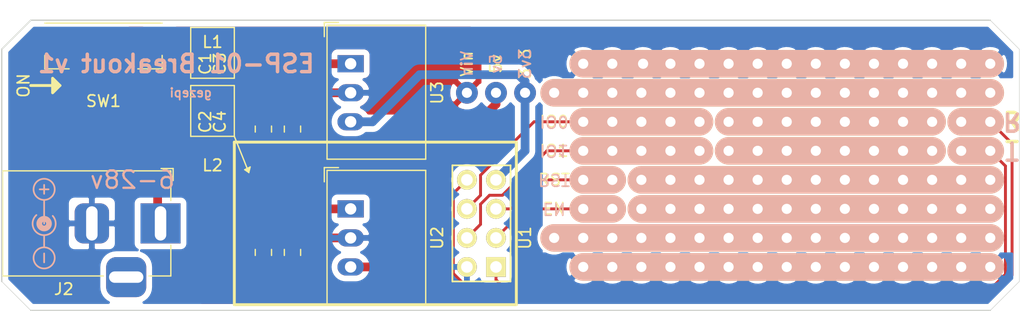
<source format=kicad_pcb>
(kicad_pcb (version 20171130) (host pcbnew 5.1.5)

  (general
    (thickness 1.6)
    (drawings 74)
    (tracks 87)
    (zones 0)
    (modules 137)
    (nets 22)
  )

  (page A4)
  (layers
    (0 F.Cu signal)
    (31 B.Cu signal hide)
    (32 B.Adhes user hide)
    (33 F.Adhes user hide)
    (34 B.Paste user hide)
    (35 F.Paste user)
    (36 B.SilkS user hide)
    (37 F.SilkS user)
    (38 B.Mask user hide)
    (39 F.Mask user)
    (40 Dwgs.User user hide)
    (41 Cmts.User user hide)
    (42 Eco1.User user hide)
    (43 Eco2.User user hide)
    (44 Edge.Cuts user)
    (45 Margin user hide)
    (46 B.CrtYd user hide)
    (47 F.CrtYd user)
    (48 B.Fab user hide)
    (49 F.Fab user)
  )

  (setup
    (last_trace_width 0.254)
    (user_trace_width 0.254)
    (user_trace_width 0.762)
    (trace_clearance 0.127)
    (zone_clearance 0.508)
    (zone_45_only no)
    (trace_min 0.127)
    (via_size 0.8)
    (via_drill 0.4)
    (via_min_size 0.6096)
    (via_min_drill 0.3048)
    (uvia_size 0.3)
    (uvia_drill 0.1)
    (uvias_allowed no)
    (uvia_min_size 0.2)
    (uvia_min_drill 0.1)
    (edge_width 0.0508)
    (segment_width 0.254)
    (pcb_text_width 0.3)
    (pcb_text_size 1.5 1.5)
    (mod_edge_width 0.12)
    (mod_text_size 1.016 1.016)
    (mod_text_width 0.1524)
    (pad_size 2 2)
    (pad_drill 1)
    (pad_to_mask_clearance 0.051)
    (solder_mask_min_width 0.25)
    (aux_axis_origin 0 0)
    (grid_origin 119.38 102.87)
    (visible_elements FFFDFF7F)
    (pcbplotparams
      (layerselection 0x010f0_ffffffff)
      (usegerberextensions false)
      (usegerberattributes false)
      (usegerberadvancedattributes false)
      (creategerberjobfile false)
      (excludeedgelayer true)
      (linewidth 0.127000)
      (plotframeref false)
      (viasonmask false)
      (mode 1)
      (useauxorigin false)
      (hpglpennumber 1)
      (hpglpenspeed 20)
      (hpglpendiameter 15.000000)
      (psnegative false)
      (psa4output false)
      (plotreference true)
      (plotvalue false)
      (plotinvisibletext false)
      (padsonsilk false)
      (subtractmaskfromsilk true)
      (outputformat 1)
      (mirror false)
      (drillshape 0)
      (scaleselection 1)
      (outputdirectory "Gerber/"))
  )

  (net 0 "")
  (net 1 GND)
  (net 2 +12V)
  (net 3 "Net-(C3-Pad1)")
  (net 4 "Net-(C4-Pad1)")
  (net 5 +3V3)
  (net 6 /IO0)
  (net 7 /IO1)
  (net 8 +5V)
  (net 9 /TX)
  (net 10 /RX)
  (net 11 /EN)
  (net 12 /RST)
  (net 13 /Row4)
  (net 14 /Row5)
  (net 15 /Row2)
  (net 16 /Row3)
  (net 17 /Row1)
  (net 18 /Row6)
  (net 19 /Off)
  (net 20 "Net-(J2-Pad3)")
  (net 21 "Net-(J2-Pad1)")

  (net_class Default "This is the default net class."
    (clearance 0.127)
    (trace_width 0.254)
    (via_dia 0.8)
    (via_drill 0.4)
    (uvia_dia 0.3)
    (uvia_drill 0.1)
    (diff_pair_width 0.254)
    (diff_pair_gap 0.25)
    (add_net +12V)
    (add_net +3V3)
    (add_net +5V)
    (add_net /EN)
    (add_net /IO0)
    (add_net /IO1)
    (add_net /Off)
    (add_net /RST)
    (add_net /RX)
    (add_net /Row1)
    (add_net /Row2)
    (add_net /Row3)
    (add_net /Row4)
    (add_net /Row5)
    (add_net /Row6)
    (add_net /TX)
    (add_net GND)
    (add_net "Net-(C3-Pad1)")
    (add_net "Net-(C4-Pad1)")
    (add_net "Net-(J2-Pad1)")
    (add_net "Net-(J2-Pad3)")
  )

  (module ESP-01_Breakout:IND_RLS-397 (layer F.Cu) (tedit 5E5054CA) (tstamp 5E4FF912)
    (at 143.51 92.71)
    (path /5E5DC3DC)
    (fp_text reference L2 (at -5.715 -2.54 180) (layer F.SilkS)
      (effects (font (size 1.016 1.016) (thickness 0.1524)))
    )
    (fp_text value L (at 2.788 2.792) (layer F.Fab)
      (effects (font (size 0.8 0.8) (thickness 0.015)))
    )
    (fp_line (start -2.25 -1.6) (end 2.25 -1.6) (layer F.Fab) (width 0.127))
    (fp_line (start 2.25 -1.6) (end 2.25 1.6) (layer F.Fab) (width 0.127))
    (fp_line (start 2.25 1.6) (end -2.25 1.6) (layer F.Fab) (width 0.127))
    (fp_line (start -2.25 1.6) (end -2.25 -1.6) (layer F.Fab) (width 0.127))
    (fp_line (start -2.66 -2.01) (end 2.66 -2.01) (layer F.CrtYd) (width 0.05))
    (fp_line (start 2.66 -2.01) (end 2.66 2.01) (layer F.CrtYd) (width 0.05))
    (fp_line (start 2.66 2.01) (end -2.66 2.01) (layer F.CrtYd) (width 0.05))
    (fp_line (start -2.66 2.01) (end -2.66 -2.01) (layer F.CrtYd) (width 0.05))
    (pad 1 smd rect (at -1.375 0) (size 2.05 3.5) (layers F.Cu F.Paste F.Mask)
      (net 2 +12V))
    (pad 2 smd rect (at 1.375 0) (size 2.05 3.5) (layers F.Cu F.Paste F.Mask)
      (net 4 "Net-(C4-Pad1)"))
    (model ${KIPRJMOD}/3D_Files/RLS-126-R--3DModel-STEP-1.STEP
      (at (xyz 0 0 0))
      (scale (xyz 1 1 1))
      (rotate (xyz -90 0 0))
    )
  )

  (module ESP-01_Breakout:IND_RLS-397 (layer F.Cu) (tedit 5E5054CA) (tstamp 5E4FF392)
    (at 143.51 81.915)
    (path /5E593800)
    (fp_text reference L1 (at -5.715 -2.54 180) (layer F.SilkS)
      (effects (font (size 1.016 1.016) (thickness 0.1524)))
    )
    (fp_text value L (at 2.788 2.792) (layer F.Fab)
      (effects (font (size 0.8 0.8) (thickness 0.015)))
    )
    (fp_line (start -2.25 -1.6) (end 2.25 -1.6) (layer F.Fab) (width 0.127))
    (fp_line (start 2.25 -1.6) (end 2.25 1.6) (layer F.Fab) (width 0.127))
    (fp_line (start 2.25 1.6) (end -2.25 1.6) (layer F.Fab) (width 0.127))
    (fp_line (start -2.25 1.6) (end -2.25 -1.6) (layer F.Fab) (width 0.127))
    (fp_line (start -2.66 -2.01) (end 2.66 -2.01) (layer F.CrtYd) (width 0.05))
    (fp_line (start 2.66 -2.01) (end 2.66 2.01) (layer F.CrtYd) (width 0.05))
    (fp_line (start 2.66 2.01) (end -2.66 2.01) (layer F.CrtYd) (width 0.05))
    (fp_line (start -2.66 2.01) (end -2.66 -2.01) (layer F.CrtYd) (width 0.05))
    (pad 1 smd rect (at -1.375 0) (size 2.05 3.5) (layers F.Cu F.Paste F.Mask)
      (net 2 +12V))
    (pad 2 smd rect (at 1.375 0) (size 2.05 3.5) (layers F.Cu F.Paste F.Mask)
      (net 3 "Net-(C3-Pad1)"))
    (model ${KIPRJMOD}/3D_Files/RLS-126-R--3DModel-STEP-1.STEP
      (at (xyz 0 0 0))
      (scale (xyz 1 1 1))
      (rotate (xyz -90 0 0))
    )
  )

  (module ESP-01_Breakout:SS312SAH4-R (layer F.Cu) (tedit 5E502F09) (tstamp 5E5087A3)
    (at 128.27 82.55 270)
    (path /5E67C100)
    (attr smd)
    (fp_text reference SW1 (at 2 0) (layer F.SilkS)
      (effects (font (size 1 1) (thickness 0.15)))
    )
    (fp_text value SW_SPDT (at -6 0) (layer F.Fab)
      (effects (font (size 1 1) (thickness 0.15)))
    )
    (fp_line (start -0.825 5.125) (end -0.825 3) (layer F.SilkS) (width 0.12))
    (fp_line (start -2 5.125) (end -0.825 5.125) (layer F.SilkS) (width 0.12))
    (fp_line (start -0.825 -5.125) (end -0.825 -3) (layer F.SilkS) (width 0.12))
    (fp_line (start -2 -5.125) (end -0.825 -5.125) (layer F.SilkS) (width 0.12))
    (fp_line (start -4.825 -5.125) (end -4.825 5.125) (layer F.SilkS) (width 0.12))
    (pad "" smd rect (at -3.475 -4.9 270) (size 1.7 1.7) (layers F.Cu F.Paste F.Mask))
    (pad "" smd rect (at -3.475 4.9 270) (size 1.7 1.7) (layers F.Cu F.Paste F.Mask))
    (pad 3 smd rect (at 0 -2 270) (size 2.55 1) (layers F.Cu F.Paste F.Mask)
      (net 2 +12V))
    (pad 2 smd rect (at 0 0 270) (size 2.55 1) (layers F.Cu F.Paste F.Mask)
      (net 21 "Net-(J2-Pad1)"))
    (pad 1 smd rect (at 0 2 270) (size 2.55 1) (layers F.Cu F.Paste F.Mask)
      (net 19 /Off))
    (model ${KIPRJMOD}/3D_Files/SS312SAH4.stp
      (offset (xyz -2.75 0 1.5))
      (scale (xyz 1 1 1))
      (rotate (xyz -90 0 90))
    )
  )

  (module Capacitor_SMD:C_0805_2012Metric_Pad1.15x1.40mm_HandSolder (layer F.Cu) (tedit 5B36C52B) (tstamp 5E5145C6)
    (at 142.24 86.995 270)
    (descr "Capacitor SMD 0805 (2012 Metric), square (rectangular) end terminal, IPC_7351 nominal with elongated pad for handsoldering. (Body size source: https://docs.google.com/spreadsheets/d/1BsfQQcO9C6DZCsRaXUlFlo91Tg2WpOkGARC1WS5S8t0/edit?usp=sharing), generated with kicad-footprint-generator")
    (tags "capacitor handsolder")
    (path /5E5943FF)
    (attr smd)
    (fp_text reference C1 (at -5.715 5.08 90) (layer F.SilkS)
      (effects (font (size 1 1) (thickness 0.15)))
    )
    (fp_text value 4.7uF (at 0 1.65 90) (layer F.Fab)
      (effects (font (size 1 1) (thickness 0.15)))
    )
    (fp_text user %R (at 0 0 90) (layer F.Fab)
      (effects (font (size 0.5 0.5) (thickness 0.08)))
    )
    (fp_line (start 1.85 0.95) (end -1.85 0.95) (layer F.CrtYd) (width 0.05))
    (fp_line (start 1.85 -0.95) (end 1.85 0.95) (layer F.CrtYd) (width 0.05))
    (fp_line (start -1.85 -0.95) (end 1.85 -0.95) (layer F.CrtYd) (width 0.05))
    (fp_line (start -1.85 0.95) (end -1.85 -0.95) (layer F.CrtYd) (width 0.05))
    (fp_line (start -0.261252 0.71) (end 0.261252 0.71) (layer F.SilkS) (width 0.12))
    (fp_line (start -0.261252 -0.71) (end 0.261252 -0.71) (layer F.SilkS) (width 0.12))
    (fp_line (start 1 0.6) (end -1 0.6) (layer F.Fab) (width 0.1))
    (fp_line (start 1 -0.6) (end 1 0.6) (layer F.Fab) (width 0.1))
    (fp_line (start -1 -0.6) (end 1 -0.6) (layer F.Fab) (width 0.1))
    (fp_line (start -1 0.6) (end -1 -0.6) (layer F.Fab) (width 0.1))
    (pad 2 smd roundrect (at 1.025 0 270) (size 1.15 1.4) (layers F.Cu F.Paste F.Mask) (roundrect_rratio 0.217391)
      (net 1 GND))
    (pad 1 smd roundrect (at -1.025 0 270) (size 1.15 1.4) (layers F.Cu F.Paste F.Mask) (roundrect_rratio 0.217391)
      (net 2 +12V))
    (model ${KISYS3DMOD}/Capacitor_SMD.3dshapes/C_0805_2012Metric.wrl
      (at (xyz 0 0 0))
      (scale (xyz 1 1 1))
      (rotate (xyz 0 0 0))
    )
  )

  (module Symbol:Symbol_Barrel_Polarity (layer B.Cu) (tedit 5765E9A7) (tstamp 5E51103D)
    (at 123.16 95.27 90)
    (descr "Barrel connector polarity indicator")
    (tags "barrel polarity")
    (attr virtual)
    (fp_text reference REF** (at 0 2 90) (layer B.SilkS) hide
      (effects (font (size 1 1) (thickness 0.15)) (justify mirror))
    )
    (fp_text value Symbol_Barrel_Polarity (at 0 -2 90) (layer B.Fab)
      (effects (font (size 1 1) (thickness 0.15)) (justify mirror))
    )
    (fp_arc (start 0 -0.075) (end 0.75 -0.75) (angle -270) (layer B.SilkS) (width 0.15))
    (fp_circle (center 0 -0.075) (end 0 -0.25) (layer B.SilkS) (width 0.5))
    (fp_circle (center 3 -0.075) (end 3 -1) (layer B.SilkS) (width 0.15))
    (fp_circle (center -3 -0.075) (end -3 -1) (layer B.SilkS) (width 0.15))
    (fp_line (start -2 -0.075) (end -1.1 -0.075) (layer B.SilkS) (width 0.15))
    (fp_line (start 0 -0.075) (end 2 -0.075) (layer B.SilkS) (width 0.15))
  )

  (module ESP-01_Breakout:BarrelJack_Horizontal (layer F.Cu) (tedit 5E502DEE) (tstamp 5E50F5EA)
    (at 133.254 95.25)
    (descr "DC Barrel Jack")
    (tags "Power Jack")
    (path /5E50FF0F)
    (fp_text reference J2 (at -8.45 5.75) (layer F.SilkS)
      (effects (font (size 1 1) (thickness 0.15)))
    )
    (fp_text value Barrel_Jack_Switch (at -6.2 -5.5) (layer F.Fab)
      (effects (font (size 1 1) (thickness 0.15)))
    )
    (fp_text user %R (at -3 -2.95) (layer F.Fab)
      (effects (font (size 1 1) (thickness 0.15)))
    )
    (fp_line (start -0.003213 -4.505425) (end 0.8 -3.75) (layer F.Fab) (width 0.1))
    (fp_line (start 1.1 -3.75) (end 1.1 -4.8) (layer F.SilkS) (width 0.12))
    (fp_line (start 0.05 -4.8) (end 1.1 -4.8) (layer F.SilkS) (width 0.12))
    (fp_line (start 1 -4.5) (end 1 -4.75) (layer F.CrtYd) (width 0.05))
    (fp_line (start 1 -4.75) (end -14 -4.75) (layer F.CrtYd) (width 0.05))
    (fp_line (start 1 -4.5) (end 1 -2) (layer F.CrtYd) (width 0.05))
    (fp_line (start 1 -2) (end 2 -2) (layer F.CrtYd) (width 0.05))
    (fp_line (start 2 -2) (end 2 2) (layer F.CrtYd) (width 0.05))
    (fp_line (start 2 2) (end 1 2) (layer F.CrtYd) (width 0.05))
    (fp_line (start 1 2) (end 1 4.75) (layer F.CrtYd) (width 0.05))
    (fp_line (start 1 4.75) (end -1 4.75) (layer F.CrtYd) (width 0.05))
    (fp_line (start -1 4.75) (end -1 6.75) (layer F.CrtYd) (width 0.05))
    (fp_line (start -1 6.75) (end -5 6.75) (layer F.CrtYd) (width 0.05))
    (fp_line (start -5 6.75) (end -5 4.75) (layer F.CrtYd) (width 0.05))
    (fp_line (start -5 4.75) (end -14 4.75) (layer F.CrtYd) (width 0.05))
    (fp_line (start -14 4.75) (end -14 -4.75) (layer F.CrtYd) (width 0.05))
    (fp_line (start -5 4.6) (end -13.8 4.6) (layer F.SilkS) (width 0.12))
    (fp_line (start -13.8 4.6) (end -13.8 -4.6) (layer F.SilkS) (width 0.12))
    (fp_line (start 0.9 1.9) (end 0.9 4.6) (layer F.SilkS) (width 0.12))
    (fp_line (start 0.9 4.6) (end -1 4.6) (layer F.SilkS) (width 0.12))
    (fp_line (start -13.8 -4.6) (end 0.9 -4.6) (layer F.SilkS) (width 0.12))
    (fp_line (start 0.9 -4.6) (end 0.9 -2) (layer F.SilkS) (width 0.12))
    (fp_line (start -10.2 -4.5) (end -10.2 4.5) (layer F.Fab) (width 0.1))
    (fp_line (start -13.7 -4.5) (end -13.7 4.5) (layer F.Fab) (width 0.1))
    (fp_line (start -13.7 4.5) (end 0.8 4.5) (layer F.Fab) (width 0.1))
    (fp_line (start 0.8 4.5) (end 0.8 -3.75) (layer F.Fab) (width 0.1))
    (fp_line (start 0 -4.5) (end -13.7 -4.5) (layer F.Fab) (width 0.1))
    (pad 1 thru_hole rect (at 0 0) (size 3.5 3.5) (drill oval 1 3) (layers *.Cu *.Mask)
      (net 21 "Net-(J2-Pad1)"))
    (pad 2 thru_hole roundrect (at -6 0) (size 3 3.5) (drill oval 1 3) (layers *.Cu *.Mask) (roundrect_rratio 0.25)
      (net 1 GND))
    (pad 3 thru_hole roundrect (at -3 4.7) (size 3.5 3.5) (drill oval 3 1) (layers *.Cu *.Mask) (roundrect_rratio 0.25)
      (net 20 "Net-(J2-Pad3)"))
    (model ${KIPRJMOD}/BarrelJack/DCJ235-05-A-K1-K.stp
      (offset (xyz -13.5 0 0))
      (scale (xyz 1 1 1))
      (rotate (xyz -90 0 90))
    )
  )

  (module ESP-01_Breakout:TP (layer F.Cu) (tedit 5E4FF779) (tstamp 5E4E469F)
    (at 187.96 81.28)
    (path /5E52CB51)
    (fp_text reference TP88 (at 0 2.5) (layer F.SilkS) hide
      (effects (font (size 1.016 1.016) (thickness 0.1524)))
    )
    (fp_text value TestPoint (at 0 -2.5) (layer F.Fab) hide
      (effects (font (size 1 1) (thickness 0.15)))
    )
    (fp_circle (center 0 0) (end 1.143 0) (layer F.CrtYd) (width 0.1016))
    (pad 1 thru_hole circle (at 0 0) (size 1.905 1.905) (drill 0.889) (layers *.Cu *.Mask)
      (net 1 GND))
  )

  (module ESP8266:ESP-01 (layer F.Cu) (tedit 5E500679) (tstamp 5E4FF4C2)
    (at 162.56 99.06 180)
    (descr "Module, ESP-8266, ESP-01, 8 pin")
    (tags "Module ESP-8266 ESP8266")
    (path /5E4B5DD1)
    (fp_text reference U1 (at -2.54 2.54 90) (layer F.SilkS)
      (effects (font (size 1.016 1.016) (thickness 0.1524)))
    )
    (fp_text value ESP-01v090 (at 12.192 3.556) (layer F.Fab)
      (effects (font (size 1 1) (thickness 0.15)))
    )
    (fp_line (start 16.51 -1.27) (end 16.51 6.35) (layer Dwgs.User) (width 0.254))
    (fp_line (start 21.59 -1.27) (end 16.51 -1.27) (layer Dwgs.User) (width 0.254))
    (fp_line (start 21.59 0) (end 21.59 -1.27) (layer Dwgs.User) (width 0.254))
    (fp_line (start 17.78 0) (end 21.59 0) (layer Dwgs.User) (width 0.254))
    (fp_line (start 17.78 1.27) (end 17.78 0) (layer Dwgs.User) (width 0.254))
    (fp_line (start 21.59 1.27) (end 17.78 1.27) (layer Dwgs.User) (width 0.254))
    (fp_line (start 21.59 2.54) (end 21.59 1.27) (layer Dwgs.User) (width 0.254))
    (fp_line (start 17.78 2.54) (end 21.59 2.54) (layer Dwgs.User) (width 0.254))
    (fp_line (start 17.78 3.81) (end 17.78 2.54) (layer Dwgs.User) (width 0.254))
    (fp_line (start 21.59 3.81) (end 17.78 3.81) (layer Dwgs.User) (width 0.254))
    (fp_line (start 21.59 5.08) (end 21.59 3.81) (layer Dwgs.User) (width 0.254))
    (fp_line (start 17.78 5.08) (end 21.59 5.08) (layer Dwgs.User) (width 0.254))
    (fp_line (start 17.78 6.35) (end 17.78 5.08) (layer Dwgs.User) (width 0.254))
    (fp_line (start 21.59 6.35) (end 17.78 6.35) (layer Dwgs.User) (width 0.254))
    (fp_line (start 21.59 10.16) (end 21.59 6.35) (layer Dwgs.User) (width 0.254))
    (fp_line (start -1.778 -3.302) (end 22.86 -3.302) (layer F.SilkS) (width 0.254))
    (fp_line (start 22.86 -3.302) (end 22.86 10.922) (layer F.SilkS) (width 0.254))
    (fp_line (start 22.86 10.922) (end -1.778 10.922) (layer F.SilkS) (width 0.254))
    (fp_line (start -1.778 10.922) (end -1.778 -3.302) (layer F.SilkS) (width 0.254))
    (fp_line (start -1.778 -3.302) (end 22.86 -3.302) (layer F.Fab) (width 0.05))
    (fp_line (start 22.86 -3.302) (end 22.86 10.922) (layer F.Fab) (width 0.05))
    (fp_line (start 22.86 10.922) (end -1.778 10.922) (layer F.Fab) (width 0.05))
    (fp_line (start -1.778 10.922) (end -1.778 -3.302) (layer F.Fab) (width 0.05))
    (fp_line (start 1.27 -1.27) (end -1.27 -1.27) (layer F.SilkS) (width 0.1524))
    (fp_line (start -1.27 -1.27) (end -1.27 1.27) (layer F.SilkS) (width 0.1524))
    (fp_line (start -1.75 -1.75) (end -1.75 9.4) (layer F.CrtYd) (width 0.05))
    (fp_line (start 4.3 -1.75) (end 4.3 9.4) (layer F.CrtYd) (width 0.05))
    (fp_line (start -1.75 -1.75) (end 4.3 -1.75) (layer F.CrtYd) (width 0.05))
    (fp_line (start -1.75 9.4) (end 4.3 9.4) (layer F.CrtYd) (width 0.05))
    (fp_line (start -1.27 1.27) (end -1.27 8.89) (layer F.SilkS) (width 0.1524))
    (fp_line (start -1.27 8.89) (end 3.81 8.89) (layer F.SilkS) (width 0.1524))
    (fp_line (start 3.81 8.89) (end 3.81 -1.27) (layer F.SilkS) (width 0.1524))
    (fp_line (start 3.81 -1.27) (end 1.27 -1.27) (layer F.SilkS) (width 0.1524))
    (pad 1 thru_hole rect (at 0 0 180) (size 1.7272 1.7272) (drill 1.016) (layers *.Cu *.Mask F.SilkS)
      (net 9 /TX))
    (pad 2 thru_hole oval (at 2.54 0 180) (size 1.7272 1.7272) (drill 1.016) (layers *.Cu *.Mask F.SilkS)
      (net 1 GND))
    (pad 3 thru_hole oval (at 0 2.54 180) (size 1.7272 1.7272) (drill 1.016) (layers *.Cu *.Mask F.SilkS)
      (net 11 /EN))
    (pad 4 thru_hole oval (at 2.54 2.54 180) (size 1.7272 1.7272) (drill 1.016) (layers *.Cu *.Mask F.SilkS)
      (net 7 /IO1))
    (pad 5 thru_hole oval (at 0 5.08 180) (size 1.7272 1.7272) (drill 1.016) (layers *.Cu *.Mask F.SilkS)
      (net 12 /RST))
    (pad 6 thru_hole oval (at 2.54 5.08 180) (size 1.7272 1.7272) (drill 1.016) (layers *.Cu *.Mask F.SilkS)
      (net 6 /IO0))
    (pad 7 thru_hole oval (at 0 7.62 180) (size 1.7272 1.7272) (drill 1.016) (layers *.Cu *.Mask F.SilkS)
      (net 5 +3V3))
    (pad 8 thru_hole oval (at 2.54 7.62 180) (size 1.7272 1.7272) (drill 1.016) (layers *.Cu *.Mask F.SilkS)
      (net 10 /RX))
    (model ${KIPRJMOD}/ESP-01/ESP-01.step
      (offset (xyz -1.8288 -11.049 10.922))
      (scale (xyz 1 1 1))
      (rotate (xyz 90 0 0))
    )
    (model ${KIPRJMOD}/ESP-01/SSW-104-01-T-D.stp
      (offset (xyz 1.27 -3.81 0))
      (scale (xyz 1 1 1))
      (rotate (xyz -90 0 90))
    )
  )

  (module ESP-01_Breakout:TP (layer F.Cu) (tedit 5E4FF779) (tstamp 5E5004B6)
    (at 160.02 83.82 90)
    (path /5E60C42E)
    (fp_text reference TP125 (at 0 2.5 90) (layer F.SilkS) hide
      (effects (font (size 1.016 1.016) (thickness 0.1524)))
    )
    (fp_text value TestPoint (at 0 -2.5 90) (layer F.Fab) hide
      (effects (font (size 1 1) (thickness 0.15)))
    )
    (fp_circle (center 0 0) (end 1.143 0) (layer F.CrtYd) (width 0.1016))
    (pad 1 thru_hole circle (at 0 0 90) (size 1.905 1.905) (drill 0.889) (layers *.Cu *.Mask)
      (net 2 +12V))
  )

  (module ESP-01_Breakout:TP (layer F.Cu) (tedit 5E4FF779) (tstamp 5E4E6652)
    (at 167.64 83.82)
    (path /5E5BACDB)
    (fp_text reference TP124 (at 0 2.5) (layer F.SilkS) hide
      (effects (font (size 1.016 1.016) (thickness 0.1524)))
    )
    (fp_text value TestPoint (at 0 -2.5) (layer F.Fab) hide
      (effects (font (size 1 1) (thickness 0.15)))
    )
    (fp_circle (center 0 0) (end 1.143 0) (layer F.CrtYd) (width 0.1016))
    (pad 1 thru_hole circle (at 0 0) (size 1.905 1.905) (drill 0.889) (layers *.Cu *.Mask)
      (net 18 /Row6))
  )

  (module ESP-01_Breakout:TP (layer F.Cu) (tedit 5E4FF779) (tstamp 5E4E664A)
    (at 167.64 96.52)
    (path /5E5A4FB6)
    (fp_text reference TP123 (at 0 2.5) (layer F.SilkS) hide
      (effects (font (size 1.016 1.016) (thickness 0.1524)))
    )
    (fp_text value TestPoint (at 0 -2.5) (layer F.Fab) hide
      (effects (font (size 1 1) (thickness 0.15)))
    )
    (fp_circle (center 0 0) (end 1.143 0) (layer F.CrtYd) (width 0.1016))
    (pad 1 thru_hole circle (at 0 0) (size 1.905 1.905) (drill 0.889) (layers *.Cu *.Mask)
      (net 17 /Row1))
  )

  (module ESP-01_Breakout:TP (layer F.Cu) (tedit 5E4FF779) (tstamp 5E5004CB)
    (at 162.56 83.82 90)
    (path /5E5E0FF9)
    (fp_text reference TP122 (at 0 2.5 90) (layer F.SilkS) hide
      (effects (font (size 1.016 1.016) (thickness 0.1524)))
    )
    (fp_text value TestPoint (at 0 -2.5 90) (layer F.Fab) hide
      (effects (font (size 1 1) (thickness 0.15)))
    )
    (fp_circle (center 0 0) (end 1.143 0) (layer F.CrtYd) (width 0.1016))
    (pad 1 thru_hole circle (at 0 0 90) (size 1.905 1.905) (drill 0.889) (layers *.Cu *.Mask)
      (net 8 +5V))
  )

  (module ESP-01_Breakout:TP (layer F.Cu) (tedit 5E4FF779) (tstamp 5E5004E0)
    (at 165.1 83.82 90)
    (path /5E5D4508)
    (fp_text reference TP121 (at 0 2.5 90) (layer F.SilkS) hide
      (effects (font (size 1.016 1.016) (thickness 0.1524)))
    )
    (fp_text value TestPoint (at 0 -2.5 90) (layer F.Fab) hide
      (effects (font (size 1 1) (thickness 0.15)))
    )
    (fp_circle (center 0 0) (end 1.143 0) (layer F.CrtYd) (width 0.1016))
    (pad 1 thru_hole circle (at 0 0 90) (size 1.905 1.905) (drill 0.889) (layers *.Cu *.Mask)
      (net 5 +3V3))
  )

  (module ESP-01_Breakout:TP (layer F.Cu) (tedit 5E4FF779) (tstamp 5E4E479F)
    (at 205.74 99.06)
    (path /5E52CB69)
    (fp_text reference TP120 (at 0 2.5) (layer F.SilkS) hide
      (effects (font (size 1.016 1.016) (thickness 0.1524)))
    )
    (fp_text value TestPoint (at 0 -2.5) (layer F.Fab) hide
      (effects (font (size 1 1) (thickness 0.15)))
    )
    (fp_circle (center 0 0) (end 1.143 0) (layer F.CrtYd) (width 0.1016))
    (pad 1 thru_hole circle (at 0 0) (size 1.905 1.905) (drill 0.889) (layers *.Cu *.Mask)
      (net 1 GND))
  )

  (module ESP-01_Breakout:TP (layer F.Cu) (tedit 5E4FF779) (tstamp 5E4E4797)
    (at 205.74 83.82)
    (path /5E52A6BC)
    (fp_text reference TP119 (at 0 2.5) (layer F.SilkS) hide
      (effects (font (size 1.016 1.016) (thickness 0.1524)))
    )
    (fp_text value TestPoint (at 0 -2.5) (layer F.Fab) hide
      (effects (font (size 1 1) (thickness 0.15)))
    )
    (fp_circle (center 0 0) (end 1.143 0) (layer F.CrtYd) (width 0.1016))
    (pad 1 thru_hole circle (at 0 0) (size 1.905 1.905) (drill 0.889) (layers *.Cu *.Mask)
      (net 18 /Row6))
  )

  (module ESP-01_Breakout:TP (layer F.Cu) (tedit 5E4FF779) (tstamp 5E4F548B)
    (at 170.18 91.44)
    (path /5E5277E3)
    (fp_text reference TP118 (at 0 2.5) (layer F.SilkS) hide
      (effects (font (size 1.016 1.016) (thickness 0.1524)))
    )
    (fp_text value TestPoint (at 0 -2.5) (layer F.Fab) hide
      (effects (font (size 1 1) (thickness 0.15)))
    )
    (fp_circle (center 0 0) (end 1.143 0) (layer F.CrtYd) (width 0.1016))
    (pad 1 thru_hole circle (at 0 0) (size 1.905 1.905) (drill 0.889) (layers *.Cu *.Mask)
      (net 12 /RST))
  )

  (module ESP-01_Breakout:TP (layer F.Cu) (tedit 5E4FF779) (tstamp 5E501874)
    (at 172.72 93.98)
    (path /5E4F2FA3)
    (fp_text reference TP117 (at 0 2.5) (layer F.SilkS) hide
      (effects (font (size 1.016 1.016) (thickness 0.1524)))
    )
    (fp_text value TestPoint (at 0 -2.5) (layer F.Fab) hide
      (effects (font (size 1 1) (thickness 0.15)))
    )
    (fp_circle (center 0 0) (end 1.143 0) (layer F.CrtYd) (width 0.1016))
    (pad 1 thru_hole circle (at 0 0) (size 1.905 1.905) (drill 0.889) (layers *.Cu *.Mask)
      (net 11 /EN))
  )

  (module ESP-01_Breakout:TP (layer F.Cu) (tedit 5E4FF779) (tstamp 5E4F5352)
    (at 205.74 86.36)
    (path /5E4F2208)
    (fp_text reference TP116 (at 0 2.5) (layer F.SilkS) hide
      (effects (font (size 1.016 1.016) (thickness 0.1524)))
    )
    (fp_text value TestPoint (at 0 -2.5) (layer F.Fab) hide
      (effects (font (size 1 1) (thickness 0.15)))
    )
    (fp_circle (center 0 0) (end 1.143 0) (layer F.CrtYd) (width 0.1016))
    (pad 1 thru_hole circle (at 0 0) (size 1.905 1.905) (drill 0.889) (layers *.Cu *.Mask)
      (net 10 /RX))
  )

  (module ESP-01_Breakout:TP (layer F.Cu) (tedit 5E4FF779) (tstamp 5E4F52FE)
    (at 205.74 88.9)
    (path /5E4F0250)
    (fp_text reference TP115 (at 0 2.5) (layer F.SilkS) hide
      (effects (font (size 1.016 1.016) (thickness 0.1524)))
    )
    (fp_text value TestPoint (at 0 -2.5) (layer F.Fab) hide
      (effects (font (size 1 1) (thickness 0.15)))
    )
    (fp_circle (center 0 0) (end 1.143 0) (layer F.CrtYd) (width 0.1016))
    (pad 1 thru_hole circle (at 0 0) (size 1.905 1.905) (drill 0.889) (layers *.Cu *.Mask)
      (net 9 /TX))
  )

  (module ESP-01_Breakout:TP (layer F.Cu) (tedit 5E4FF779) (tstamp 5E4E476F)
    (at 198.12 96.52)
    (path /5E4EEBE8)
    (fp_text reference TP114 (at 0 2.5) (layer F.SilkS) hide
      (effects (font (size 1.016 1.016) (thickness 0.1524)))
    )
    (fp_text value TestPoint (at 0 -2.5) (layer F.Fab) hide
      (effects (font (size 1 1) (thickness 0.15)))
    )
    (fp_circle (center 0 0) (end 1.143 0) (layer F.CrtYd) (width 0.1016))
    (pad 1 thru_hole circle (at 0 0) (size 1.905 1.905) (drill 0.889) (layers *.Cu *.Mask)
      (net 17 /Row1))
  )

  (module ESP-01_Breakout:TP (layer F.Cu) (tedit 5E4FF779) (tstamp 5E4E4767)
    (at 170.18 99.06)
    (path /5E4EC3C5)
    (fp_text reference TP113 (at 0 2.5) (layer F.SilkS) hide
      (effects (font (size 1.016 1.016) (thickness 0.1524)))
    )
    (fp_text value TestPoint (at 0 -2.5) (layer F.Fab) hide
      (effects (font (size 1 1) (thickness 0.15)))
    )
    (fp_circle (center 0 0) (end 1.143 0) (layer F.CrtYd) (width 0.1016))
    (pad 1 thru_hole circle (at 0 0) (size 1.905 1.905) (drill 0.889) (layers *.Cu *.Mask)
      (net 1 GND))
  )

  (module ESP-01_Breakout:TP (layer F.Cu) (tedit 5E4FF779) (tstamp 5E4E475F)
    (at 172.72 99.06)
    (path /5E52CB63)
    (fp_text reference TP112 (at 0 2.5) (layer F.SilkS) hide
      (effects (font (size 1.016 1.016) (thickness 0.1524)))
    )
    (fp_text value TestPoint (at 0 -2.5) (layer F.Fab) hide
      (effects (font (size 1 1) (thickness 0.15)))
    )
    (fp_circle (center 0 0) (end 1.143 0) (layer F.CrtYd) (width 0.1016))
    (pad 1 thru_hole circle (at 0 0) (size 1.905 1.905) (drill 0.889) (layers *.Cu *.Mask)
      (net 1 GND))
  )

  (module ESP-01_Breakout:TP (layer F.Cu) (tedit 5E4FF779) (tstamp 5E4E4757)
    (at 177.8 83.82)
    (path /5E52A6B6)
    (fp_text reference TP111 (at 0 2.5) (layer F.SilkS) hide
      (effects (font (size 1.016 1.016) (thickness 0.1524)))
    )
    (fp_text value TestPoint (at 0 -2.5) (layer F.Fab) hide
      (effects (font (size 1 1) (thickness 0.15)))
    )
    (fp_circle (center 0 0) (end 1.143 0) (layer F.CrtYd) (width 0.1016))
    (pad 1 thru_hole circle (at 0 0) (size 1.905 1.905) (drill 0.889) (layers *.Cu *.Mask)
      (net 18 /Row6))
  )

  (module ESP-01_Breakout:TP (layer F.Cu) (tedit 5E4FF779) (tstamp 5E4F5525)
    (at 172.72 91.44)
    (path /5E5277DD)
    (fp_text reference TP110 (at 0 2.5) (layer F.SilkS) hide
      (effects (font (size 1.016 1.016) (thickness 0.1524)))
    )
    (fp_text value TestPoint (at 0 -2.5) (layer F.Fab) hide
      (effects (font (size 1 1) (thickness 0.15)))
    )
    (fp_circle (center 0 0) (end 1.143 0) (layer F.CrtYd) (width 0.1016))
    (pad 1 thru_hole circle (at 0 0) (size 1.905 1.905) (drill 0.889) (layers *.Cu *.Mask)
      (net 12 /RST))
  )

  (module ESP-01_Breakout:TP (layer F.Cu) (tedit 5E4FF779) (tstamp 5E4F5367)
    (at 170.18 93.98)
    (path /5E4F2F9D)
    (fp_text reference TP109 (at 0 2.5) (layer F.SilkS) hide
      (effects (font (size 1.016 1.016) (thickness 0.1524)))
    )
    (fp_text value TestPoint (at 0 -2.5) (layer F.Fab) hide
      (effects (font (size 1 1) (thickness 0.15)))
    )
    (fp_circle (center 0 0) (end 1.143 0) (layer F.CrtYd) (width 0.1016))
    (pad 1 thru_hole circle (at 0 0) (size 1.905 1.905) (drill 0.889) (layers *.Cu *.Mask)
      (net 11 /EN))
  )

  (module ESP-01_Breakout:TP (layer F.Cu) (tedit 5E4FF779) (tstamp 5E4F533D)
    (at 203.2 86.36)
    (path /5E4F2202)
    (fp_text reference TP108 (at 0 2.5) (layer F.SilkS) hide
      (effects (font (size 1.016 1.016) (thickness 0.1524)))
    )
    (fp_text value TestPoint (at 0 -2.5) (layer F.Fab) hide
      (effects (font (size 1 1) (thickness 0.15)))
    )
    (fp_circle (center 0 0) (end 1.143 0) (layer F.CrtYd) (width 0.1016))
    (pad 1 thru_hole circle (at 0 0) (size 1.905 1.905) (drill 0.889) (layers *.Cu *.Mask)
      (net 10 /RX))
  )

  (module ESP-01_Breakout:TP (layer F.Cu) (tedit 5E4FF779) (tstamp 5E4F537C)
    (at 203.2 88.9)
    (path /5E4F024A)
    (fp_text reference TP107 (at 0 2.5) (layer F.SilkS) hide
      (effects (font (size 1.016 1.016) (thickness 0.1524)))
    )
    (fp_text value TestPoint (at 0 -2.5) (layer F.Fab) hide
      (effects (font (size 1 1) (thickness 0.15)))
    )
    (fp_circle (center 0 0) (end 1.143 0) (layer F.CrtYd) (width 0.1016))
    (pad 1 thru_hole circle (at 0 0) (size 1.905 1.905) (drill 0.889) (layers *.Cu *.Mask)
      (net 9 /TX))
  )

  (module ESP-01_Breakout:TP (layer F.Cu) (tedit 5E4FF779) (tstamp 5E4E472F)
    (at 182.88 96.52)
    (path /5E4EEBE2)
    (fp_text reference TP106 (at 0 2.5) (layer F.SilkS) hide
      (effects (font (size 1.016 1.016) (thickness 0.1524)))
    )
    (fp_text value TestPoint (at 0 -2.5) (layer F.Fab) hide
      (effects (font (size 1 1) (thickness 0.15)))
    )
    (fp_circle (center 0 0) (end 1.143 0) (layer F.CrtYd) (width 0.1016))
    (pad 1 thru_hole circle (at 0 0) (size 1.905 1.905) (drill 0.889) (layers *.Cu *.Mask)
      (net 17 /Row1))
  )

  (module ESP-01_Breakout:TP (layer F.Cu) (tedit 5E4FF779) (tstamp 5E4E4727)
    (at 203.2 99.06)
    (path /5E4EC3BF)
    (fp_text reference TP105 (at 0 2.5) (layer F.SilkS) hide
      (effects (font (size 1.016 1.016) (thickness 0.1524)))
    )
    (fp_text value TestPoint (at 0 -2.5) (layer F.Fab) hide
      (effects (font (size 1 1) (thickness 0.15)))
    )
    (fp_circle (center 0 0) (end 1.143 0) (layer F.CrtYd) (width 0.1016))
    (pad 1 thru_hole circle (at 0 0) (size 1.905 1.905) (drill 0.889) (layers *.Cu *.Mask)
      (net 1 GND))
  )

  (module ESP-01_Breakout:TP (layer F.Cu) (tedit 5E4FF779) (tstamp 5E4E28D8)
    (at 182.88 99.06)
    (path /5E52CB5D)
    (fp_text reference TP104 (at 0 2.5) (layer F.SilkS) hide
      (effects (font (size 1.016 1.016) (thickness 0.1524)))
    )
    (fp_text value TestPoint (at 0 -2.5) (layer F.Fab) hide
      (effects (font (size 1 1) (thickness 0.15)))
    )
    (fp_circle (center 0 0) (end 1.143 0) (layer F.CrtYd) (width 0.1016))
    (pad 1 thru_hole circle (at 0 0) (size 1.905 1.905) (drill 0.889) (layers *.Cu *.Mask)
      (net 1 GND))
  )

  (module ESP-01_Breakout:TP (layer F.Cu) (tedit 5E4FF779) (tstamp 5E4E4717)
    (at 175.26 83.82)
    (path /5E52A6B0)
    (fp_text reference TP103 (at 0 2.5) (layer F.SilkS) hide
      (effects (font (size 1.016 1.016) (thickness 0.1524)))
    )
    (fp_text value TestPoint (at 0 -2.5) (layer F.Fab) hide
      (effects (font (size 1 1) (thickness 0.15)))
    )
    (fp_circle (center 0 0) (end 1.143 0) (layer F.CrtYd) (width 0.1016))
    (pad 1 thru_hole circle (at 0 0) (size 1.905 1.905) (drill 0.889) (layers *.Cu *.Mask)
      (net 18 /Row6))
  )

  (module ESP-01_Breakout:TP (layer F.Cu) (tedit 5E4FF779) (tstamp 5E4E470F)
    (at 177.8 93.98)
    (path /5E5277D7)
    (fp_text reference TP102 (at 0 2.5) (layer F.SilkS) hide
      (effects (font (size 1.016 1.016) (thickness 0.1524)))
    )
    (fp_text value TestPoint (at 0 -2.5) (layer F.Fab) hide
      (effects (font (size 1 1) (thickness 0.15)))
    )
    (fp_circle (center 0 0) (end 1.143 0) (layer F.CrtYd) (width 0.1016))
    (pad 1 thru_hole circle (at 0 0) (size 1.905 1.905) (drill 0.889) (layers *.Cu *.Mask)
      (net 14 /Row5))
  )

  (module ESP-01_Breakout:TP (layer F.Cu) (tedit 5E4FF779) (tstamp 5E4F5328)
    (at 205.74 91.44)
    (path /5E4F2F97)
    (fp_text reference TP101 (at 0 2.5) (layer F.SilkS) hide
      (effects (font (size 1.016 1.016) (thickness 0.1524)))
    )
    (fp_text value TestPoint (at 0 -2.5) (layer F.Fab) hide
      (effects (font (size 1 1) (thickness 0.15)))
    )
    (fp_circle (center 0 0) (end 1.143 0) (layer F.CrtYd) (width 0.1016))
    (pad 1 thru_hole circle (at 0 0) (size 1.905 1.905) (drill 0.889) (layers *.Cu *.Mask)
      (net 13 /Row4))
  )

  (module ESP-01_Breakout:TP (layer F.Cu) (tedit 5E4FF779) (tstamp 5E4E46FF)
    (at 198.12 88.9)
    (path /5E4F21FC)
    (fp_text reference TP100 (at 0 2.5) (layer F.SilkS) hide
      (effects (font (size 1.016 1.016) (thickness 0.1524)))
    )
    (fp_text value TestPoint (at 0 -2.5) (layer F.Fab) hide
      (effects (font (size 1 1) (thickness 0.15)))
    )
    (fp_circle (center 0 0) (end 1.143 0) (layer F.CrtYd) (width 0.1016))
    (pad 1 thru_hole circle (at 0 0) (size 1.905 1.905) (drill 0.889) (layers *.Cu *.Mask)
      (net 16 /Row3))
  )

  (module ESP-01_Breakout:TP (layer F.Cu) (tedit 5E4FF779) (tstamp 5E4E46F7)
    (at 198.12 86.36)
    (path /5E4F0244)
    (fp_text reference TP99 (at 0 2.5) (layer F.SilkS) hide
      (effects (font (size 1.016 1.016) (thickness 0.1524)))
    )
    (fp_text value TestPoint (at 0 -2.5) (layer F.Fab) hide
      (effects (font (size 1 1) (thickness 0.15)))
    )
    (fp_circle (center 0 0) (end 1.143 0) (layer F.CrtYd) (width 0.1016))
    (pad 1 thru_hole circle (at 0 0) (size 1.905 1.905) (drill 0.889) (layers *.Cu *.Mask)
      (net 15 /Row2))
  )

  (module ESP-01_Breakout:TP (layer F.Cu) (tedit 5E4FF779) (tstamp 5E4E46EF)
    (at 193.04 96.52)
    (path /5E4EEBDC)
    (fp_text reference TP98 (at 0 2.5) (layer F.SilkS) hide
      (effects (font (size 1.016 1.016) (thickness 0.1524)))
    )
    (fp_text value TestPoint (at 0 -2.5) (layer F.Fab) hide
      (effects (font (size 1 1) (thickness 0.15)))
    )
    (fp_circle (center 0 0) (end 1.143 0) (layer F.CrtYd) (width 0.1016))
    (pad 1 thru_hole circle (at 0 0) (size 1.905 1.905) (drill 0.889) (layers *.Cu *.Mask)
      (net 17 /Row1))
  )

  (module ESP-01_Breakout:TP (layer F.Cu) (tedit 5E4FF779) (tstamp 5E4E28AE)
    (at 185.42 99.06)
    (path /5E4EC3B9)
    (fp_text reference TP97 (at 0 2.5) (layer F.SilkS) hide
      (effects (font (size 1.016 1.016) (thickness 0.1524)))
    )
    (fp_text value TestPoint (at 0 -2.5) (layer F.Fab) hide
      (effects (font (size 1 1) (thickness 0.15)))
    )
    (fp_circle (center 0 0) (end 1.143 0) (layer F.CrtYd) (width 0.1016))
    (pad 1 thru_hole circle (at 0 0) (size 1.905 1.905) (drill 0.889) (layers *.Cu *.Mask)
      (net 1 GND))
  )

  (module ESP-01_Breakout:TP (layer F.Cu) (tedit 5E4FF779) (tstamp 5E4E28C3)
    (at 177.8 99.06)
    (path /5E52CB57)
    (fp_text reference TP96 (at 0 2.5) (layer F.SilkS) hide
      (effects (font (size 1.016 1.016) (thickness 0.1524)))
    )
    (fp_text value TestPoint (at 0 -2.5) (layer F.Fab) hide
      (effects (font (size 1 1) (thickness 0.15)))
    )
    (fp_circle (center 0 0) (end 1.143 0) (layer F.CrtYd) (width 0.1016))
    (pad 1 thru_hole circle (at 0 0) (size 1.905 1.905) (drill 0.889) (layers *.Cu *.Mask)
      (net 1 GND))
  )

  (module ESP-01_Breakout:TP (layer F.Cu) (tedit 5E4FF779) (tstamp 5E4E46D7)
    (at 172.72 83.82)
    (path /5E52A6AA)
    (fp_text reference TP95 (at 0 2.5) (layer F.SilkS) hide
      (effects (font (size 1.016 1.016) (thickness 0.1524)))
    )
    (fp_text value TestPoint (at 0 -2.5) (layer F.Fab) hide
      (effects (font (size 1 1) (thickness 0.15)))
    )
    (fp_circle (center 0 0) (end 1.143 0) (layer F.CrtYd) (width 0.1016))
    (pad 1 thru_hole circle (at 0 0) (size 1.905 1.905) (drill 0.889) (layers *.Cu *.Mask)
      (net 18 /Row6))
  )

  (module ESP-01_Breakout:TP (layer F.Cu) (tedit 5E4FF779) (tstamp 5E4E46CF)
    (at 175.26 93.98)
    (path /5E5277D1)
    (fp_text reference TP94 (at 0 2.5) (layer F.SilkS) hide
      (effects (font (size 1.016 1.016) (thickness 0.1524)))
    )
    (fp_text value TestPoint (at 0 -2.5) (layer F.Fab) hide
      (effects (font (size 1 1) (thickness 0.15)))
    )
    (fp_circle (center 0 0) (end 1.143 0) (layer F.CrtYd) (width 0.1016))
    (pad 1 thru_hole circle (at 0 0) (size 1.905 1.905) (drill 0.889) (layers *.Cu *.Mask)
      (net 14 /Row5))
  )

  (module ESP-01_Breakout:TP (layer F.Cu) (tedit 5E4FF779) (tstamp 5E4E46C7)
    (at 198.12 91.44)
    (path /5E4F2F91)
    (fp_text reference TP93 (at 0 2.5) (layer F.SilkS) hide
      (effects (font (size 1.016 1.016) (thickness 0.1524)))
    )
    (fp_text value TestPoint (at 0 -2.5) (layer F.Fab) hide
      (effects (font (size 1 1) (thickness 0.15)))
    )
    (fp_circle (center 0 0) (end 1.143 0) (layer F.CrtYd) (width 0.1016))
    (pad 1 thru_hole circle (at 0 0) (size 1.905 1.905) (drill 0.889) (layers *.Cu *.Mask)
      (net 13 /Row4))
  )

  (module ESP-01_Breakout:TP (layer F.Cu) (tedit 5E4FF779) (tstamp 5E4E46BF)
    (at 193.04 88.9)
    (path /5E4F21F6)
    (fp_text reference TP92 (at 0 2.5) (layer F.SilkS) hide
      (effects (font (size 1.016 1.016) (thickness 0.1524)))
    )
    (fp_text value TestPoint (at 0 -2.5) (layer F.Fab) hide
      (effects (font (size 1 1) (thickness 0.15)))
    )
    (fp_circle (center 0 0) (end 1.143 0) (layer F.CrtYd) (width 0.1016))
    (pad 1 thru_hole circle (at 0 0) (size 1.905 1.905) (drill 0.889) (layers *.Cu *.Mask)
      (net 16 /Row3))
  )

  (module ESP-01_Breakout:TP (layer F.Cu) (tedit 5E4FF779) (tstamp 5E4E46B7)
    (at 195.58 86.36)
    (path /5E4F023E)
    (fp_text reference TP91 (at 0 2.5) (layer F.SilkS) hide
      (effects (font (size 1.016 1.016) (thickness 0.1524)))
    )
    (fp_text value TestPoint (at 0 -2.5) (layer F.Fab) hide
      (effects (font (size 1 1) (thickness 0.15)))
    )
    (fp_circle (center 0 0) (end 1.143 0) (layer F.CrtYd) (width 0.1016))
    (pad 1 thru_hole circle (at 0 0) (size 1.905 1.905) (drill 0.889) (layers *.Cu *.Mask)
      (net 15 /Row2))
  )

  (module ESP-01_Breakout:TP (layer F.Cu) (tedit 5E4FF779) (tstamp 5E4E46AF)
    (at 190.5 96.52)
    (path /5E4EEBD6)
    (fp_text reference TP90 (at 0 2.5) (layer F.SilkS) hide
      (effects (font (size 1.016 1.016) (thickness 0.1524)))
    )
    (fp_text value TestPoint (at 0 -2.5) (layer F.Fab) hide
      (effects (font (size 1 1) (thickness 0.15)))
    )
    (fp_circle (center 0 0) (end 1.143 0) (layer F.CrtYd) (width 0.1016))
    (pad 1 thru_hole circle (at 0 0) (size 1.905 1.905) (drill 0.889) (layers *.Cu *.Mask)
      (net 17 /Row1))
  )

  (module ESP-01_Breakout:TP (layer F.Cu) (tedit 5E4FF779) (tstamp 5E4E2902)
    (at 180.34 99.06)
    (path /5E4EC3B3)
    (fp_text reference TP89 (at 0 2.5) (layer F.SilkS) hide
      (effects (font (size 1.016 1.016) (thickness 0.1524)))
    )
    (fp_text value TestPoint (at 0 -2.5) (layer F.Fab) hide
      (effects (font (size 1 1) (thickness 0.15)))
    )
    (fp_circle (center 0 0) (end 1.143 0) (layer F.CrtYd) (width 0.1016))
    (pad 1 thru_hole circle (at 0 0) (size 1.905 1.905) (drill 0.889) (layers *.Cu *.Mask)
      (net 1 GND))
  )

  (module ESP-01_Breakout:TP (layer F.Cu) (tedit 5E4FF779) (tstamp 5E4E4697)
    (at 170.18 83.82)
    (path /5E52A6A4)
    (fp_text reference TP87 (at 0 2.5) (layer F.SilkS) hide
      (effects (font (size 1.016 1.016) (thickness 0.1524)))
    )
    (fp_text value TestPoint (at 0 -2.5) (layer F.Fab) hide
      (effects (font (size 1 1) (thickness 0.15)))
    )
    (fp_circle (center 0 0) (end 1.143 0) (layer F.CrtYd) (width 0.1016))
    (pad 1 thru_hole circle (at 0 0) (size 1.905 1.905) (drill 0.889) (layers *.Cu *.Mask)
      (net 18 /Row6))
  )

  (module ESP-01_Breakout:TP (layer F.Cu) (tedit 5E4FF779) (tstamp 5E4E468F)
    (at 203.2 93.98)
    (path /5E5277CB)
    (fp_text reference TP86 (at 0 2.5) (layer F.SilkS) hide
      (effects (font (size 1.016 1.016) (thickness 0.1524)))
    )
    (fp_text value TestPoint (at 0 -2.5) (layer F.Fab) hide
      (effects (font (size 1 1) (thickness 0.15)))
    )
    (fp_circle (center 0 0) (end 1.143 0) (layer F.CrtYd) (width 0.1016))
    (pad 1 thru_hole circle (at 0 0) (size 1.905 1.905) (drill 0.889) (layers *.Cu *.Mask)
      (net 14 /Row5))
  )

  (module ESP-01_Breakout:TP (layer F.Cu) (tedit 5E4FF779) (tstamp 5E4E4687)
    (at 203.2 91.44)
    (path /5E4F2F8B)
    (fp_text reference TP85 (at 0 2.5) (layer F.SilkS) hide
      (effects (font (size 1.016 1.016) (thickness 0.1524)))
    )
    (fp_text value TestPoint (at 0 -2.5) (layer F.Fab) hide
      (effects (font (size 1 1) (thickness 0.15)))
    )
    (fp_circle (center 0 0) (end 1.143 0) (layer F.CrtYd) (width 0.1016))
    (pad 1 thru_hole circle (at 0 0) (size 1.905 1.905) (drill 0.889) (layers *.Cu *.Mask)
      (net 13 /Row4))
  )

  (module ESP-01_Breakout:TP (layer F.Cu) (tedit 5E4FF779) (tstamp 5E4E467F)
    (at 190.5 88.9)
    (path /5E4F21F0)
    (fp_text reference TP84 (at 0 2.5) (layer F.SilkS) hide
      (effects (font (size 1.016 1.016) (thickness 0.1524)))
    )
    (fp_text value TestPoint (at 0 -2.5) (layer F.Fab) hide
      (effects (font (size 1 1) (thickness 0.15)))
    )
    (fp_circle (center 0 0) (end 1.143 0) (layer F.CrtYd) (width 0.1016))
    (pad 1 thru_hole circle (at 0 0) (size 1.905 1.905) (drill 0.889) (layers *.Cu *.Mask)
      (net 16 /Row3))
  )

  (module ESP-01_Breakout:TP (layer F.Cu) (tedit 5E4FF779) (tstamp 5E4E4677)
    (at 193.04 86.36)
    (path /5E4F0238)
    (fp_text reference TP83 (at 0 2.5) (layer F.SilkS) hide
      (effects (font (size 1.016 1.016) (thickness 0.1524)))
    )
    (fp_text value TestPoint (at 0 -2.5) (layer F.Fab) hide
      (effects (font (size 1 1) (thickness 0.15)))
    )
    (fp_circle (center 0 0) (end 1.143 0) (layer F.CrtYd) (width 0.1016))
    (pad 1 thru_hole circle (at 0 0) (size 1.905 1.905) (drill 0.889) (layers *.Cu *.Mask)
      (net 15 /Row2))
  )

  (module ESP-01_Breakout:TP (layer F.Cu) (tedit 5E4FF779) (tstamp 5E4E466F)
    (at 180.34 96.52)
    (path /5E4EEBD0)
    (fp_text reference TP82 (at 0 2.5) (layer F.SilkS) hide
      (effects (font (size 1.016 1.016) (thickness 0.1524)))
    )
    (fp_text value TestPoint (at 0 -2.5) (layer F.Fab) hide
      (effects (font (size 1 1) (thickness 0.15)))
    )
    (fp_circle (center 0 0) (end 1.143 0) (layer F.CrtYd) (width 0.1016))
    (pad 1 thru_hole circle (at 0 0) (size 1.905 1.905) (drill 0.889) (layers *.Cu *.Mask)
      (net 17 /Row1))
  )

  (module ESP-01_Breakout:TP (layer F.Cu) (tedit 5E4FF779) (tstamp 5E4E28ED)
    (at 175.26 99.06)
    (path /5E4EC3AD)
    (fp_text reference TP81 (at 0 2.5) (layer F.SilkS) hide
      (effects (font (size 1.016 1.016) (thickness 0.1524)))
    )
    (fp_text value TestPoint (at 0 -2.5) (layer F.Fab) hide
      (effects (font (size 1 1) (thickness 0.15)))
    )
    (fp_circle (center 0 0) (end 1.143 0) (layer F.CrtYd) (width 0.1016))
    (pad 1 thru_hole circle (at 0 0) (size 1.905 1.905) (drill 0.889) (layers *.Cu *.Mask)
      (net 1 GND))
  )

  (module ESP-01_Breakout:TP (layer F.Cu) (tedit 5E4FF779) (tstamp 5E4E465F)
    (at 190.5 81.28)
    (path /5E52CB4B)
    (fp_text reference TP80 (at 0 2.5) (layer F.SilkS) hide
      (effects (font (size 1.016 1.016) (thickness 0.1524)))
    )
    (fp_text value TestPoint (at 0 -2.5) (layer F.Fab) hide
      (effects (font (size 1 1) (thickness 0.15)))
    )
    (fp_circle (center 0 0) (end 1.143 0) (layer F.CrtYd) (width 0.1016))
    (pad 1 thru_hole circle (at 0 0) (size 1.905 1.905) (drill 0.889) (layers *.Cu *.Mask)
      (net 1 GND))
  )

  (module ESP-01_Breakout:TP (layer F.Cu) (tedit 5E4FF779) (tstamp 5E4E2ADA)
    (at 203.2 83.82)
    (path /5E52A69E)
    (fp_text reference TP79 (at 0 2.5) (layer F.SilkS) hide
      (effects (font (size 1.016 1.016) (thickness 0.1524)))
    )
    (fp_text value TestPoint (at 0 -2.5) (layer F.Fab) hide
      (effects (font (size 1 1) (thickness 0.15)))
    )
    (fp_circle (center 0 0) (end 1.143 0) (layer F.CrtYd) (width 0.1016))
    (pad 1 thru_hole circle (at 0 0) (size 1.905 1.905) (drill 0.889) (layers *.Cu *.Mask)
      (net 18 /Row6))
  )

  (module ESP-01_Breakout:TP (layer F.Cu) (tedit 5E4FF779) (tstamp 5E4E464F)
    (at 182.88 93.98)
    (path /5E5277C5)
    (fp_text reference TP78 (at 0 2.5) (layer F.SilkS) hide
      (effects (font (size 1.016 1.016) (thickness 0.1524)))
    )
    (fp_text value TestPoint (at 0 -2.5) (layer F.Fab) hide
      (effects (font (size 1 1) (thickness 0.15)))
    )
    (fp_circle (center 0 0) (end 1.143 0) (layer F.CrtYd) (width 0.1016))
    (pad 1 thru_hole circle (at 0 0) (size 1.905 1.905) (drill 0.889) (layers *.Cu *.Mask)
      (net 14 /Row5))
  )

  (module ESP-01_Breakout:TP (layer F.Cu) (tedit 5E4FF779) (tstamp 5E4E4647)
    (at 200.66 91.44)
    (path /5E4F2F85)
    (fp_text reference TP77 (at 0 2.5) (layer F.SilkS) hide
      (effects (font (size 1.016 1.016) (thickness 0.1524)))
    )
    (fp_text value TestPoint (at 0 -2.5) (layer F.Fab) hide
      (effects (font (size 1 1) (thickness 0.15)))
    )
    (fp_circle (center 0 0) (end 1.143 0) (layer F.CrtYd) (width 0.1016))
    (pad 1 thru_hole circle (at 0 0) (size 1.905 1.905) (drill 0.889) (layers *.Cu *.Mask)
      (net 13 /Row4))
  )

  (module ESP-01_Breakout:TP (layer F.Cu) (tedit 5E4FF779) (tstamp 5E4E463F)
    (at 195.58 88.9)
    (path /5E4F21EA)
    (fp_text reference TP76 (at 0 2.5) (layer F.SilkS) hide
      (effects (font (size 1.016 1.016) (thickness 0.1524)))
    )
    (fp_text value TestPoint (at 0 -2.5) (layer F.Fab) hide
      (effects (font (size 1 1) (thickness 0.15)))
    )
    (fp_circle (center 0 0) (end 1.143 0) (layer F.CrtYd) (width 0.1016))
    (pad 1 thru_hole circle (at 0 0) (size 1.905 1.905) (drill 0.889) (layers *.Cu *.Mask)
      (net 16 /Row3))
  )

  (module ESP-01_Breakout:TP (layer F.Cu) (tedit 5E4FF779) (tstamp 5E4E2FBD)
    (at 187.96 86.36)
    (path /5E4F0232)
    (fp_text reference TP75 (at 0 2.5) (layer F.SilkS) hide
      (effects (font (size 1.016 1.016) (thickness 0.1524)))
    )
    (fp_text value TestPoint (at 0 -2.5) (layer F.Fab) hide
      (effects (font (size 1 1) (thickness 0.15)))
    )
    (fp_circle (center 0 0) (end 1.143 0) (layer F.CrtYd) (width 0.1016))
    (pad 1 thru_hole circle (at 0 0) (size 1.905 1.905) (drill 0.889) (layers *.Cu *.Mask)
      (net 15 /Row2))
  )

  (module ESP-01_Breakout:TP (layer F.Cu) (tedit 5E4FF779) (tstamp 5E4E462F)
    (at 185.42 96.52)
    (path /5E4EEBCA)
    (fp_text reference TP74 (at 0 2.5) (layer F.SilkS) hide
      (effects (font (size 1.016 1.016) (thickness 0.1524)))
    )
    (fp_text value TestPoint (at 0 -2.5) (layer F.Fab) hide
      (effects (font (size 1 1) (thickness 0.15)))
    )
    (fp_circle (center 0 0) (end 1.143 0) (layer F.CrtYd) (width 0.1016))
    (pad 1 thru_hole circle (at 0 0) (size 1.905 1.905) (drill 0.889) (layers *.Cu *.Mask)
      (net 17 /Row1))
  )

  (module ESP-01_Breakout:TP (layer F.Cu) (tedit 5E4FF779) (tstamp 5E4E4627)
    (at 203.2 81.28)
    (path /5E4EBB00)
    (fp_text reference TP73 (at 0 2.5) (layer F.SilkS) hide
      (effects (font (size 1.016 1.016) (thickness 0.1524)))
    )
    (fp_text value TestPoint (at 0 -2.5) (layer F.Fab) hide
      (effects (font (size 1 1) (thickness 0.15)))
    )
    (fp_circle (center 0 0) (end 1.143 0) (layer F.CrtYd) (width 0.1016))
    (pad 1 thru_hole circle (at 0 0) (size 1.905 1.905) (drill 0.889) (layers *.Cu *.Mask)
      (net 1 GND))
  )

  (module ESP-01_Breakout:TP (layer F.Cu) (tedit 5E4FF779) (tstamp 5E4E461F)
    (at 193.04 81.28)
    (path /5E52CB45)
    (fp_text reference TP72 (at 0 2.5) (layer F.SilkS) hide
      (effects (font (size 1.016 1.016) (thickness 0.1524)))
    )
    (fp_text value TestPoint (at 0 -2.5) (layer F.Fab) hide
      (effects (font (size 1 1) (thickness 0.15)))
    )
    (fp_circle (center 0 0) (end 1.143 0) (layer F.CrtYd) (width 0.1016))
    (pad 1 thru_hole circle (at 0 0) (size 1.905 1.905) (drill 0.889) (layers *.Cu *.Mask)
      (net 1 GND))
  )

  (module ESP-01_Breakout:TP (layer F.Cu) (tedit 5E4FF779) (tstamp 5E4E4617)
    (at 180.34 83.82)
    (path /5E52A698)
    (fp_text reference TP71 (at 0 2.5) (layer F.SilkS) hide
      (effects (font (size 1.016 1.016) (thickness 0.1524)))
    )
    (fp_text value TestPoint (at 0 -2.5) (layer F.Fab) hide
      (effects (font (size 1 1) (thickness 0.15)))
    )
    (fp_circle (center 0 0) (end 1.143 0) (layer F.CrtYd) (width 0.1016))
    (pad 1 thru_hole circle (at 0 0) (size 1.905 1.905) (drill 0.889) (layers *.Cu *.Mask)
      (net 18 /Row6))
  )

  (module ESP-01_Breakout:TP (layer F.Cu) (tedit 5E4FF779) (tstamp 5E4E460F)
    (at 190.5 93.98)
    (path /5E5277BF)
    (fp_text reference TP70 (at 0 2.5) (layer F.SilkS) hide
      (effects (font (size 1.016 1.016) (thickness 0.1524)))
    )
    (fp_text value TestPoint (at 0 -2.5) (layer F.Fab) hide
      (effects (font (size 1 1) (thickness 0.15)))
    )
    (fp_circle (center 0 0) (end 1.143 0) (layer F.CrtYd) (width 0.1016))
    (pad 1 thru_hole circle (at 0 0) (size 1.905 1.905) (drill 0.889) (layers *.Cu *.Mask)
      (net 14 /Row5))
  )

  (module ESP-01_Breakout:TP (layer F.Cu) (tedit 5E4FF779) (tstamp 5E4E4607)
    (at 195.58 91.44)
    (path /5E4F2F7F)
    (fp_text reference TP69 (at 0 2.5) (layer F.SilkS) hide
      (effects (font (size 1.016 1.016) (thickness 0.1524)))
    )
    (fp_text value TestPoint (at 0 -2.5) (layer F.Fab) hide
      (effects (font (size 1 1) (thickness 0.15)))
    )
    (fp_circle (center 0 0) (end 1.143 0) (layer F.CrtYd) (width 0.1016))
    (pad 1 thru_hole circle (at 0 0) (size 1.905 1.905) (drill 0.889) (layers *.Cu *.Mask)
      (net 13 /Row4))
  )

  (module ESP-01_Breakout:TP (layer F.Cu) (tedit 5E4FF779) (tstamp 5E4F52B0)
    (at 200.66 88.9)
    (path /5E4F21E4)
    (fp_text reference TP68 (at 0 2.5) (layer F.SilkS) hide
      (effects (font (size 1.016 1.016) (thickness 0.1524)))
    )
    (fp_text value TestPoint (at 0 -2.5) (layer F.Fab) hide
      (effects (font (size 1 1) (thickness 0.15)))
    )
    (fp_circle (center 0 0) (end 1.143 0) (layer F.CrtYd) (width 0.1016))
    (pad 1 thru_hole circle (at 0 0) (size 1.905 1.905) (drill 0.889) (layers *.Cu *.Mask)
      (net 16 /Row3))
  )

  (module ESP-01_Breakout:TP (layer F.Cu) (tedit 5E4FF779) (tstamp 5E4E45F7)
    (at 190.5 86.36)
    (path /5E4F022C)
    (fp_text reference TP67 (at 0 2.5) (layer F.SilkS) hide
      (effects (font (size 1.016 1.016) (thickness 0.1524)))
    )
    (fp_text value TestPoint (at 0 -2.5) (layer F.Fab) hide
      (effects (font (size 1 1) (thickness 0.15)))
    )
    (fp_circle (center 0 0) (end 1.143 0) (layer F.CrtYd) (width 0.1016))
    (pad 1 thru_hole circle (at 0 0) (size 1.905 1.905) (drill 0.889) (layers *.Cu *.Mask)
      (net 15 /Row2))
  )

  (module ESP-01_Breakout:TP (layer F.Cu) (tedit 5E4FF779) (tstamp 5E4E45EF)
    (at 200.66 96.52)
    (path /5E4EEBC4)
    (fp_text reference TP66 (at 0 2.5) (layer F.SilkS) hide
      (effects (font (size 1.016 1.016) (thickness 0.1524)))
    )
    (fp_text value TestPoint (at 0 -2.5) (layer F.Fab) hide
      (effects (font (size 1 1) (thickness 0.15)))
    )
    (fp_circle (center 0 0) (end 1.143 0) (layer F.CrtYd) (width 0.1016))
    (pad 1 thru_hole circle (at 0 0) (size 1.905 1.905) (drill 0.889) (layers *.Cu *.Mask)
      (net 17 /Row1))
  )

  (module ESP-01_Breakout:TP (layer F.Cu) (tedit 5E4FF779) (tstamp 5E4E45E7)
    (at 198.12 81.28)
    (path /5E4EBAFA)
    (fp_text reference TP65 (at 0 2.5) (layer F.SilkS) hide
      (effects (font (size 1.016 1.016) (thickness 0.1524)))
    )
    (fp_text value TestPoint (at 0 -2.5) (layer F.Fab) hide
      (effects (font (size 1 1) (thickness 0.15)))
    )
    (fp_circle (center 0 0) (end 1.143 0) (layer F.CrtYd) (width 0.1016))
    (pad 1 thru_hole circle (at 0 0) (size 1.905 1.905) (drill 0.889) (layers *.Cu *.Mask)
      (net 1 GND))
  )

  (module ESP-01_Breakout:TP (layer F.Cu) (tedit 5E4FF779) (tstamp 5E4E45DF)
    (at 205.74 81.28)
    (path /5E52CB3F)
    (fp_text reference TP64 (at 0 2.5) (layer F.SilkS) hide
      (effects (font (size 1.016 1.016) (thickness 0.1524)))
    )
    (fp_text value TestPoint (at 0 -2.5) (layer F.Fab) hide
      (effects (font (size 1 1) (thickness 0.15)))
    )
    (fp_circle (center 0 0) (end 1.143 0) (layer F.CrtYd) (width 0.1016))
    (pad 1 thru_hole circle (at 0 0) (size 1.905 1.905) (drill 0.889) (layers *.Cu *.Mask)
      (net 1 GND))
  )

  (module ESP-01_Breakout:TP (layer F.Cu) (tedit 5E4FF779) (tstamp 5E4E45D7)
    (at 193.04 83.82)
    (path /5E52A692)
    (fp_text reference TP63 (at 0 2.5) (layer F.SilkS) hide
      (effects (font (size 1.016 1.016) (thickness 0.1524)))
    )
    (fp_text value TestPoint (at 0 -2.5) (layer F.Fab) hide
      (effects (font (size 1 1) (thickness 0.15)))
    )
    (fp_circle (center 0 0) (end 1.143 0) (layer F.CrtYd) (width 0.1016))
    (pad 1 thru_hole circle (at 0 0) (size 1.905 1.905) (drill 0.889) (layers *.Cu *.Mask)
      (net 18 /Row6))
  )

  (module ESP-01_Breakout:TP (layer F.Cu) (tedit 5E4FF779) (tstamp 5E4E45CF)
    (at 187.96 93.98)
    (path /5E5277B9)
    (fp_text reference TP62 (at 0 2.5) (layer F.SilkS) hide
      (effects (font (size 1.016 1.016) (thickness 0.1524)))
    )
    (fp_text value TestPoint (at 0 -2.5) (layer F.Fab) hide
      (effects (font (size 1 1) (thickness 0.15)))
    )
    (fp_circle (center 0 0) (end 1.143 0) (layer F.CrtYd) (width 0.1016))
    (pad 1 thru_hole circle (at 0 0) (size 1.905 1.905) (drill 0.889) (layers *.Cu *.Mask)
      (net 14 /Row5))
  )

  (module ESP-01_Breakout:TP (layer F.Cu) (tedit 5E4FF779) (tstamp 5E4E45C7)
    (at 175.26 91.44)
    (path /5E4F2F79)
    (fp_text reference TP61 (at 0 2.5) (layer F.SilkS) hide
      (effects (font (size 1.016 1.016) (thickness 0.1524)))
    )
    (fp_text value TestPoint (at 0 -2.5) (layer F.Fab) hide
      (effects (font (size 1 1) (thickness 0.15)))
    )
    (fp_circle (center 0 0) (end 1.143 0) (layer F.CrtYd) (width 0.1016))
    (pad 1 thru_hole circle (at 0 0) (size 1.905 1.905) (drill 0.889) (layers *.Cu *.Mask)
      (net 13 /Row4))
  )

  (module ESP-01_Breakout:TP (layer F.Cu) (tedit 5E4FF779) (tstamp 5E4E45BF)
    (at 187.96 88.9)
    (path /5E4F21DE)
    (fp_text reference TP60 (at 0 2.5) (layer F.SilkS) hide
      (effects (font (size 1.016 1.016) (thickness 0.1524)))
    )
    (fp_text value TestPoint (at 0 -2.5) (layer F.Fab) hide
      (effects (font (size 1 1) (thickness 0.15)))
    )
    (fp_circle (center 0 0) (end 1.143 0) (layer F.CrtYd) (width 0.1016))
    (pad 1 thru_hole circle (at 0 0) (size 1.905 1.905) (drill 0.889) (layers *.Cu *.Mask)
      (net 16 /Row3))
  )

  (module ESP-01_Breakout:TP (layer F.Cu) (tedit 5E4FF779) (tstamp 5E4E45B7)
    (at 200.66 86.36)
    (path /5E4F0226)
    (fp_text reference TP59 (at 0 2.5) (layer F.SilkS) hide
      (effects (font (size 1.016 1.016) (thickness 0.1524)))
    )
    (fp_text value TestPoint (at 0 -2.5) (layer F.Fab) hide
      (effects (font (size 1 1) (thickness 0.15)))
    )
    (fp_circle (center 0 0) (end 1.143 0) (layer F.CrtYd) (width 0.1016))
    (pad 1 thru_hole circle (at 0 0) (size 1.905 1.905) (drill 0.889) (layers *.Cu *.Mask)
      (net 15 /Row2))
  )

  (module ESP-01_Breakout:TP (layer F.Cu) (tedit 5E4FF779) (tstamp 5E4E45AF)
    (at 203.2 96.52)
    (path /5E4EEBBE)
    (fp_text reference TP58 (at 0 2.5) (layer F.SilkS) hide
      (effects (font (size 1.016 1.016) (thickness 0.1524)))
    )
    (fp_text value TestPoint (at 0 -2.5) (layer F.Fab) hide
      (effects (font (size 1 1) (thickness 0.15)))
    )
    (fp_circle (center 0 0) (end 1.143 0) (layer F.CrtYd) (width 0.1016))
    (pad 1 thru_hole circle (at 0 0) (size 1.905 1.905) (drill 0.889) (layers *.Cu *.Mask)
      (net 17 /Row1))
  )

  (module ESP-01_Breakout:TP (layer F.Cu) (tedit 5E4FF779) (tstamp 5E4E45A7)
    (at 200.66 81.28)
    (path /5E4EBAF4)
    (fp_text reference TP57 (at 0 2.5) (layer F.SilkS) hide
      (effects (font (size 1.016 1.016) (thickness 0.1524)))
    )
    (fp_text value TestPoint (at 0 -2.5) (layer F.Fab) hide
      (effects (font (size 1 1) (thickness 0.15)))
    )
    (fp_circle (center 0 0) (end 1.143 0) (layer F.CrtYd) (width 0.1016))
    (pad 1 thru_hole circle (at 0 0) (size 1.905 1.905) (drill 0.889) (layers *.Cu *.Mask)
      (net 1 GND))
  )

  (module ESP-01_Breakout:TP (layer F.Cu) (tedit 5E4FF779) (tstamp 5E4E459F)
    (at 185.42 81.28)
    (path /5E52CB39)
    (fp_text reference TP56 (at 0 2.5) (layer F.SilkS) hide
      (effects (font (size 1.016 1.016) (thickness 0.1524)))
    )
    (fp_text value TestPoint (at 0 -2.5) (layer F.Fab) hide
      (effects (font (size 1 1) (thickness 0.15)))
    )
    (fp_circle (center 0 0) (end 1.143 0) (layer F.CrtYd) (width 0.1016))
    (pad 1 thru_hole circle (at 0 0) (size 1.905 1.905) (drill 0.889) (layers *.Cu *.Mask)
      (net 1 GND))
  )

  (module ESP-01_Breakout:TP (layer F.Cu) (tedit 5E4FF779) (tstamp 5E4E4597)
    (at 200.66 83.82)
    (path /5E52A68C)
    (fp_text reference TP55 (at 0 2.5) (layer F.SilkS) hide
      (effects (font (size 1.016 1.016) (thickness 0.1524)))
    )
    (fp_text value TestPoint (at 0 -2.5) (layer F.Fab) hide
      (effects (font (size 1 1) (thickness 0.15)))
    )
    (fp_circle (center 0 0) (end 1.143 0) (layer F.CrtYd) (width 0.1016))
    (pad 1 thru_hole circle (at 0 0) (size 1.905 1.905) (drill 0.889) (layers *.Cu *.Mask)
      (net 18 /Row6))
  )

  (module ESP-01_Breakout:TP (layer F.Cu) (tedit 5E4FF779) (tstamp 5E4E458F)
    (at 193.04 93.98)
    (path /5E5277B3)
    (fp_text reference TP54 (at 0 2.5) (layer F.SilkS) hide
      (effects (font (size 1.016 1.016) (thickness 0.1524)))
    )
    (fp_text value TestPoint (at 0 -2.5) (layer F.Fab) hide
      (effects (font (size 1 1) (thickness 0.15)))
    )
    (fp_circle (center 0 0) (end 1.143 0) (layer F.CrtYd) (width 0.1016))
    (pad 1 thru_hole circle (at 0 0) (size 1.905 1.905) (drill 0.889) (layers *.Cu *.Mask)
      (net 14 /Row5))
  )

  (module ESP-01_Breakout:TP (layer F.Cu) (tedit 5E4FF779) (tstamp 5E4E4587)
    (at 193.04 91.44)
    (path /5E4F2F73)
    (fp_text reference TP53 (at 0 2.5) (layer F.SilkS) hide
      (effects (font (size 1.016 1.016) (thickness 0.1524)))
    )
    (fp_text value TestPoint (at 0 -2.5) (layer F.Fab) hide
      (effects (font (size 1 1) (thickness 0.15)))
    )
    (fp_circle (center 0 0) (end 1.143 0) (layer F.CrtYd) (width 0.1016))
    (pad 1 thru_hole circle (at 0 0) (size 1.905 1.905) (drill 0.889) (layers *.Cu *.Mask)
      (net 13 /Row4))
  )

  (module ESP-01_Breakout:TP (layer F.Cu) (tedit 5E4FF779) (tstamp 5E4E457F)
    (at 182.88 88.9)
    (path /5E4F21D8)
    (fp_text reference TP52 (at 0 2.5) (layer F.SilkS) hide
      (effects (font (size 1.016 1.016) (thickness 0.1524)))
    )
    (fp_text value TestPoint (at 0 -2.5) (layer F.Fab) hide
      (effects (font (size 1 1) (thickness 0.15)))
    )
    (fp_circle (center 0 0) (end 1.143 0) (layer F.CrtYd) (width 0.1016))
    (pad 1 thru_hole circle (at 0 0) (size 1.905 1.905) (drill 0.889) (layers *.Cu *.Mask)
      (net 16 /Row3))
  )

  (module ESP-01_Breakout:TP (layer F.Cu) (tedit 5E4FF779) (tstamp 5E4E3026)
    (at 182.88 86.36)
    (path /5E4F0220)
    (fp_text reference TP51 (at 0 2.5) (layer F.SilkS) hide
      (effects (font (size 1.016 1.016) (thickness 0.1524)))
    )
    (fp_text value TestPoint (at 0 -2.5) (layer F.Fab) hide
      (effects (font (size 1 1) (thickness 0.15)))
    )
    (fp_circle (center 0 0) (end 1.143 0) (layer F.CrtYd) (width 0.1016))
    (pad 1 thru_hole circle (at 0 0) (size 1.905 1.905) (drill 0.889) (layers *.Cu *.Mask)
      (net 15 /Row2))
  )

  (module ESP-01_Breakout:TP (layer F.Cu) (tedit 5E4FF779) (tstamp 5E4E456F)
    (at 205.74 96.52)
    (path /5E4EEBB8)
    (fp_text reference TP50 (at 0 2.5) (layer F.SilkS) hide
      (effects (font (size 1.016 1.016) (thickness 0.1524)))
    )
    (fp_text value TestPoint (at 0 -2.5) (layer F.Fab) hide
      (effects (font (size 1 1) (thickness 0.15)))
    )
    (fp_circle (center 0 0) (end 1.143 0) (layer F.CrtYd) (width 0.1016))
    (pad 1 thru_hole circle (at 0 0) (size 1.905 1.905) (drill 0.889) (layers *.Cu *.Mask)
      (net 17 /Row1))
  )

  (module ESP-01_Breakout:TP (layer F.Cu) (tedit 5E4FF779) (tstamp 5E4E4567)
    (at 195.58 81.28)
    (path /5E4EBAEE)
    (fp_text reference TP49 (at 0 2.5) (layer F.SilkS) hide
      (effects (font (size 1.016 1.016) (thickness 0.1524)))
    )
    (fp_text value TestPoint (at 0 -2.5) (layer F.Fab) hide
      (effects (font (size 1 1) (thickness 0.15)))
    )
    (fp_circle (center 0 0) (end 1.143 0) (layer F.CrtYd) (width 0.1016))
    (pad 1 thru_hole circle (at 0 0) (size 1.905 1.905) (drill 0.889) (layers *.Cu *.Mask)
      (net 1 GND))
  )

  (module ESP-01_Breakout:TP (layer F.Cu) (tedit 5E4FF779) (tstamp 5E4E455F)
    (at 182.88 81.28)
    (path /5E52CB33)
    (fp_text reference TP48 (at 0 2.5) (layer F.SilkS) hide
      (effects (font (size 1.016 1.016) (thickness 0.1524)))
    )
    (fp_text value TestPoint (at 0 -2.5) (layer F.Fab) hide
      (effects (font (size 1 1) (thickness 0.15)))
    )
    (fp_circle (center 0 0) (end 1.143 0) (layer F.CrtYd) (width 0.1016))
    (pad 1 thru_hole circle (at 0 0) (size 1.905 1.905) (drill 0.889) (layers *.Cu *.Mask)
      (net 1 GND))
  )

  (module ESP-01_Breakout:TP (layer F.Cu) (tedit 5E4FF779) (tstamp 5E4E4557)
    (at 190.5 83.82)
    (path /5E52A686)
    (fp_text reference TP47 (at 0 2.5) (layer F.SilkS) hide
      (effects (font (size 1.016 1.016) (thickness 0.1524)))
    )
    (fp_text value TestPoint (at 0 -2.5) (layer F.Fab) hide
      (effects (font (size 1 1) (thickness 0.15)))
    )
    (fp_circle (center 0 0) (end 1.143 0) (layer F.CrtYd) (width 0.1016))
    (pad 1 thru_hole circle (at 0 0) (size 1.905 1.905) (drill 0.889) (layers *.Cu *.Mask)
      (net 18 /Row6))
  )

  (module ESP-01_Breakout:TP (layer F.Cu) (tedit 5E4FF779) (tstamp 5E4E454F)
    (at 180.34 93.98)
    (path /5E5277AD)
    (fp_text reference TP46 (at 0 2.5) (layer F.SilkS) hide
      (effects (font (size 1.016 1.016) (thickness 0.1524)))
    )
    (fp_text value TestPoint (at 0 -2.5) (layer F.Fab) hide
      (effects (font (size 1 1) (thickness 0.15)))
    )
    (fp_circle (center 0 0) (end 1.143 0) (layer F.CrtYd) (width 0.1016))
    (pad 1 thru_hole circle (at 0 0) (size 1.905 1.905) (drill 0.889) (layers *.Cu *.Mask)
      (net 14 /Row5))
  )

  (module ESP-01_Breakout:TP (layer F.Cu) (tedit 5E4FF779) (tstamp 5E4E4547)
    (at 190.5 91.44)
    (path /5E4F2F6D)
    (fp_text reference TP45 (at 0 2.5) (layer F.SilkS) hide
      (effects (font (size 1.016 1.016) (thickness 0.1524)))
    )
    (fp_text value TestPoint (at 0 -2.5) (layer F.Fab) hide
      (effects (font (size 1 1) (thickness 0.15)))
    )
    (fp_circle (center 0 0) (end 1.143 0) (layer F.CrtYd) (width 0.1016))
    (pad 1 thru_hole circle (at 0 0) (size 1.905 1.905) (drill 0.889) (layers *.Cu *.Mask)
      (net 13 /Row4))
  )

  (module ESP-01_Breakout:TP (layer F.Cu) (tedit 5E4FF779) (tstamp 5E4E453F)
    (at 185.42 88.9)
    (path /5E4F21D2)
    (fp_text reference TP44 (at 0 2.5) (layer F.SilkS) hide
      (effects (font (size 1.016 1.016) (thickness 0.1524)))
    )
    (fp_text value TestPoint (at 0 -2.5) (layer F.Fab) hide
      (effects (font (size 1 1) (thickness 0.15)))
    )
    (fp_circle (center 0 0) (end 1.143 0) (layer F.CrtYd) (width 0.1016))
    (pad 1 thru_hole circle (at 0 0) (size 1.905 1.905) (drill 0.889) (layers *.Cu *.Mask)
      (net 16 /Row3))
  )

  (module ESP-01_Breakout:TP (layer F.Cu) (tedit 5E4FF779) (tstamp 5E4E2FD2)
    (at 185.42 86.36)
    (path /5E4F021A)
    (fp_text reference TP43 (at 0 2.5) (layer F.SilkS) hide
      (effects (font (size 1.016 1.016) (thickness 0.1524)))
    )
    (fp_text value TestPoint (at 0 -2.5) (layer F.Fab) hide
      (effects (font (size 1 1) (thickness 0.15)))
    )
    (fp_circle (center 0 0) (end 1.143 0) (layer F.CrtYd) (width 0.1016))
    (pad 1 thru_hole circle (at 0 0) (size 1.905 1.905) (drill 0.889) (layers *.Cu *.Mask)
      (net 15 /Row2))
  )

  (module ESP-01_Breakout:TP (layer F.Cu) (tedit 5E4FF779) (tstamp 5E4E452F)
    (at 177.8 96.52)
    (path /5E4EEBB2)
    (fp_text reference TP42 (at 0 2.5) (layer F.SilkS) hide
      (effects (font (size 1.016 1.016) (thickness 0.1524)))
    )
    (fp_text value TestPoint (at 0 -2.5) (layer F.Fab) hide
      (effects (font (size 1 1) (thickness 0.15)))
    )
    (fp_circle (center 0 0) (end 1.143 0) (layer F.CrtYd) (width 0.1016))
    (pad 1 thru_hole circle (at 0 0) (size 1.905 1.905) (drill 0.889) (layers *.Cu *.Mask)
      (net 17 /Row1))
  )

  (module ESP-01_Breakout:TP (layer F.Cu) (tedit 5E4FF779) (tstamp 5E4E4527)
    (at 198.12 99.06)
    (path /5E4EBAE8)
    (fp_text reference TP41 (at 0 2.5) (layer F.SilkS) hide
      (effects (font (size 1.016 1.016) (thickness 0.1524)))
    )
    (fp_text value TestPoint (at 0 -2.5) (layer F.Fab) hide
      (effects (font (size 1 1) (thickness 0.15)))
    )
    (fp_circle (center 0 0) (end 1.143 0) (layer F.CrtYd) (width 0.1016))
    (pad 1 thru_hole circle (at 0 0) (size 1.905 1.905) (drill 0.889) (layers *.Cu *.Mask)
      (net 1 GND))
  )

  (module ESP-01_Breakout:TP (layer F.Cu) (tedit 5E4FF779) (tstamp 5E4E451F)
    (at 180.34 81.28)
    (path /5E52CB2D)
    (fp_text reference TP40 (at 0 2.5) (layer F.SilkS) hide
      (effects (font (size 1.016 1.016) (thickness 0.1524)))
    )
    (fp_text value TestPoint (at 0 -2.5) (layer F.Fab) hide
      (effects (font (size 1 1) (thickness 0.15)))
    )
    (fp_circle (center 0 0) (end 1.143 0) (layer F.CrtYd) (width 0.1016))
    (pad 1 thru_hole circle (at 0 0) (size 1.905 1.905) (drill 0.889) (layers *.Cu *.Mask)
      (net 1 GND))
  )

  (module ESP-01_Breakout:TP (layer F.Cu) (tedit 5E4FF779) (tstamp 5E4E4517)
    (at 187.96 83.82)
    (path /5E52A680)
    (fp_text reference TP39 (at 0 2.5) (layer F.SilkS) hide
      (effects (font (size 1.016 1.016) (thickness 0.1524)))
    )
    (fp_text value TestPoint (at 0 -2.5) (layer F.Fab) hide
      (effects (font (size 1 1) (thickness 0.15)))
    )
    (fp_circle (center 0 0) (end 1.143 0) (layer F.CrtYd) (width 0.1016))
    (pad 1 thru_hole circle (at 0 0) (size 1.905 1.905) (drill 0.889) (layers *.Cu *.Mask)
      (net 18 /Row6))
  )

  (module ESP-01_Breakout:TP (layer F.Cu) (tedit 5E4FF779) (tstamp 5E4E450F)
    (at 205.74 93.98)
    (path /5E5277A7)
    (fp_text reference TP38 (at 0 2.5) (layer F.SilkS) hide
      (effects (font (size 1.016 1.016) (thickness 0.1524)))
    )
    (fp_text value TestPoint (at 0 -2.5) (layer F.Fab) hide
      (effects (font (size 1 1) (thickness 0.15)))
    )
    (fp_circle (center 0 0) (end 1.143 0) (layer F.CrtYd) (width 0.1016))
    (pad 1 thru_hole circle (at 0 0) (size 1.905 1.905) (drill 0.889) (layers *.Cu *.Mask)
      (net 14 /Row5))
  )

  (module ESP-01_Breakout:TP (layer F.Cu) (tedit 5E4FF779) (tstamp 5E4E4507)
    (at 185.42 91.44)
    (path /5E4F2F67)
    (fp_text reference TP37 (at 0 2.5) (layer F.SilkS) hide
      (effects (font (size 1.016 1.016) (thickness 0.1524)))
    )
    (fp_text value TestPoint (at 0 -2.5) (layer F.Fab) hide
      (effects (font (size 1 1) (thickness 0.15)))
    )
    (fp_circle (center 0 0) (end 1.143 0) (layer F.CrtYd) (width 0.1016))
    (pad 1 thru_hole circle (at 0 0) (size 1.905 1.905) (drill 0.889) (layers *.Cu *.Mask)
      (net 13 /Row4))
  )

  (module ESP-01_Breakout:TP (layer F.Cu) (tedit 5E4FF779) (tstamp 5E4E2F93)
    (at 180.34 88.9)
    (path /5E4F21CC)
    (fp_text reference TP36 (at 0 2.5) (layer F.SilkS) hide
      (effects (font (size 1.016 1.016) (thickness 0.1524)))
    )
    (fp_text value TestPoint (at 0 -2.5) (layer F.Fab) hide
      (effects (font (size 1 1) (thickness 0.15)))
    )
    (fp_circle (center 0 0) (end 1.143 0) (layer F.CrtYd) (width 0.1016))
    (pad 1 thru_hole circle (at 0 0) (size 1.905 1.905) (drill 0.889) (layers *.Cu *.Mask)
      (net 7 /IO1))
  )

  (module ESP-01_Breakout:TP (layer F.Cu) (tedit 5E4FF779) (tstamp 5E4E2154)
    (at 180.34 86.36)
    (path /5E4F0214)
    (fp_text reference TP35 (at 0 2.5) (layer F.SilkS) hide
      (effects (font (size 1.016 1.016) (thickness 0.1524)))
    )
    (fp_text value TestPoint (at 0 -2.5) (layer F.Fab) hide
      (effects (font (size 1 1) (thickness 0.15)))
    )
    (fp_circle (center 0 0) (end 1.143 0) (layer F.CrtYd) (width 0.1016))
    (pad 1 thru_hole circle (at 0 0) (size 1.905 1.905) (drill 0.889) (layers *.Cu *.Mask)
      (net 6 /IO0))
  )

  (module ESP-01_Breakout:TP (layer F.Cu) (tedit 5E4FF779) (tstamp 5E4E44EF)
    (at 170.18 96.52)
    (path /5E4EEBAC)
    (fp_text reference TP34 (at 0 2.5) (layer F.SilkS) hide
      (effects (font (size 1.016 1.016) (thickness 0.1524)))
    )
    (fp_text value TestPoint (at 0 -2.5) (layer F.Fab) hide
      (effects (font (size 1 1) (thickness 0.15)))
    )
    (fp_circle (center 0 0) (end 1.143 0) (layer F.CrtYd) (width 0.1016))
    (pad 1 thru_hole circle (at 0 0) (size 1.905 1.905) (drill 0.889) (layers *.Cu *.Mask)
      (net 17 /Row1))
  )

  (module ESP-01_Breakout:TP (layer F.Cu) (tedit 5E4FF779) (tstamp 5E4E44E7)
    (at 170.18 81.28)
    (path /5E4E5BF0)
    (fp_text reference TP33 (at 0 2.5) (layer F.SilkS) hide
      (effects (font (size 1.016 1.016) (thickness 0.1524)))
    )
    (fp_text value TestPoint (at 0 -2.5) (layer F.Fab) hide
      (effects (font (size 1 1) (thickness 0.15)))
    )
    (fp_circle (center 0 0) (end 1.143 0) (layer F.CrtYd) (width 0.1016))
    (pad 1 thru_hole circle (at 0 0) (size 1.905 1.905) (drill 0.889) (layers *.Cu *.Mask)
      (net 1 GND))
  )

  (module ESP-01_Breakout:TP (layer F.Cu) (tedit 5E4FF779) (tstamp 5E4E44DF)
    (at 200.66 99.06)
    (path /5E52CB27)
    (fp_text reference TP32 (at 0 2.5) (layer F.SilkS) hide
      (effects (font (size 1.016 1.016) (thickness 0.1524)))
    )
    (fp_text value TestPoint (at 0 -2.5) (layer F.Fab) hide
      (effects (font (size 1 1) (thickness 0.15)))
    )
    (fp_circle (center 0 0) (end 1.143 0) (layer F.CrtYd) (width 0.1016))
    (pad 1 thru_hole circle (at 0 0) (size 1.905 1.905) (drill 0.889) (layers *.Cu *.Mask)
      (net 1 GND))
  )

  (module ESP-01_Breakout:TP (layer F.Cu) (tedit 5E4FF779) (tstamp 5E4E26D6)
    (at 185.42 83.82)
    (path /5E52A67A)
    (fp_text reference TP31 (at 0 2.5) (layer F.SilkS) hide
      (effects (font (size 1.016 1.016) (thickness 0.1524)))
    )
    (fp_text value TestPoint (at 0 -2.5) (layer F.Fab) hide
      (effects (font (size 1 1) (thickness 0.15)))
    )
    (fp_circle (center 0 0) (end 1.143 0) (layer F.CrtYd) (width 0.1016))
    (pad 1 thru_hole circle (at 0 0) (size 1.905 1.905) (drill 0.889) (layers *.Cu *.Mask)
      (net 18 /Row6))
  )

  (module ESP-01_Breakout:TP (layer F.Cu) (tedit 5E4FF779) (tstamp 5E4E44CF)
    (at 195.58 93.98)
    (path /5E5277A1)
    (fp_text reference TP30 (at 0 2.5) (layer F.SilkS) hide
      (effects (font (size 1.016 1.016) (thickness 0.1524)))
    )
    (fp_text value TestPoint (at 0 -2.5) (layer F.Fab) hide
      (effects (font (size 1 1) (thickness 0.15)))
    )
    (fp_circle (center 0 0) (end 1.143 0) (layer F.CrtYd) (width 0.1016))
    (pad 1 thru_hole circle (at 0 0) (size 1.905 1.905) (drill 0.889) (layers *.Cu *.Mask)
      (net 14 /Row5))
  )

  (module ESP-01_Breakout:TP (layer F.Cu) (tedit 5E4FF779) (tstamp 5E4E44C7)
    (at 187.96 91.44)
    (path /5E4F2F61)
    (fp_text reference TP29 (at 0 2.5) (layer F.SilkS) hide
      (effects (font (size 1.016 1.016) (thickness 0.1524)))
    )
    (fp_text value TestPoint (at 0 -2.5) (layer F.Fab) hide
      (effects (font (size 1 1) (thickness 0.15)))
    )
    (fp_circle (center 0 0) (end 1.143 0) (layer F.CrtYd) (width 0.1016))
    (pad 1 thru_hole circle (at 0 0) (size 1.905 1.905) (drill 0.889) (layers *.Cu *.Mask)
      (net 13 /Row4))
  )

  (module ESP-01_Breakout:TP (layer F.Cu) (tedit 5E4FF779) (tstamp 5E4E3011)
    (at 177.8 88.9)
    (path /5E4F21C6)
    (fp_text reference TP28 (at 0 2.5) (layer F.SilkS) hide
      (effects (font (size 1.016 1.016) (thickness 0.1524)))
    )
    (fp_text value TestPoint (at 0 -2.5) (layer F.Fab) hide
      (effects (font (size 1 1) (thickness 0.15)))
    )
    (fp_circle (center 0 0) (end 1.143 0) (layer F.CrtYd) (width 0.1016))
    (pad 1 thru_hole circle (at 0 0) (size 1.905 1.905) (drill 0.889) (layers *.Cu *.Mask)
      (net 7 /IO1))
  )

  (module ESP-01_Breakout:TP (layer F.Cu) (tedit 5E4FF779) (tstamp 5E4E2169)
    (at 175.26 86.36)
    (path /5E4F020E)
    (fp_text reference TP27 (at 0 2.5) (layer F.SilkS) hide
      (effects (font (size 1.016 1.016) (thickness 0.1524)))
    )
    (fp_text value TestPoint (at 0 -2.5) (layer F.Fab) hide
      (effects (font (size 1 1) (thickness 0.15)))
    )
    (fp_circle (center 0 0) (end 1.143 0) (layer F.CrtYd) (width 0.1016))
    (pad 1 thru_hole circle (at 0 0) (size 1.905 1.905) (drill 0.889) (layers *.Cu *.Mask)
      (net 6 /IO0))
  )

  (module ESP-01_Breakout:TP (layer F.Cu) (tedit 5E4FF779) (tstamp 5E4E44AF)
    (at 187.96 96.52)
    (path /5E4EEBA6)
    (fp_text reference TP26 (at 0 2.5) (layer F.SilkS) hide
      (effects (font (size 1.016 1.016) (thickness 0.1524)))
    )
    (fp_text value TestPoint (at 0 -2.5) (layer F.Fab) hide
      (effects (font (size 1 1) (thickness 0.15)))
    )
    (fp_circle (center 0 0) (end 1.143 0) (layer F.CrtYd) (width 0.1016))
    (pad 1 thru_hole circle (at 0 0) (size 1.905 1.905) (drill 0.889) (layers *.Cu *.Mask)
      (net 17 /Row1))
  )

  (module ESP-01_Breakout:TP (layer F.Cu) (tedit 5E4FF779) (tstamp 5E4E44A7)
    (at 177.8 81.28)
    (path /5E4E5ADA)
    (fp_text reference TP25 (at 0 2.5) (layer F.SilkS) hide
      (effects (font (size 1.016 1.016) (thickness 0.1524)))
    )
    (fp_text value TestPoint (at 0 -2.5) (layer F.Fab) hide
      (effects (font (size 1 1) (thickness 0.15)))
    )
    (fp_circle (center 0 0) (end 1.143 0) (layer F.CrtYd) (width 0.1016))
    (pad 1 thru_hole circle (at 0 0) (size 1.905 1.905) (drill 0.889) (layers *.Cu *.Mask)
      (net 1 GND))
  )

  (module ESP-01_Breakout:TP (layer F.Cu) (tedit 5E4FF779) (tstamp 5E4E449F)
    (at 195.58 99.06)
    (path /5E52CB21)
    (fp_text reference TP24 (at 0 2.5) (layer F.SilkS) hide
      (effects (font (size 1.016 1.016) (thickness 0.1524)))
    )
    (fp_text value TestPoint (at 0 -2.5) (layer F.Fab) hide
      (effects (font (size 1 1) (thickness 0.15)))
    )
    (fp_circle (center 0 0) (end 1.143 0) (layer F.CrtYd) (width 0.1016))
    (pad 1 thru_hole circle (at 0 0) (size 1.905 1.905) (drill 0.889) (layers *.Cu *.Mask)
      (net 1 GND))
  )

  (module ESP-01_Breakout:TP (layer F.Cu) (tedit 5E4FF779) (tstamp 5E4E4497)
    (at 198.12 83.82)
    (path /5E52A674)
    (fp_text reference TP23 (at 0 2.5) (layer F.SilkS) hide
      (effects (font (size 1.016 1.016) (thickness 0.1524)))
    )
    (fp_text value TestPoint (at 0 -2.5) (layer F.Fab) hide
      (effects (font (size 1 1) (thickness 0.15)))
    )
    (fp_circle (center 0 0) (end 1.143 0) (layer F.CrtYd) (width 0.1016))
    (pad 1 thru_hole circle (at 0 0) (size 1.905 1.905) (drill 0.889) (layers *.Cu *.Mask)
      (net 18 /Row6))
  )

  (module ESP-01_Breakout:TP (layer F.Cu) (tedit 5E4FF779) (tstamp 5E4E2538)
    (at 198.12 93.98)
    (path /5E52779B)
    (fp_text reference TP22 (at 0 2.5) (layer F.SilkS) hide
      (effects (font (size 1.016 1.016) (thickness 0.1524)))
    )
    (fp_text value TestPoint (at 0 -2.5) (layer F.Fab) hide
      (effects (font (size 1 1) (thickness 0.15)))
    )
    (fp_circle (center 0 0) (end 1.143 0) (layer F.CrtYd) (width 0.1016))
    (pad 1 thru_hole circle (at 0 0) (size 1.905 1.905) (drill 0.889) (layers *.Cu *.Mask)
      (net 14 /Row5))
  )

  (module ESP-01_Breakout:TP (layer F.Cu) (tedit 5E4FF779) (tstamp 5E4E4487)
    (at 177.8 91.44)
    (path /5E4F2F5B)
    (fp_text reference TP21 (at 0 2.5) (layer F.SilkS) hide
      (effects (font (size 1.016 1.016) (thickness 0.1524)))
    )
    (fp_text value TestPoint (at 0 -2.5) (layer F.Fab) hide
      (effects (font (size 1 1) (thickness 0.15)))
    )
    (fp_circle (center 0 0) (end 1.143 0) (layer F.CrtYd) (width 0.1016))
    (pad 1 thru_hole circle (at 0 0) (size 1.905 1.905) (drill 0.889) (layers *.Cu *.Mask)
      (net 13 /Row4))
  )

  (module ESP-01_Breakout:TP (layer F.Cu) (tedit 5E4FF779) (tstamp 5E4E2FA8)
    (at 172.72 88.9)
    (path /5E4F21C0)
    (fp_text reference TP20 (at 0 2.5) (layer F.SilkS) hide
      (effects (font (size 1.016 1.016) (thickness 0.1524)))
    )
    (fp_text value TestPoint (at 0 -2.5) (layer F.Fab) hide
      (effects (font (size 1 1) (thickness 0.15)))
    )
    (fp_circle (center 0 0) (end 1.143 0) (layer F.CrtYd) (width 0.1016))
    (pad 1 thru_hole circle (at 0 0) (size 1.905 1.905) (drill 0.889) (layers *.Cu *.Mask)
      (net 7 /IO1))
  )

  (module ESP-01_Breakout:TP (layer F.Cu) (tedit 5E4FF779) (tstamp 5E4E217E)
    (at 172.72 86.36)
    (path /5E4F0208)
    (fp_text reference TP19 (at 0 2.5) (layer F.SilkS) hide
      (effects (font (size 1.016 1.016) (thickness 0.1524)))
    )
    (fp_text value TestPoint (at 0 -2.5) (layer F.Fab) hide
      (effects (font (size 1 1) (thickness 0.15)))
    )
    (fp_circle (center 0 0) (end 1.143 0) (layer F.CrtYd) (width 0.1016))
    (pad 1 thru_hole circle (at 0 0) (size 1.905 1.905) (drill 0.889) (layers *.Cu *.Mask)
      (net 6 /IO0))
  )

  (module ESP-01_Breakout:TP (layer F.Cu) (tedit 5E4FF779) (tstamp 5E4E446F)
    (at 172.72 96.52)
    (path /5E4EEBA0)
    (fp_text reference TP18 (at 0 2.5) (layer F.SilkS) hide
      (effects (font (size 1.016 1.016) (thickness 0.1524)))
    )
    (fp_text value TestPoint (at 0 -2.5) (layer F.Fab) hide
      (effects (font (size 1 1) (thickness 0.15)))
    )
    (fp_circle (center 0 0) (end 1.143 0) (layer F.CrtYd) (width 0.1016))
    (pad 1 thru_hole circle (at 0 0) (size 1.905 1.905) (drill 0.889) (layers *.Cu *.Mask)
      (net 17 /Row1))
  )

  (module ESP-01_Breakout:TP (layer F.Cu) (tedit 5E4FF779) (tstamp 5E4E4467)
    (at 187.96 99.06)
    (path /5E4E59E7)
    (fp_text reference TP17 (at 0 2.5) (layer F.SilkS) hide
      (effects (font (size 1.016 1.016) (thickness 0.1524)))
    )
    (fp_text value TestPoint (at 0 -2.5) (layer F.Fab) hide
      (effects (font (size 1 1) (thickness 0.15)))
    )
    (fp_circle (center 0 0) (end 1.143 0) (layer F.CrtYd) (width 0.1016))
    (pad 1 thru_hole circle (at 0 0) (size 1.905 1.905) (drill 0.889) (layers *.Cu *.Mask)
      (net 1 GND))
  )

  (module ESP-01_Breakout:TP (layer F.Cu) (tedit 5E4FF779) (tstamp 5E4E445F)
    (at 175.41 81.28)
    (path /5E52CB1B)
    (fp_text reference TP16 (at 0 2.5) (layer F.SilkS) hide
      (effects (font (size 1.016 1.016) (thickness 0.1524)))
    )
    (fp_text value TestPoint (at 0 -2.5) (layer F.Fab) hide
      (effects (font (size 1 1) (thickness 0.15)))
    )
    (fp_circle (center 0 0) (end 1.143 0) (layer F.CrtYd) (width 0.1016))
    (pad 1 thru_hole circle (at 0 0) (size 1.905 1.905) (drill 0.889) (layers *.Cu *.Mask)
      (net 1 GND))
  )

  (module ESP-01_Breakout:TP (layer F.Cu) (tedit 5E4FF779) (tstamp 5E4E4457)
    (at 182.88 83.82)
    (path /5E52A66E)
    (fp_text reference TP15 (at 0 2.5) (layer F.SilkS) hide
      (effects (font (size 1.016 1.016) (thickness 0.1524)))
    )
    (fp_text value TestPoint (at 0 -2.5) (layer F.Fab) hide
      (effects (font (size 1 1) (thickness 0.15)))
    )
    (fp_circle (center 0 0) (end 1.143 0) (layer F.CrtYd) (width 0.1016))
    (pad 1 thru_hole circle (at 0 0) (size 1.905 1.905) (drill 0.889) (layers *.Cu *.Mask)
      (net 18 /Row6))
  )

  (module ESP-01_Breakout:TP (layer F.Cu) (tedit 5E4FF779) (tstamp 5E4E444F)
    (at 185.42 93.98)
    (path /5E527795)
    (fp_text reference TP14 (at 0 2.5) (layer F.SilkS) hide
      (effects (font (size 1.016 1.016) (thickness 0.1524)))
    )
    (fp_text value TestPoint (at 0 -2.5) (layer F.Fab) hide
      (effects (font (size 1 1) (thickness 0.15)))
    )
    (fp_circle (center 0 0) (end 1.143 0) (layer F.CrtYd) (width 0.1016))
    (pad 1 thru_hole circle (at 0 0) (size 1.905 1.905) (drill 0.889) (layers *.Cu *.Mask)
      (net 14 /Row5))
  )

  (module ESP-01_Breakout:TP (layer F.Cu) (tedit 5E4FF779) (tstamp 5E4E2577)
    (at 182.88 91.44)
    (path /5E4F2F55)
    (fp_text reference TP13 (at 0 2.5) (layer F.SilkS) hide
      (effects (font (size 1.016 1.016) (thickness 0.1524)))
    )
    (fp_text value TestPoint (at 0 -2.5) (layer F.Fab) hide
      (effects (font (size 1 1) (thickness 0.15)))
    )
    (fp_circle (center 0 0) (end 1.143 0) (layer F.CrtYd) (width 0.1016))
    (pad 1 thru_hole circle (at 0 0) (size 1.905 1.905) (drill 0.889) (layers *.Cu *.Mask)
      (net 13 /Row4))
  )

  (module ESP-01_Breakout:TP (layer F.Cu) (tedit 5E4FF779) (tstamp 5E4E2FFC)
    (at 170.18 88.9)
    (path /5E4F21BA)
    (fp_text reference TP12 (at 0 2.5) (layer F.SilkS) hide
      (effects (font (size 1.016 1.016) (thickness 0.1524)))
    )
    (fp_text value TestPoint (at 0 -2.5) (layer F.Fab) hide
      (effects (font (size 1 1) (thickness 0.15)))
    )
    (fp_circle (center 0 0) (end 1.143 0) (layer F.CrtYd) (width 0.1016))
    (pad 1 thru_hole circle (at 0 0) (size 1.905 1.905) (drill 0.889) (layers *.Cu *.Mask)
      (net 7 /IO1))
  )

  (module ESP-01_Breakout:TP (layer F.Cu) (tedit 5E4FF779) (tstamp 5E4E213F)
    (at 170.18 86.36)
    (path /5E4F0202)
    (fp_text reference TP11 (at 0 2.5) (layer F.SilkS) hide
      (effects (font (size 1.016 1.016) (thickness 0.1524)))
    )
    (fp_text value TestPoint (at 0 -2.5) (layer F.Fab) hide
      (effects (font (size 1 1) (thickness 0.15)))
    )
    (fp_circle (center 0 0) (end 1.143 0) (layer F.CrtYd) (width 0.1016))
    (pad 1 thru_hole circle (at 0 0) (size 1.905 1.905) (drill 0.889) (layers *.Cu *.Mask)
      (net 6 /IO0))
  )

  (module ESP-01_Breakout:TP (layer F.Cu) (tedit 5E4FF779) (tstamp 5E4E442F)
    (at 195.58 96.52)
    (path /5E4EEB9A)
    (fp_text reference TP10 (at 0 2.5) (layer F.SilkS) hide
      (effects (font (size 1.016 1.016) (thickness 0.1524)))
    )
    (fp_text value TestPoint (at 0 -2.5) (layer F.Fab) hide
      (effects (font (size 1 1) (thickness 0.15)))
    )
    (fp_circle (center 0 0) (end 1.143 0) (layer F.CrtYd) (width 0.1016))
    (pad 1 thru_hole circle (at 0 0) (size 1.905 1.905) (drill 0.889) (layers *.Cu *.Mask)
      (net 17 /Row1))
  )

  (module ESP-01_Breakout:TP (layer F.Cu) (tedit 5E4FF779) (tstamp 5E4E4427)
    (at 190.5 99.06)
    (path /5E4E591E)
    (fp_text reference TP9 (at 0 2.5) (layer F.SilkS) hide
      (effects (font (size 1.016 1.016) (thickness 0.1524)))
    )
    (fp_text value TestPoint (at 0 -2.5) (layer F.Fab) hide
      (effects (font (size 1 1) (thickness 0.15)))
    )
    (fp_circle (center 0 0) (end 1.143 0) (layer F.CrtYd) (width 0.1016))
    (pad 1 thru_hole circle (at 0 0) (size 1.905 1.905) (drill 0.889) (layers *.Cu *.Mask)
      (net 1 GND))
  )

  (module ESP-01_Breakout:TP (layer F.Cu) (tedit 5E4FF779) (tstamp 5E4E441F)
    (at 172.72 81.28)
    (path /5E52CB15)
    (fp_text reference TP8 (at 0 2.5) (layer F.SilkS) hide
      (effects (font (size 1.016 1.016) (thickness 0.1524)))
    )
    (fp_text value TestPoint (at 0 -2.5) (layer F.Fab) hide
      (effects (font (size 1 1) (thickness 0.15)))
    )
    (fp_circle (center 0 0) (end 1.143 0) (layer F.CrtYd) (width 0.1016))
    (pad 1 thru_hole circle (at 0 0) (size 1.905 1.905) (drill 0.889) (layers *.Cu *.Mask)
      (net 1 GND))
  )

  (module ESP-01_Breakout:TP (layer F.Cu) (tedit 5E4FF779) (tstamp 5E4E4417)
    (at 195.58 83.82)
    (path /5E52A668)
    (fp_text reference TP7 (at 0 2.5) (layer F.SilkS) hide
      (effects (font (size 1.016 1.016) (thickness 0.1524)))
    )
    (fp_text value TestPoint (at 0 -2.5) (layer F.Fab) hide
      (effects (font (size 1 1) (thickness 0.15)))
    )
    (fp_circle (center 0 0) (end 1.143 0) (layer F.CrtYd) (width 0.1016))
    (pad 1 thru_hole circle (at 0 0) (size 1.905 1.905) (drill 0.889) (layers *.Cu *.Mask)
      (net 18 /Row6))
  )

  (module ESP-01_Breakout:TP (layer F.Cu) (tedit 5E4FF779) (tstamp 5E4E440F)
    (at 200.66 93.98)
    (path /5E52778F)
    (fp_text reference TP6 (at 0 2.5) (layer F.SilkS) hide
      (effects (font (size 1.016 1.016) (thickness 0.1524)))
    )
    (fp_text value TestPoint (at 0 -2.5) (layer F.Fab) hide
      (effects (font (size 1 1) (thickness 0.15)))
    )
    (fp_circle (center 0 0) (end 1.143 0) (layer F.CrtYd) (width 0.1016))
    (pad 1 thru_hole circle (at 0 0) (size 1.905 1.905) (drill 0.889) (layers *.Cu *.Mask)
      (net 14 /Row5))
  )

  (module ESP-01_Breakout:TP (layer F.Cu) (tedit 5E4FF779) (tstamp 5E4E2562)
    (at 180.34 91.44)
    (path /5E4F2F4F)
    (fp_text reference TP5 (at 0 2.5) (layer F.SilkS) hide
      (effects (font (size 1.016 1.016) (thickness 0.1524)))
    )
    (fp_text value TestPoint (at 0 -2.5) (layer F.Fab) hide
      (effects (font (size 1 1) (thickness 0.15)))
    )
    (fp_circle (center 0 0) (end 1.143 0) (layer F.CrtYd) (width 0.1016))
    (pad 1 thru_hole circle (at 0 0) (size 1.905 1.905) (drill 0.889) (layers *.Cu *.Mask)
      (net 13 /Row4))
  )

  (module ESP-01_Breakout:TP (layer F.Cu) (tedit 5E4FF779) (tstamp 5E4E2FE7)
    (at 175.26 88.9)
    (path /5E4F21B4)
    (fp_text reference TP4 (at 0 2.5) (layer F.SilkS) hide
      (effects (font (size 1.016 1.016) (thickness 0.1524)))
    )
    (fp_text value TestPoint (at 0 -2.5) (layer F.Fab) hide
      (effects (font (size 1 1) (thickness 0.15)))
    )
    (fp_circle (center 0 0) (end 1.143 0) (layer F.CrtYd) (width 0.1016))
    (pad 1 thru_hole circle (at 0 0) (size 1.905 1.905) (drill 0.889) (layers *.Cu *.Mask)
      (net 7 /IO1))
  )

  (module ESP-01_Breakout:TP (layer F.Cu) (tedit 5E4FF779) (tstamp 5E4E212A)
    (at 177.8 86.36)
    (path /5E4F01FC)
    (fp_text reference TP3 (at 0 2.5) (layer F.SilkS) hide
      (effects (font (size 1.016 1.016) (thickness 0.1524)))
    )
    (fp_text value TestPoint (at 0 -2.5) (layer F.Fab) hide
      (effects (font (size 1 1) (thickness 0.15)))
    )
    (fp_circle (center 0 0) (end 1.143 0) (layer F.CrtYd) (width 0.1016))
    (pad 1 thru_hole circle (at 0 0) (size 1.905 1.905) (drill 0.889) (layers *.Cu *.Mask)
      (net 6 /IO0))
  )

  (module ESP-01_Breakout:TP (layer F.Cu) (tedit 5E4FF779) (tstamp 5E4E43EF)
    (at 175.26 96.52)
    (path /5E4EEB94)
    (fp_text reference TP2 (at 0 2.5) (layer F.SilkS) hide
      (effects (font (size 1.016 1.016) (thickness 0.1524)))
    )
    (fp_text value TestPoint (at 0 -2.5) (layer F.Fab) hide
      (effects (font (size 1 1) (thickness 0.15)))
    )
    (fp_circle (center 0 0) (end 1.143 0) (layer F.CrtYd) (width 0.1016))
    (pad 1 thru_hole circle (at 0 0) (size 1.905 1.905) (drill 0.889) (layers *.Cu *.Mask)
      (net 17 /Row1))
  )

  (module ESP-01_Breakout:TP (layer F.Cu) (tedit 5E4FF779) (tstamp 5E4E43E7)
    (at 193.04 99.06)
    (path /5E4DE4C6)
    (fp_text reference TP1 (at 0 2.5) (layer F.SilkS) hide
      (effects (font (size 1.016 1.016) (thickness 0.1524)))
    )
    (fp_text value TestPoint (at 0 -2.5) (layer F.Fab) hide
      (effects (font (size 1 1) (thickness 0.15)))
    )
    (fp_circle (center 0 0) (end 1.143 0) (layer F.CrtYd) (width 0.1016))
    (pad 1 thru_hole circle (at 0 0) (size 1.905 1.905) (drill 0.889) (layers *.Cu *.Mask)
      (net 1 GND))
  )

  (module Converter_DCDC:Converter_DCDC_RECOM_R-78E-0.5_THT (layer F.Cu) (tedit 5B741BB0) (tstamp 5E4FF476)
    (at 149.86 81.28 270)
    (descr "DCDC-Converter, RECOM, RECOM_R-78E-0.5, SIP-3, pitch 2.54mm, package size 11.6x8.5x10.4mm^3, https://www.recom-power.com/pdf/Innoline/R-78Exx-0.5.pdf")
    (tags "dc-dc recom buck sip-3 pitch 2.54mm")
    (path /5E57A1AE)
    (fp_text reference U3 (at 2.54 -7.56 90) (layer F.SilkS)
      (effects (font (size 1.016 1.016) (thickness 0.1524)))
    )
    (fp_text value R-78E3.3-0.5 (at 2.54 3 90) (layer F.Fab)
      (effects (font (size 1 1) (thickness 0.15)))
    )
    (fp_text user %R (at 2.54 -2.25 90) (layer F.Fab)
      (effects (font (size 1.016 1.016) (thickness 0.1524)))
    )
    (fp_line (start 8.54 -6.75) (end -3.57 -6.75) (layer F.CrtYd) (width 0.05))
    (fp_line (start 8.54 2.25) (end 8.54 -6.75) (layer F.CrtYd) (width 0.05))
    (fp_line (start -3.57 2.25) (end 8.54 2.25) (layer F.CrtYd) (width 0.05))
    (fp_line (start -3.57 -6.75) (end -3.57 2.25) (layer F.CrtYd) (width 0.05))
    (fp_line (start -3.611 2.3) (end -2.371 2.3) (layer F.SilkS) (width 0.12))
    (fp_line (start -3.611 1.06) (end -3.611 2.3) (layer F.SilkS) (width 0.12))
    (fp_line (start 8.35 -6.56) (end 8.35 2.06) (layer F.SilkS) (width 0.12))
    (fp_line (start -3.371 -6.56) (end -3.371 2.06) (layer F.SilkS) (width 0.12))
    (fp_line (start -3.371 2.06) (end 8.35 2.06) (layer F.SilkS) (width 0.12))
    (fp_line (start -3.371 -6.56) (end 8.35 -6.56) (layer F.SilkS) (width 0.12))
    (fp_line (start -3.31 1) (end -3.31 -6.5) (layer F.Fab) (width 0.1))
    (fp_line (start -2.31 2) (end -3.31 1) (layer F.Fab) (width 0.1))
    (fp_line (start 8.29 2) (end -2.31 2) (layer F.Fab) (width 0.1))
    (fp_line (start 8.29 -6.5) (end 8.29 2) (layer F.Fab) (width 0.1))
    (fp_line (start -3.31 -6.5) (end 8.29 -6.5) (layer F.Fab) (width 0.1))
    (pad 3 thru_hole oval (at 5.08 0 270) (size 1.5 2.3) (drill 1) (layers *.Cu *.Mask)
      (net 5 +3V3))
    (pad 2 thru_hole oval (at 2.54 0 270) (size 1.5 2.3) (drill 1) (layers *.Cu *.Mask)
      (net 1 GND))
    (pad 1 thru_hole rect (at 0 0 270) (size 1.5 2.3) (drill 1) (layers *.Cu *.Mask)
      (net 3 "Net-(C3-Pad1)"))
    (model ${KISYS3DMOD}/Converter_DCDC.3dshapes/Converter_DCDC_RECOM_R-78E-0.5_THT.wrl
      (at (xyz 0 0 0))
      (scale (xyz 1 1 1))
      (rotate (xyz 0 0 0))
    )
  )

  (module Converter_DCDC:Converter_DCDC_RECOM_R-78E-0.5_THT (layer F.Cu) (tedit 5B741BB0) (tstamp 5E4FF434)
    (at 149.86 93.98 270)
    (descr "DCDC-Converter, RECOM, RECOM_R-78E-0.5, SIP-3, pitch 2.54mm, package size 11.6x8.5x10.4mm^3, https://www.recom-power.com/pdf/Innoline/R-78Exx-0.5.pdf")
    (tags "dc-dc recom buck sip-3 pitch 2.54mm")
    (path /5E57DC2A)
    (fp_text reference U2 (at 2.54 -7.56 90) (layer F.SilkS)
      (effects (font (size 1.016 1.016) (thickness 0.1524)))
    )
    (fp_text value R-78E5.0-0.5 (at 2.54 3 90) (layer F.Fab)
      (effects (font (size 1 1) (thickness 0.15)))
    )
    (fp_text user %R (at 2.54 -2.25 90) (layer F.Fab)
      (effects (font (size 1.016 1.016) (thickness 0.1524)))
    )
    (fp_line (start 8.54 -6.75) (end -3.57 -6.75) (layer F.CrtYd) (width 0.05))
    (fp_line (start 8.54 2.25) (end 8.54 -6.75) (layer F.CrtYd) (width 0.05))
    (fp_line (start -3.57 2.25) (end 8.54 2.25) (layer F.CrtYd) (width 0.05))
    (fp_line (start -3.57 -6.75) (end -3.57 2.25) (layer F.CrtYd) (width 0.05))
    (fp_line (start -3.611 2.3) (end -2.371 2.3) (layer F.SilkS) (width 0.12))
    (fp_line (start -3.611 1.06) (end -3.611 2.3) (layer F.SilkS) (width 0.12))
    (fp_line (start 8.35 -6.56) (end 8.35 2.06) (layer F.SilkS) (width 0.12))
    (fp_line (start -3.371 -6.56) (end -3.371 2.06) (layer F.SilkS) (width 0.12))
    (fp_line (start -3.371 2.06) (end 8.35 2.06) (layer F.SilkS) (width 0.12))
    (fp_line (start -3.371 -6.56) (end 8.35 -6.56) (layer F.SilkS) (width 0.12))
    (fp_line (start -3.31 1) (end -3.31 -6.5) (layer F.Fab) (width 0.1))
    (fp_line (start -2.31 2) (end -3.31 1) (layer F.Fab) (width 0.1))
    (fp_line (start 8.29 2) (end -2.31 2) (layer F.Fab) (width 0.1))
    (fp_line (start 8.29 -6.5) (end 8.29 2) (layer F.Fab) (width 0.1))
    (fp_line (start -3.31 -6.5) (end 8.29 -6.5) (layer F.Fab) (width 0.1))
    (pad 3 thru_hole oval (at 5.08 0 270) (size 1.5 2.3) (drill 1) (layers *.Cu *.Mask)
      (net 8 +5V))
    (pad 2 thru_hole oval (at 2.54 0 270) (size 1.5 2.3) (drill 1) (layers *.Cu *.Mask)
      (net 1 GND))
    (pad 1 thru_hole rect (at 0 0 270) (size 1.5 2.3) (drill 1) (layers *.Cu *.Mask)
      (net 4 "Net-(C4-Pad1)"))
    (model ${KISYS3DMOD}/Converter_DCDC.3dshapes/Converter_DCDC_RECOM_R-78E-0.5_THT.wrl
      (at (xyz 0 0 0))
      (scale (xyz 1 1 1))
      (rotate (xyz 0 0 0))
    )
  )

  (module Capacitor_SMD:C_0805_2012Metric_Pad1.15x1.40mm_HandSolder (layer F.Cu) (tedit 5B36C52B) (tstamp 5E4FF9E1)
    (at 144.78 97.79 270)
    (descr "Capacitor SMD 0805 (2012 Metric), square (rectangular) end terminal, IPC_7351 nominal with elongated pad for handsoldering. (Body size source: https://docs.google.com/spreadsheets/d/1BsfQQcO9C6DZCsRaXUlFlo91Tg2WpOkGARC1WS5S8t0/edit?usp=sharing), generated with kicad-footprint-generator")
    (tags "capacitor handsolder")
    (path /5E5DC3E8)
    (attr smd)
    (fp_text reference C4 (at -11.43 6.35 90) (layer F.SilkS)
      (effects (font (size 1.016 1.016) (thickness 0.1524)))
    )
    (fp_text value 4.7uF (at 0 1.65 90) (layer F.Fab)
      (effects (font (size 1 1) (thickness 0.15)))
    )
    (fp_text user %R (at -2.87 0 90) (layer F.Fab)
      (effects (font (size 1.016 1.016) (thickness 0.1524)))
    )
    (fp_line (start 1.85 0.95) (end -1.85 0.95) (layer F.CrtYd) (width 0.05))
    (fp_line (start 1.85 -0.95) (end 1.85 0.95) (layer F.CrtYd) (width 0.05))
    (fp_line (start -1.85 -0.95) (end 1.85 -0.95) (layer F.CrtYd) (width 0.05))
    (fp_line (start -1.85 0.95) (end -1.85 -0.95) (layer F.CrtYd) (width 0.05))
    (fp_line (start -0.261252 0.71) (end 0.261252 0.71) (layer F.SilkS) (width 0.12))
    (fp_line (start -0.261252 -0.71) (end 0.261252 -0.71) (layer F.SilkS) (width 0.12))
    (fp_line (start 1 0.6) (end -1 0.6) (layer F.Fab) (width 0.1))
    (fp_line (start 1 -0.6) (end 1 0.6) (layer F.Fab) (width 0.1))
    (fp_line (start -1 -0.6) (end 1 -0.6) (layer F.Fab) (width 0.1))
    (fp_line (start -1 0.6) (end -1 -0.6) (layer F.Fab) (width 0.1))
    (pad 2 smd roundrect (at 1.025 0 270) (size 1.15 1.4) (layers F.Cu F.Paste F.Mask) (roundrect_rratio 0.217391)
      (net 1 GND))
    (pad 1 smd roundrect (at -1.025 0 270) (size 1.15 1.4) (layers F.Cu F.Paste F.Mask) (roundrect_rratio 0.217391)
      (net 4 "Net-(C4-Pad1)"))
    (model ${KISYS3DMOD}/Capacitor_SMD.3dshapes/C_0805_2012Metric.wrl
      (at (xyz 0 0 0))
      (scale (xyz 1 1 1))
      (rotate (xyz 0 0 0))
    )
  )

  (module Capacitor_SMD:C_0805_2012Metric_Pad1.15x1.40mm_HandSolder (layer F.Cu) (tedit 5B36C52B) (tstamp 5E4FF948)
    (at 144.78 86.995 270)
    (descr "Capacitor SMD 0805 (2012 Metric), square (rectangular) end terminal, IPC_7351 nominal with elongated pad for handsoldering. (Body size source: https://docs.google.com/spreadsheets/d/1BsfQQcO9C6DZCsRaXUlFlo91Tg2WpOkGARC1WS5S8t0/edit?usp=sharing), generated with kicad-footprint-generator")
    (tags "capacitor handsolder")
    (path /5E595BC5)
    (attr smd)
    (fp_text reference C3 (at -5.715 6.35 90) (layer F.SilkS)
      (effects (font (size 1.016 1.016) (thickness 0.1524)))
    )
    (fp_text value 4.7uF (at 0 1.65 90) (layer F.Fab)
      (effects (font (size 1 1) (thickness 0.15)))
    )
    (fp_text user %R (at 0 0 90) (layer F.Fab)
      (effects (font (size 1.016 1.016) (thickness 0.1524)))
    )
    (fp_line (start 1.85 0.95) (end -1.85 0.95) (layer F.CrtYd) (width 0.05))
    (fp_line (start 1.85 -0.95) (end 1.85 0.95) (layer F.CrtYd) (width 0.05))
    (fp_line (start -1.85 -0.95) (end 1.85 -0.95) (layer F.CrtYd) (width 0.05))
    (fp_line (start -1.85 0.95) (end -1.85 -0.95) (layer F.CrtYd) (width 0.05))
    (fp_line (start -0.261252 0.71) (end 0.261252 0.71) (layer F.SilkS) (width 0.12))
    (fp_line (start -0.261252 -0.71) (end 0.261252 -0.71) (layer F.SilkS) (width 0.12))
    (fp_line (start 1 0.6) (end -1 0.6) (layer F.Fab) (width 0.1))
    (fp_line (start 1 -0.6) (end 1 0.6) (layer F.Fab) (width 0.1))
    (fp_line (start -1 -0.6) (end 1 -0.6) (layer F.Fab) (width 0.1))
    (fp_line (start -1 0.6) (end -1 -0.6) (layer F.Fab) (width 0.1))
    (pad 2 smd roundrect (at 1.025 0 270) (size 1.15 1.4) (layers F.Cu F.Paste F.Mask) (roundrect_rratio 0.217391)
      (net 1 GND))
    (pad 1 smd roundrect (at -1.025 0 270) (size 1.15 1.4) (layers F.Cu F.Paste F.Mask) (roundrect_rratio 0.217391)
      (net 3 "Net-(C3-Pad1)"))
    (model ${KISYS3DMOD}/Capacitor_SMD.3dshapes/C_0805_2012Metric.wrl
      (at (xyz 0 0 0))
      (scale (xyz 1 1 1))
      (rotate (xyz 0 0 0))
    )
  )

  (module Capacitor_SMD:C_0805_2012Metric_Pad1.15x1.40mm_HandSolder (layer F.Cu) (tedit 5B36C52B) (tstamp 5E4FF9B1)
    (at 142.24 97.79 270)
    (descr "Capacitor SMD 0805 (2012 Metric), square (rectangular) end terminal, IPC_7351 nominal with elongated pad for handsoldering. (Body size source: https://docs.google.com/spreadsheets/d/1BsfQQcO9C6DZCsRaXUlFlo91Tg2WpOkGARC1WS5S8t0/edit?usp=sharing), generated with kicad-footprint-generator")
    (tags "capacitor handsolder")
    (path /5E5DC3E2)
    (attr smd)
    (fp_text reference C2 (at -11.43 5.08 90) (layer F.SilkS)
      (effects (font (size 1.016 1.016) (thickness 0.1524)))
    )
    (fp_text value 4.7uF (at 0 1.65 90) (layer F.Fab)
      (effects (font (size 1 1) (thickness 0.15)))
    )
    (fp_text user %R (at 0 0 90) (layer F.Fab)
      (effects (font (size 1.016 1.016) (thickness 0.1524)))
    )
    (fp_line (start 1.85 0.95) (end -1.85 0.95) (layer F.CrtYd) (width 0.05))
    (fp_line (start 1.85 -0.95) (end 1.85 0.95) (layer F.CrtYd) (width 0.05))
    (fp_line (start -1.85 -0.95) (end 1.85 -0.95) (layer F.CrtYd) (width 0.05))
    (fp_line (start -1.85 0.95) (end -1.85 -0.95) (layer F.CrtYd) (width 0.05))
    (fp_line (start -0.261252 0.71) (end 0.261252 0.71) (layer F.SilkS) (width 0.12))
    (fp_line (start -0.261252 -0.71) (end 0.261252 -0.71) (layer F.SilkS) (width 0.12))
    (fp_line (start 1 0.6) (end -1 0.6) (layer F.Fab) (width 0.1))
    (fp_line (start 1 -0.6) (end 1 0.6) (layer F.Fab) (width 0.1))
    (fp_line (start -1 -0.6) (end 1 -0.6) (layer F.Fab) (width 0.1))
    (fp_line (start -1 0.6) (end -1 -0.6) (layer F.Fab) (width 0.1))
    (pad 2 smd roundrect (at 1.025 0 270) (size 1.15 1.4) (layers F.Cu F.Paste F.Mask) (roundrect_rratio 0.217391)
      (net 1 GND))
    (pad 1 smd roundrect (at -1.025 0 270) (size 1.15 1.4) (layers F.Cu F.Paste F.Mask) (roundrect_rratio 0.217391)
      (net 2 +12V))
    (model ${KISYS3DMOD}/Capacitor_SMD.3dshapes/C_0805_2012Metric.wrl
      (at (xyz 0 0 0))
      (scale (xyz 1 1 1))
      (rotate (xyz 0 0 0))
    )
  )

  (gr_poly (pts (xy 124.46 83.185) (xy 123.825 83.82) (xy 123.825 82.55)) (layer F.SilkS) (width 0.254))
  (gr_line (start 121.92 83.185) (end 124.46 83.185) (layer F.SilkS) (width 0.254))
  (gr_text ON (at 121.285 83.185 90) (layer F.SilkS)
    (effects (font (size 1.016 1.016) (thickness 0.1524)))
  )
  (gr_text - (at 123.16 98.27 270) (layer B.SilkS)
    (effects (font (size 1.016 1.016) (thickness 0.1524)) (justify mirror))
  )
  (gr_text + (at 123.16 92.27 270) (layer B.SilkS)
    (effects (font (size 1.016 1.016) (thickness 0.1524)) (justify mirror))
  )
  (gr_line (start 167.64 83.82) (end 205.74 83.82) (layer B.SilkS) (width 2.413) (tstamp 5E5042EA))
  (gr_line (start 175.26 93.98) (end 205.74 93.98) (layer B.SilkS) (width 2.413) (tstamp 5E5042E9))
  (gr_line (start 182.88 86.36) (end 200.66 86.36) (layer B.SilkS) (width 2.413) (tstamp 5E5042E8))
  (gr_line (start 170.18 88.9) (end 180.34 88.9) (layer B.SilkS) (width 2.413) (tstamp 5E5042E7))
  (gr_line (start 203.2 86.36) (end 205.74 86.36) (layer B.SilkS) (width 2.413) (tstamp 5E5042E6))
  (gr_line (start 170.18 81.28) (end 205.74 81.28) (layer B.SilkS) (width 2.413) (tstamp 5E5042E5))
  (gr_line (start 170.18 99.06) (end 205.74 99.06) (layer B.SilkS) (width 2.413) (tstamp 5E5042E4))
  (gr_line (start 170.18 93.98) (end 172.72 93.98) (layer B.SilkS) (width 2.413) (tstamp 5E5042E3))
  (gr_line (start 170.18 91.44) (end 172.72 91.44) (layer B.SilkS) (width 2.413) (tstamp 5E5042E2))
  (gr_line (start 175.26 91.44) (end 205.74 91.44) (layer B.SilkS) (width 2.413) (tstamp 5E5042E1))
  (gr_line (start 167.64 96.52) (end 205.74 96.52) (layer B.SilkS) (width 2.413) (tstamp 5E5042E0))
  (gr_line (start 182.88 88.9) (end 200.66 88.9) (layer B.SilkS) (width 2.413) (tstamp 5E5042DF))
  (gr_line (start 170.18 86.36) (end 180.34 86.36) (layer B.SilkS) (width 2.413) (tstamp 5E5042DE))
  (gr_line (start 203.2 88.9) (end 205.74 88.9) (layer B.SilkS) (width 2.413) (tstamp 5E5042DD))
  (gr_line (start 203.2 88.9) (end 205.74 88.9) (layer F.SilkS) (width 2.413) (tstamp 5E503E33))
  (gr_line (start 203.2 86.36) (end 205.74 86.36) (layer F.SilkS) (width 2.413) (tstamp 5E503E33))
  (gr_line (start 175.26 93.98) (end 205.74 93.98) (layer F.SilkS) (width 2.413) (tstamp 5E503E2B))
  (gr_line (start 175.26 91.44) (end 205.74 91.44) (layer F.SilkS) (width 2.413) (tstamp 5E503E2B))
  (gr_line (start 182.88 88.9) (end 200.66 88.9) (layer F.SilkS) (width 2.413) (tstamp 5E503E2B))
  (gr_line (start 182.88 86.36) (end 200.66 86.36) (layer F.SilkS) (width 2.413) (tstamp 5E503E27))
  (gr_line (start 170.18 99.06) (end 205.74 99.06) (layer F.SilkS) (width 2.413) (tstamp 5E503E27))
  (gr_line (start 167.64 96.52) (end 205.74 96.52) (layer F.SilkS) (width 2.413) (tstamp 5E503E1B))
  (gr_line (start 170.18 93.98) (end 172.72 93.98) (layer F.SilkS) (width 2.413) (tstamp 5E503E1B))
  (gr_line (start 170.18 91.44) (end 172.72 91.44) (layer F.SilkS) (width 2.413) (tstamp 5E503E17))
  (gr_line (start 170.18 88.9) (end 180.34 88.9) (layer F.SilkS) (width 2.413) (tstamp 5E503E17))
  (gr_line (start 170.18 86.36) (end 180.34 86.36) (layer F.SilkS) (width 2.413) (tstamp 5E503E10))
  (gr_line (start 167.64 83.82) (end 205.74 83.82) (layer F.SilkS) (width 2.413) (tstamp 5E503E10))
  (gr_line (start 170.18 81.28) (end 205.74 81.28) (layer F.SilkS) (width 2.413) (tstamp 5E503956))
  (gr_text gezepi (at 135.89 83.82) (layer B.SilkS)
    (effects (font (size 0.762 0.762) (thickness 0.1524)) (justify mirror))
  )
  (gr_text "ESP-01 Breakout v1" (at 134.62 81.28) (layer B.SilkS)
    (effects (font (size 1.524 1.524) (thickness 0.3048)) (justify mirror))
  )
  (gr_line (start 208.28 80.01) (end 205.74 77.47) (layer Edge.Cuts) (width 0.05) (tstamp 5E50A3B9))
  (gr_line (start 208.28 100.33) (end 205.74 102.87) (layer Edge.Cuts) (width 0.05))
  (gr_line (start 121.92 102.87) (end 119.38 100.33) (layer Edge.Cuts) (width 0.05) (tstamp 5E50A143))
  (gr_text Vin (at 160.02 81.28 90) (layer B.SilkS) (tstamp 5E509A17)
    (effects (font (size 1 1) (thickness 0.15)) (justify mirror))
  )
  (gr_text 3v3 (at 165.1 81.28 90) (layer B.SilkS) (tstamp 5E509A16)
    (effects (font (size 1 1) (thickness 0.15)) (justify mirror))
  )
  (gr_text 5v (at 162.56 81.28 90) (layer B.SilkS) (tstamp 5E509A15)
    (effects (font (size 1 1) (thickness 0.15)) (justify mirror))
  )
  (gr_text R (at 207.645 86.36 180) (layer B.SilkS) (tstamp 5E5097A8)
    (effects (font (size 1.5 1.5) (thickness 0.3)) (justify mirror))
  )
  (gr_text T (at 207.645 88.9 180) (layer B.SilkS) (tstamp 5E5097A7)
    (effects (font (size 1.5 1.5) (thickness 0.3)) (justify mirror))
  )
  (gr_text RST (at 167.64 91.44 180) (layer B.SilkS) (tstamp 5E509538)
    (effects (font (size 1.016 1.016) (thickness 0.1524)) (justify mirror))
  )
  (gr_text EN (at 167.64 93.98 180) (layer B.SilkS) (tstamp 5E509537)
    (effects (font (size 1.016 1.016) (thickness 0.1524)) (justify mirror))
  )
  (gr_text IO1 (at 167.64 88.9 180) (layer B.SilkS) (tstamp 5E509536)
    (effects (font (size 1.016 1.016) (thickness 0.1524)) (justify mirror))
  )
  (gr_text IO0 (at 167.64 86.36 180) (layer B.SilkS) (tstamp 5E509535)
    (effects (font (size 1.016 1.016) (thickness 0.1524)) (justify mirror))
  )
  (gr_text 6-28v (at 130.81 91.44) (layer B.SilkS)
    (effects (font (size 1.524 1.524) (thickness 0.2032)) (justify mirror))
  )
  (gr_poly (pts (xy 140.97 90.805) (xy 140.589 90.551) (xy 141.097 90.297)) (layer F.SilkS) (width 0.1))
  (gr_line (start 139.7 87.63) (end 140.97 90.805) (layer F.SilkS) (width 0.12))
  (gr_line (start 135.89 87.63) (end 139.7 87.63) (layer F.SilkS) (width 0.12) (tstamp 5E508298))
  (gr_line (start 135.89 83.185) (end 135.89 87.63) (layer F.SilkS) (width 0.12))
  (gr_line (start 139.7 83.185) (end 135.89 83.185) (layer F.SilkS) (width 0.12))
  (gr_line (start 139.7 87.63) (end 139.7 83.185) (layer F.SilkS) (width 0.12))
  (gr_line (start 135.89 82.55) (end 135.89 78.105) (layer F.SilkS) (width 0.12) (tstamp 5E508157))
  (gr_line (start 139.7 82.55) (end 135.89 82.55) (layer F.SilkS) (width 0.12))
  (gr_line (start 139.7 78.105) (end 139.7 82.55) (layer F.SilkS) (width 0.12))
  (gr_line (start 135.89 78.105) (end 139.7 78.105) (layer F.SilkS) (width 0.12))
  (gr_text 3v3 (at 165.1 81.28 90) (layer F.SilkS)
    (effects (font (size 1 1) (thickness 0.15)))
  )
  (gr_text 5v (at 162.56 81.28 90) (layer F.SilkS)
    (effects (font (size 1 1) (thickness 0.15)))
  )
  (gr_text Vin (at 160.02 81.28 90) (layer F.SilkS)
    (effects (font (size 1 1) (thickness 0.15)))
  )
  (gr_text T (at 207.645 88.9) (layer F.SilkS)
    (effects (font (size 1.5 1.5) (thickness 0.3)))
  )
  (gr_text R (at 207.645 86.36) (layer F.SilkS)
    (effects (font (size 1.5 1.5) (thickness 0.3)))
  )
  (gr_text EN (at 167.64 93.98) (layer F.SilkS)
    (effects (font (size 1.016 1.016) (thickness 0.1524)))
  )
  (gr_text RST (at 167.64 91.44) (layer F.SilkS)
    (effects (font (size 1.016 1.016) (thickness 0.1524)))
  )
  (gr_text IO1 (at 167.64 88.9) (layer F.SilkS)
    (effects (font (size 1.016 1.016) (thickness 0.1524)))
  )
  (gr_text IO0 (at 167.64 86.36) (layer F.SilkS)
    (effects (font (size 1.016 1.016) (thickness 0.1524)))
  )
  (dimension 25.4 (width 0.12) (layer Dwgs.User) (tstamp 5E4F546B)
    (gr_text "25.4 mm" (at 214.63 90.17 270) (layer Dwgs.User) (tstamp 5E4F546B)
      (effects (font (size 1 1) (thickness 0.15)))
    )
    (feature1 (pts (xy 208.28 102.87) (xy 213.946421 102.87)))
    (feature2 (pts (xy 208.28 77.47) (xy 213.946421 77.47)))
    (crossbar (pts (xy 213.36 77.47) (xy 213.36 102.87)))
    (arrow1a (pts (xy 213.36 102.87) (xy 212.773579 101.743496)))
    (arrow1b (pts (xy 213.36 102.87) (xy 213.946421 101.743496)))
    (arrow2a (pts (xy 213.36 77.47) (xy 212.773579 78.596504)))
    (arrow2b (pts (xy 213.36 77.47) (xy 213.946421 78.596504)))
  )
  (dimension 88.9 (width 0.12) (layer Dwgs.User) (tstamp 5E4FED52)
    (gr_text "88.9 mm" (at 163.83 68.58) (layer Dwgs.User) (tstamp 5E4FED52)
      (effects (font (size 1 1) (thickness 0.15)))
    )
    (feature1 (pts (xy 208.28 77.47) (xy 208.28 69.263579)))
    (feature2 (pts (xy 119.38 77.47) (xy 119.38 69.263579)))
    (crossbar (pts (xy 119.38 69.85) (xy 208.28 69.85)))
    (arrow1a (pts (xy 208.28 69.85) (xy 207.153496 70.436421)))
    (arrow1b (pts (xy 208.28 69.85) (xy 207.153496 69.263579)))
    (arrow2a (pts (xy 119.38 69.85) (xy 120.506504 70.436421)))
    (arrow2b (pts (xy 119.38 69.85) (xy 120.506504 69.263579)))
  )
  (gr_line (start 119.38 80.01) (end 121.92 77.47) (layer Edge.Cuts) (width 0.127) (tstamp 5E4FEEAA))
  (gr_line (start 205.74 77.47) (end 121.92 77.47) (layer Edge.Cuts) (width 0.127) (tstamp 5E4FEE80))
  (gr_line (start 208.28 100.33) (end 208.28 80.01) (layer Edge.Cuts) (width 0.05))
  (gr_line (start 121.92 102.87) (end 205.74 102.87) (layer Edge.Cuts) (width 0.127) (tstamp 5E4FEE44))
  (gr_line (start 119.38 80.01) (end 119.38 100.33) (layer Edge.Cuts) (width 0.127) (tstamp 5E4FEE47))

  (segment (start 142.24 98.815) (end 144.78 98.815) (width 0.762) (layer F.Cu) (net 1) (tstamp 5E4FF8FD))
  (segment (start 144.78 98.815) (end 145.66 98.815) (width 0.762) (layer F.Cu) (net 1) (tstamp 5E4FF8D9))
  (segment (start 147.948 96.52) (end 149.86 96.52) (width 0.762) (layer F.Cu) (net 1) (tstamp 5E4FF870))
  (segment (start 145.66 98.808) (end 147.948 96.52) (width 0.762) (layer F.Cu) (net 1) (tstamp 5E4FF900))
  (segment (start 145.66 98.815) (end 145.66 98.808) (width 0.762) (layer F.Cu) (net 1) (tstamp 5E4FF8E8))
  (segment (start 142.24 88.02) (end 144.78 88.02) (width 0.762) (layer F.Cu) (net 1))
  (segment (start 144.78 88.02) (end 145.66 88.02) (width 0.762) (layer F.Cu) (net 1))
  (segment (start 145.66 88.02) (end 145.66 88.013) (width 0.762) (layer F.Cu) (net 1))
  (segment (start 147.948 83.82) (end 149.86 83.82) (width 0.762) (layer F.Cu) (net 1))
  (segment (start 147.32 84.448) (end 147.948 83.82) (width 0.762) (layer F.Cu) (net 1))
  (segment (start 147.32 86.36) (end 147.32 84.448) (width 0.762) (layer F.Cu) (net 1))
  (segment (start 145.66 88.02) (end 147.32 86.36) (width 0.762) (layer F.Cu) (net 1))
  (segment (start 142.135 85.865) (end 142.24 85.97) (width 0.25) (layer F.Cu) (net 2) (tstamp 5E4FF8DC))
  (segment (start 142.135 81.915) (end 142.135 85.865) (width 0.25) (layer F.Cu) (net 2) (tstamp 5E4FF8E2))
  (segment (start 144.78 82.02) (end 144.885 81.915) (width 0.762) (layer F.Cu) (net 3))
  (segment (start 144.78 85.97) (end 144.78 82.02) (width 0.762) (layer F.Cu) (net 3))
  (segment (start 146.672 81.915) (end 147.307 81.28) (width 0.762) (layer F.Cu) (net 3))
  (segment (start 144.885 81.915) (end 146.672 81.915) (width 0.762) (layer F.Cu) (net 3))
  (segment (start 147.307 81.28) (end 149.86 81.28) (width 0.762) (layer F.Cu) (net 3))
  (segment (start 144.78 96.765) (end 144.78 95.885) (width 0.762) (layer F.Cu) (net 4) (tstamp 5E4FF933))
  (segment (start 144.885 95.78) (end 144.885 92.71) (width 0.762) (layer F.Cu) (net 4) (tstamp 5E4FF99F))
  (segment (start 144.78 95.885) (end 144.885 95.78) (width 0.762) (layer F.Cu) (net 4) (tstamp 5E4FF8FA))
  (segment (start 147.942 93.98) (end 149.86 93.98) (width 0.762) (layer F.Cu) (net 4) (tstamp 5E4FF873))
  (segment (start 144.885 92.71) (end 146.672 92.71) (width 0.762) (layer F.Cu) (net 4) (tstamp 5E4FF8DF))
  (segment (start 146.672 92.71) (end 147.942 93.98) (width 0.762) (layer F.Cu) (net 4) (tstamp 5E4FF825))
  (segment (start 165.1 88.9) (end 162.56 91.44) (width 0.762) (layer B.Cu) (net 5))
  (segment (start 165.1 83.82) (end 165.1 88.9) (width 0.762) (layer B.Cu) (net 5))
  (segment (start 165.1 82.82) (end 165.1 83.82) (width 0.762) (layer B.Cu) (net 5))
  (segment (start 155.89301 82.23899) (end 164.51899 82.23899) (width 0.762) (layer B.Cu) (net 5))
  (segment (start 164.51899 82.23899) (end 165.1 82.82) (width 0.762) (layer B.Cu) (net 5))
  (segment (start 151.772 86.36) (end 155.89301 82.23899) (width 0.762) (layer B.Cu) (net 5))
  (segment (start 149.86 86.36) (end 151.772 86.36) (width 0.762) (layer B.Cu) (net 5))
  (segment (start 170.18 86.36) (end 180.34 86.36) (width 0.762) (layer B.Cu) (net 6))
  (segment (start 160.883599 93.116401) (end 160.02 93.98) (width 0.254) (layer F.Cu) (net 6))
  (segment (start 161.210601 92.789399) (end 160.883599 93.116401) (width 0.254) (layer F.Cu) (net 6))
  (segment (start 165.87791 86.36) (end 161.210601 91.027309) (width 0.254) (layer F.Cu) (net 6))
  (segment (start 161.210601 91.027309) (end 161.210601 92.789399) (width 0.254) (layer F.Cu) (net 6))
  (segment (start 170.18 86.36) (end 165.87791 86.36) (width 0.254) (layer F.Cu) (net 6))
  (segment (start 170.18 88.9) (end 180.34 88.9) (width 0.762) (layer B.Cu) (net 7))
  (segment (start 160.883599 95.656401) (end 160.02 96.52) (width 0.254) (layer F.Cu) (net 7))
  (segment (start 167.005 88.9) (end 163.115601 92.789399) (width 0.254) (layer F.Cu) (net 7))
  (segment (start 161.210601 93.567309) (end 161.210601 95.329399) (width 0.254) (layer F.Cu) (net 7))
  (segment (start 170.18 88.9) (end 167.005 88.9) (width 0.254) (layer F.Cu) (net 7))
  (segment (start 163.115601 92.789399) (end 161.988511 92.789399) (width 0.254) (layer F.Cu) (net 7))
  (segment (start 161.210601 95.329399) (end 160.883599 95.656401) (width 0.254) (layer F.Cu) (net 7))
  (segment (start 161.988511 92.789399) (end 161.210601 93.567309) (width 0.254) (layer F.Cu) (net 7))
  (segment (start 149.86 99.06) (end 153.035 99.06) (width 0.762) (layer F.Cu) (net 8))
  (segment (start 153.035 99.06) (end 155.575 96.52) (width 0.762) (layer F.Cu) (net 8))
  (segment (start 155.575 96.52) (end 155.575 88.9) (width 0.762) (layer F.Cu) (net 8))
  (segment (start 155.575 88.9) (end 156.845 87.63) (width 0.762) (layer F.Cu) (net 8))
  (segment (start 162.56 84.82) (end 162.56 83.82) (width 0.762) (layer F.Cu) (net 8))
  (segment (start 159.75 87.63) (end 162.56 84.82) (width 0.762) (layer F.Cu) (net 8))
  (segment (start 156.845 87.63) (end 159.75 87.63) (width 0.762) (layer F.Cu) (net 8))
  (segment (start 205.73 88.91) (end 205.74 88.9) (width 0.762) (layer B.Cu) (net 9) (tstamp 5E4F538B))
  (segment (start 203.2 88.91) (end 205.73 88.91) (width 0.762) (layer B.Cu) (net 9) (tstamp 5E4F52F5))
  (segment (start 162.56 100.1776) (end 162.56 99.06) (width 0.254) (layer F.Cu) (net 9))
  (segment (start 163.3474 100.965) (end 162.56 100.1776) (width 0.254) (layer F.Cu) (net 9))
  (segment (start 205.798962 100.965) (end 163.3474 100.965) (width 0.254) (layer F.Cu) (net 9))
  (segment (start 207.067001 99.696961) (end 205.798962 100.965) (width 0.254) (layer F.Cu) (net 9))
  (segment (start 207.067001 90.227001) (end 207.067001 99.696961) (width 0.254) (layer F.Cu) (net 9))
  (segment (start 205.74 88.9) (end 207.067001 90.227001) (width 0.254) (layer F.Cu) (net 9))
  (segment (start 203.2 86.36) (end 205.74 86.36) (width 0.762) (layer B.Cu) (net 10) (tstamp 5E4F5229))
  (segment (start 158.829399 92.630601) (end 159.156401 92.303599) (width 0.254) (layer F.Cu) (net 10))
  (segment (start 159.156401 92.303599) (end 160.02 91.44) (width 0.254) (layer F.Cu) (net 10))
  (segment (start 158.829399 99.631489) (end 158.829399 92.630601) (width 0.254) (layer F.Cu) (net 10))
  (segment (start 205.74 86.36) (end 207.645 88.265) (width 0.254) (layer F.Cu) (net 10))
  (segment (start 207.645 88.265) (end 207.645 99.761028) (width 0.254) (layer F.Cu) (net 10))
  (segment (start 160.61692 101.41901) (end 158.829399 99.631489) (width 0.254) (layer F.Cu) (net 10))
  (segment (start 207.645 99.761028) (end 205.987019 101.41901) (width 0.254) (layer F.Cu) (net 10))
  (segment (start 205.987019 101.41901) (end 160.61692 101.41901) (width 0.254) (layer F.Cu) (net 10))
  (segment (start 172.72 93.98) (end 170.18 93.98) (width 0.762) (layer B.Cu) (net 11))
  (segment (start 165.1 93.98) (end 162.56 96.52) (width 0.254) (layer F.Cu) (net 11))
  (segment (start 170.18 93.98) (end 165.1 93.98) (width 0.254) (layer F.Cu) (net 11))
  (segment (start 170.18 91.44) (end 172.72 91.44) (width 0.762) (layer B.Cu) (net 12) (tstamp 5E5019BB))
  (segment (start 170.18 91.44) (end 166.37 91.44) (width 0.254) (layer F.Cu) (net 12))
  (segment (start 163.83 93.98) (end 162.56 93.98) (width 0.254) (layer F.Cu) (net 12))
  (segment (start 166.37 91.44) (end 163.83 93.98) (width 0.254) (layer F.Cu) (net 12))
  (segment (start 205.74 91.44) (end 175.26 91.44) (width 0.762) (layer B.Cu) (net 13))
  (segment (start 175.26 93.98) (end 205.74 93.98) (width 0.762) (layer B.Cu) (net 14))
  (segment (start 182.88 86.36) (end 200.66 86.36) (width 0.762) (layer B.Cu) (net 15))
  (segment (start 182.88 88.9) (end 200.66 88.9) (width 0.762) (layer B.Cu) (net 16))
  (segment (start 205.74 96.52) (end 167.64 96.52) (width 0.762) (layer B.Cu) (net 17))
  (segment (start 167.64 83.82) (end 205.74 83.82) (width 0.762) (layer B.Cu) (net 18))
  (segment (start 128.27 84.587) (end 128.27 82.55) (width 0.762) (layer F.Cu) (net 21))
  (segment (start 128.27 88.008) (end 128.27 84.587) (width 0.762) (layer F.Cu) (net 21))
  (segment (start 133 92.738) (end 128.27 88.008) (width 0.762) (layer F.Cu) (net 21))
  (segment (start 133 95.25) (end 133 92.738) (width 0.762) (layer F.Cu) (net 21))

  (zone (net 1) (net_name GND) (layer B.Cu) (tstamp 5E516E1C) (hatch edge 0.508)
    (connect_pads (clearance 0.508))
    (min_thickness 0.254)
    (fill yes (arc_segments 32) (thermal_gap 0.508) (thermal_bridge_width 0.508))
    (polygon
      (pts
        (xy 208.28 82.55) (xy 166.642493 82.55) (xy 166.642493 97.79) (xy 208.28 97.79) (xy 208.28 102.87)
        (xy 119.38 102.87) (xy 119.38 77.47) (xy 208.28 77.47)
      )
    )
    (filled_polygon
      (pts
        (xy 207.620001 80.283382) (xy 207.620001 82.423) (xy 206.647547 82.423) (xy 206.66193 82.381535) (xy 205.74 81.459605)
        (xy 204.81807 82.381535) (xy 204.832453 82.423) (xy 204.107547 82.423) (xy 204.12193 82.381535) (xy 203.2 81.459605)
        (xy 202.27807 82.381535) (xy 202.292453 82.423) (xy 201.567547 82.423) (xy 201.58193 82.381535) (xy 200.66 81.459605)
        (xy 199.73807 82.381535) (xy 199.752453 82.423) (xy 199.027547 82.423) (xy 199.04193 82.381535) (xy 198.12 81.459605)
        (xy 197.19807 82.381535) (xy 197.212453 82.423) (xy 196.487547 82.423) (xy 196.50193 82.381535) (xy 195.58 81.459605)
        (xy 194.65807 82.381535) (xy 194.672453 82.423) (xy 193.947547 82.423) (xy 193.96193 82.381535) (xy 193.04 81.459605)
        (xy 192.11807 82.381535) (xy 192.132453 82.423) (xy 191.407547 82.423) (xy 191.42193 82.381535) (xy 190.5 81.459605)
        (xy 189.57807 82.381535) (xy 189.592453 82.423) (xy 188.867547 82.423) (xy 188.88193 82.381535) (xy 187.96 81.459605)
        (xy 187.03807 82.381535) (xy 187.052453 82.423) (xy 186.327547 82.423) (xy 186.34193 82.381535) (xy 185.42 81.459605)
        (xy 184.49807 82.381535) (xy 184.512453 82.423) (xy 183.787547 82.423) (xy 183.80193 82.381535) (xy 182.88 81.459605)
        (xy 181.95807 82.381535) (xy 181.972453 82.423) (xy 181.247547 82.423) (xy 181.26193 82.381535) (xy 180.34 81.459605)
        (xy 179.41807 82.381535) (xy 179.432453 82.423) (xy 178.707547 82.423) (xy 178.72193 82.381535) (xy 177.8 81.459605)
        (xy 176.87807 82.381535) (xy 176.892453 82.423) (xy 176.317547 82.423) (xy 176.33193 82.381535) (xy 175.41 81.459605)
        (xy 174.48807 82.381535) (xy 174.500737 82.418054) (xy 174.493335 82.423) (xy 173.627547 82.423) (xy 173.64193 82.381535)
        (xy 172.72 81.459605) (xy 171.79807 82.381535) (xy 171.812453 82.423) (xy 171.087547 82.423) (xy 171.10193 82.381535)
        (xy 170.18 81.459605) (xy 169.25807 82.381535) (xy 169.272453 82.423) (xy 168.406666 82.423) (xy 168.391963 82.413176)
        (xy 168.103057 82.293507) (xy 167.796355 82.2325) (xy 167.483645 82.2325) (xy 167.176943 82.293507) (xy 166.888037 82.413176)
        (xy 166.873334 82.423) (xy 166.642493 82.423) (xy 166.617717 82.42544) (xy 166.593892 82.432667) (xy 166.571936 82.444403)
        (xy 166.55269 82.460197) (xy 166.536896 82.479443) (xy 166.52516 82.501399) (xy 166.517933 82.525224) (xy 166.515493 82.55)
        (xy 166.515493 82.699443) (xy 166.406908 82.808028) (xy 166.37 82.863265) (xy 166.333092 82.808028) (xy 166.111972 82.586908)
        (xy 166.085679 82.569339) (xy 166.043202 82.429313) (xy 165.94886 82.25281) (xy 165.821896 82.098104) (xy 165.783127 82.066287)
        (xy 165.272703 81.555863) (xy 165.240886 81.517094) (xy 165.08618 81.39013) (xy 165.000763 81.344474) (xy 168.586123 81.344474)
        (xy 168.629328 81.654185) (xy 168.732123 81.949516) (xy 168.818919 82.111902) (xy 169.078465 82.20193) (xy 170.000395 81.28)
        (xy 170.359605 81.28) (xy 171.281535 82.20193) (xy 171.45 82.143495) (xy 171.618465 82.20193) (xy 172.540395 81.28)
        (xy 172.899605 81.28) (xy 173.821535 82.20193) (xy 174.065 82.11748) (xy 174.308465 82.20193) (xy 175.230395 81.28)
        (xy 175.589605 81.28) (xy 176.511535 82.20193) (xy 176.605 82.16951) (xy 176.698465 82.20193) (xy 177.620395 81.28)
        (xy 177.979605 81.28) (xy 178.901535 82.20193) (xy 179.07 82.143495) (xy 179.238465 82.20193) (xy 180.160395 81.28)
        (xy 180.519605 81.28) (xy 181.441535 82.20193) (xy 181.61 82.143495) (xy 181.778465 82.20193) (xy 182.700395 81.28)
        (xy 183.059605 81.28) (xy 183.981535 82.20193) (xy 184.15 82.143495) (xy 184.318465 82.20193) (xy 185.240395 81.28)
        (xy 185.599605 81.28) (xy 186.521535 82.20193) (xy 186.69 82.143495) (xy 186.858465 82.20193) (xy 187.780395 81.28)
        (xy 188.139605 81.28) (xy 189.061535 82.20193) (xy 189.23 82.143495) (xy 189.398465 82.20193) (xy 190.320395 81.28)
        (xy 190.679605 81.28) (xy 191.601535 82.20193) (xy 191.77 82.143495) (xy 191.938465 82.20193) (xy 192.860395 81.28)
        (xy 193.219605 81.28) (xy 194.141535 82.20193) (xy 194.31 82.143495) (xy 194.478465 82.20193) (xy 195.400395 81.28)
        (xy 195.759605 81.28) (xy 196.681535 82.20193) (xy 196.85 82.143495) (xy 197.018465 82.20193) (xy 197.940395 81.28)
        (xy 198.299605 81.28) (xy 199.221535 82.20193) (xy 199.39 82.143495) (xy 199.558465 82.20193) (xy 200.480395 81.28)
        (xy 200.839605 81.28) (xy 201.761535 82.20193) (xy 201.93 82.143495) (xy 202.098465 82.20193) (xy 203.020395 81.28)
        (xy 203.379605 81.28) (xy 204.301535 82.20193) (xy 204.47 82.143495) (xy 204.638465 82.20193) (xy 205.560395 81.28)
        (xy 205.919605 81.28) (xy 206.841535 82.20193) (xy 207.101081 82.111902) (xy 207.237224 81.830384) (xy 207.315829 81.527714)
        (xy 207.333877 81.215526) (xy 207.290672 80.905815) (xy 207.187877 80.610484) (xy 207.101081 80.448098) (xy 206.841535 80.35807)
        (xy 205.919605 81.28) (xy 205.560395 81.28) (xy 204.638465 80.35807) (xy 204.47 80.416505) (xy 204.301535 80.35807)
        (xy 203.379605 81.28) (xy 203.020395 81.28) (xy 202.098465 80.35807) (xy 201.93 80.416505) (xy 201.761535 80.35807)
        (xy 200.839605 81.28) (xy 200.480395 81.28) (xy 199.558465 80.35807) (xy 199.39 80.416505) (xy 199.221535 80.35807)
        (xy 198.299605 81.28) (xy 197.940395 81.28) (xy 197.018465 80.35807) (xy 196.85 80.416505) (xy 196.681535 80.35807)
        (xy 195.759605 81.28) (xy 195.400395 81.28) (xy 194.478465 80.35807) (xy 194.31 80.416505) (xy 194.141535 80.35807)
        (xy 193.219605 81.28) (xy 192.860395 81.28) (xy 191.938465 80.35807) (xy 191.77 80.416505) (xy 191.601535 80.35807)
        (xy 190.679605 81.28) (xy 190.320395 81.28) (xy 189.398465 80.35807) (xy 189.23 80.416505) (xy 189.061535 80.35807)
        (xy 188.139605 81.28) (xy 187.780395 81.28) (xy 186.858465 80.35807) (xy 186.69 80.416505) (xy 186.521535 80.35807)
        (xy 185.599605 81.28) (xy 185.240395 81.28) (xy 184.318465 80.35807) (xy 184.15 80.416505) (xy 183.981535 80.35807)
        (xy 183.059605 81.28) (xy 182.700395 81.28) (xy 181.778465 80.35807) (xy 181.61 80.416505) (xy 181.441535 80.35807)
        (xy 180.519605 81.28) (xy 180.160395 81.28) (xy 179.238465 80.35807) (xy 179.07 80.416505) (xy 178.901535 80.35807)
        (xy 177.979605 81.28) (xy 177.620395 81.28) (xy 176.698465 80.35807) (xy 176.605 80.39049) (xy 176.511535 80.35807)
        (xy 175.589605 81.28) (xy 175.230395 81.28) (xy 174.308465 80.35807) (xy 174.065 80.44252) (xy 173.821535 80.35807)
        (xy 172.899605 81.28) (xy 172.540395 81.28) (xy 171.618465 80.35807) (xy 171.45 80.416505) (xy 171.281535 80.35807)
        (xy 170.359605 81.28) (xy 170.000395 81.28) (xy 169.078465 80.35807) (xy 168.818919 80.448098) (xy 168.682776 80.729616)
        (xy 168.604171 81.032286) (xy 168.586123 81.344474) (xy 165.000763 81.344474) (xy 164.909677 81.295788) (xy 164.718161 81.237692)
        (xy 164.568892 81.22299) (xy 164.51899 81.218075) (xy 164.469088 81.22299) (xy 155.942903 81.22299) (xy 155.893009 81.218076)
        (xy 155.843115 81.22299) (xy 155.843108 81.22299) (xy 155.693839 81.237692) (xy 155.502323 81.295788) (xy 155.32582 81.39013)
        (xy 155.171114 81.517094) (xy 155.139302 81.555857) (xy 151.35116 85.344) (xy 151.205188 85.344) (xy 151.033188 85.202843)
        (xy 150.817422 85.087514) (xy 150.907349 85.050972) (xy 151.135061 84.901028) (xy 151.329145 84.70954) (xy 151.482142 84.483868)
        (xy 151.588173 84.232684) (xy 151.602318 84.161185) (xy 151.479656 83.947) (xy 149.987 83.947) (xy 149.987 83.967)
        (xy 149.733 83.967) (xy 149.733 83.947) (xy 148.240344 83.947) (xy 148.117682 84.161185) (xy 148.131827 84.232684)
        (xy 148.237858 84.483868) (xy 148.390855 84.70954) (xy 148.584939 84.901028) (xy 148.812651 85.050972) (xy 148.902578 85.087514)
        (xy 148.686812 85.202843) (xy 148.475919 85.375919) (xy 148.302843 85.586812) (xy 148.174236 85.827419) (xy 148.09504 86.088493)
        (xy 148.068299 86.36) (xy 148.09504 86.631507) (xy 148.174236 86.892581) (xy 148.302843 87.133188) (xy 148.475919 87.344081)
        (xy 148.686812 87.517157) (xy 148.927419 87.645764) (xy 149.188493 87.72496) (xy 149.391963 87.745) (xy 150.328037 87.745)
        (xy 150.531507 87.72496) (xy 150.792581 87.645764) (xy 151.033188 87.517157) (xy 151.205188 87.376) (xy 151.722098 87.376)
        (xy 151.772 87.380915) (xy 151.821902 87.376) (xy 151.971171 87.361298) (xy 152.162687 87.303202) (xy 152.33919 87.20886)
        (xy 152.493896 87.081896) (xy 152.525712 87.043128) (xy 156.313851 83.25499) (xy 158.535737 83.25499) (xy 158.493507 83.356943)
        (xy 158.4325 83.663645) (xy 158.4325 83.976355) (xy 158.493507 84.283057) (xy 158.613176 84.571963) (xy 158.786908 84.831972)
        (xy 159.008028 85.053092) (xy 159.268037 85.226824) (xy 159.556943 85.346493) (xy 159.863645 85.4075) (xy 160.176355 85.4075)
        (xy 160.483057 85.346493) (xy 160.771963 85.226824) (xy 161.031972 85.053092) (xy 161.253092 84.831972) (xy 161.29 84.776735)
        (xy 161.326908 84.831972) (xy 161.548028 85.053092) (xy 161.808037 85.226824) (xy 162.096943 85.346493) (xy 162.403645 85.4075)
        (xy 162.716355 85.4075) (xy 163.023057 85.346493) (xy 163.311963 85.226824) (xy 163.571972 85.053092) (xy 163.793092 84.831972)
        (xy 163.83 84.776735) (xy 163.866908 84.831972) (xy 164.084 85.049064) (xy 164.084001 88.479158) (xy 162.62176 89.9414)
        (xy 162.412401 89.9414) (xy 162.122875 89.99899) (xy 161.850147 90.111958) (xy 161.604698 90.275961) (xy 161.395961 90.484698)
        (xy 161.29 90.643281) (xy 161.184039 90.484698) (xy 160.975302 90.275961) (xy 160.729853 90.111958) (xy 160.457125 89.99899)
        (xy 160.167599 89.9414) (xy 159.872401 89.9414) (xy 159.582875 89.99899) (xy 159.310147 90.111958) (xy 159.064698 90.275961)
        (xy 158.855961 90.484698) (xy 158.691958 90.730147) (xy 158.57899 91.002875) (xy 158.5214 91.292401) (xy 158.5214 91.587599)
        (xy 158.57899 91.877125) (xy 158.691958 92.149853) (xy 158.855961 92.395302) (xy 159.064698 92.604039) (xy 159.223281 92.71)
        (xy 159.064698 92.815961) (xy 158.855961 93.024698) (xy 158.691958 93.270147) (xy 158.57899 93.542875) (xy 158.5214 93.832401)
        (xy 158.5214 94.127599) (xy 158.57899 94.417125) (xy 158.691958 94.689853) (xy 158.855961 94.935302) (xy 159.064698 95.144039)
        (xy 159.223281 95.25) (xy 159.064698 95.355961) (xy 158.855961 95.564698) (xy 158.691958 95.810147) (xy 158.57899 96.082875)
        (xy 158.5214 96.372401) (xy 158.5214 96.667599) (xy 158.57899 96.957125) (xy 158.691958 97.229853) (xy 158.855961 97.475302)
        (xy 159.064698 97.684039) (xy 159.230103 97.794559) (xy 159.131512 97.853183) (xy 158.913146 98.049707) (xy 158.737316 98.285056)
        (xy 158.610778 98.550186) (xy 158.565042 98.700974) (xy 158.686183 98.933) (xy 159.893 98.933) (xy 159.893 98.913)
        (xy 160.147 98.913) (xy 160.147 98.933) (xy 160.167 98.933) (xy 160.167 99.187) (xy 160.147 99.187)
        (xy 160.147 100.394464) (xy 160.379027 100.514963) (xy 160.655978 100.416964) (xy 160.908488 100.266817) (xy 161.087947 100.105308)
        (xy 161.106898 100.16778) (xy 161.165863 100.278094) (xy 161.245215 100.374785) (xy 161.341906 100.454137) (xy 161.45222 100.513102)
        (xy 161.571918 100.549412) (xy 161.6964 100.561672) (xy 163.4236 100.561672) (xy 163.548082 100.549412) (xy 163.66778 100.513102)
        (xy 163.778094 100.454137) (xy 163.874785 100.374785) (xy 163.954137 100.278094) (xy 164.013102 100.16778) (xy 164.014996 100.161535)
        (xy 169.25807 100.161535) (xy 169.348098 100.421081) (xy 169.629616 100.557224) (xy 169.932286 100.635829) (xy 170.244474 100.653877)
        (xy 170.554185 100.610672) (xy 170.849516 100.507877) (xy 171.011902 100.421081) (xy 171.10193 100.161535) (xy 171.79807 100.161535)
        (xy 171.888098 100.421081) (xy 172.169616 100.557224) (xy 172.472286 100.635829) (xy 172.784474 100.653877) (xy 173.094185 100.610672)
        (xy 173.389516 100.507877) (xy 173.551902 100.421081) (xy 173.64193 100.161535) (xy 174.33807 100.161535) (xy 174.428098 100.421081)
        (xy 174.709616 100.557224) (xy 175.012286 100.635829) (xy 175.324474 100.653877) (xy 175.634185 100.610672) (xy 175.929516 100.507877)
        (xy 176.091902 100.421081) (xy 176.18193 100.161535) (xy 176.87807 100.161535) (xy 176.968098 100.421081) (xy 177.249616 100.557224)
        (xy 177.552286 100.635829) (xy 177.864474 100.653877) (xy 178.174185 100.610672) (xy 178.469516 100.507877) (xy 178.631902 100.421081)
        (xy 178.72193 100.161535) (xy 179.41807 100.161535) (xy 179.508098 100.421081) (xy 179.789616 100.557224) (xy 180.092286 100.635829)
        (xy 180.404474 100.653877) (xy 180.714185 100.610672) (xy 181.009516 100.507877) (xy 181.171902 100.421081) (xy 181.26193 100.161535)
        (xy 181.95807 100.161535) (xy 182.048098 100.421081) (xy 182.329616 100.557224) (xy 182.632286 100.635829) (xy 182.944474 100.653877)
        (xy 183.254185 100.610672) (xy 183.549516 100.507877) (xy 183.711902 100.421081) (xy 183.80193 100.161535) (xy 184.49807 100.161535)
        (xy 184.588098 100.421081) (xy 184.869616 100.557224) (xy 185.172286 100.635829) (xy 185.484474 100.653877) (xy 185.794185 100.610672)
        (xy 186.089516 100.507877) (xy 186.251902 100.421081) (xy 186.34193 100.161535) (xy 187.03807 100.161535) (xy 187.128098 100.421081)
        (xy 187.409616 100.557224) (xy 187.712286 100.635829) (xy 188.024474 100.653877) (xy 188.334185 100.610672) (xy 188.629516 100.507877)
        (xy 188.791902 100.421081) (xy 188.88193 100.161535) (xy 189.57807 100.161535) (xy 189.668098 100.421081) (xy 189.949616 100.557224)
        (xy 190.252286 100.635829) (xy 190.564474 100.653877) (xy 190.874185 100.610672) (xy 191.169516 100.507877) (xy 191.331902 100.421081)
        (xy 191.42193 100.161535) (xy 192.11807 100.161535) (xy 192.208098 100.421081) (xy 192.489616 100.557224) (xy 192.792286 100.635829)
        (xy 193.104474 100.653877) (xy 193.414185 100.610672) (xy 193.709516 100.507877) (xy 193.871902 100.421081) (xy 193.96193 100.161535)
        (xy 194.65807 100.161535) (xy 194.748098 100.421081) (xy 195.029616 100.557224) (xy 195.332286 100.635829) (xy 195.644474 100.653877)
        (xy 195.954185 100.610672) (xy 196.249516 100.507877) (xy 196.411902 100.421081) (xy 196.50193 100.161535) (xy 197.19807 100.161535)
        (xy 197.288098 100.421081) (xy 197.569616 100.557224) (xy 197.872286 100.635829) (xy 198.184474 100.653877) (xy 198.494185 100.610672)
        (xy 198.789516 100.507877) (xy 198.951902 100.421081) (xy 199.04193 100.161535) (xy 199.73807 100.161535) (xy 199.828098 100.421081)
        (xy 200.109616 100.557224) (xy 200.412286 100.635829) (xy 200.724474 100.653877) (xy 201.034185 100.610672) (xy 201.329516 100.507877)
        (xy 201.491902 100.421081) (xy 201.58193 100.161535) (xy 202.27807 100.161535) (xy 202.368098 100.421081) (xy 202.649616 100.557224)
        (xy 202.952286 100.635829) (xy 203.264474 100.653877) (xy 203.574185 100.610672) (xy 203.869516 100.507877) (xy 204.031902 100.421081)
        (xy 204.12193 100.161535) (xy 204.81807 100.161535) (xy 204.908098 100.421081) (xy 205.189616 100.557224) (xy 205.492286 100.635829)
        (xy 205.804474 100.653877) (xy 206.114185 100.610672) (xy 206.409516 100.507877) (xy 206.571902 100.421081) (xy 206.66193 100.161535)
        (xy 205.74 99.239605) (xy 204.81807 100.161535) (xy 204.12193 100.161535) (xy 203.2 99.239605) (xy 202.27807 100.161535)
        (xy 201.58193 100.161535) (xy 200.66 99.239605) (xy 199.73807 100.161535) (xy 199.04193 100.161535) (xy 198.12 99.239605)
        (xy 197.19807 100.161535) (xy 196.50193 100.161535) (xy 195.58 99.239605) (xy 194.65807 100.161535) (xy 193.96193 100.161535)
        (xy 193.04 99.239605) (xy 192.11807 100.161535) (xy 191.42193 100.161535) (xy 190.5 99.239605) (xy 189.57807 100.161535)
        (xy 188.88193 100.161535) (xy 187.96 99.239605) (xy 187.03807 100.161535) (xy 186.34193 100.161535) (xy 185.42 99.239605)
        (xy 184.49807 100.161535) (xy 183.80193 100.161535) (xy 182.88 99.239605) (xy 181.95807 100.161535) (xy 181.26193 100.161535)
        (xy 180.34 99.239605) (xy 179.41807 100.161535) (xy 178.72193 100.161535) (xy 177.8 99.239605) (xy 176.87807 100.161535)
        (xy 176.18193 100.161535) (xy 175.26 99.239605) (xy 174.33807 100.161535) (xy 173.64193 100.161535) (xy 172.72 99.239605)
        (xy 171.79807 100.161535) (xy 171.10193 100.161535) (xy 170.18 99.239605) (xy 169.25807 100.161535) (xy 164.014996 100.161535)
        (xy 164.049412 100.048082) (xy 164.061672 99.9236) (xy 164.061672 99.124474) (xy 168.586123 99.124474) (xy 168.629328 99.434185)
        (xy 168.732123 99.729516) (xy 168.818919 99.891902) (xy 169.078465 99.98193) (xy 170.000395 99.06) (xy 170.359605 99.06)
        (xy 171.281535 99.98193) (xy 171.45 99.923495) (xy 171.618465 99.98193) (xy 172.540395 99.06) (xy 172.899605 99.06)
        (xy 173.821535 99.98193) (xy 173.99 99.923495) (xy 174.158465 99.98193) (xy 175.080395 99.06) (xy 175.439605 99.06)
        (xy 176.361535 99.98193) (xy 176.53 99.923495) (xy 176.698465 99.98193) (xy 177.620395 99.06) (xy 177.979605 99.06)
        (xy 178.901535 99.98193) (xy 179.07 99.923495) (xy 179.238465 99.98193) (xy 180.160395 99.06) (xy 180.519605 99.06)
        (xy 181.441535 99.98193) (xy 181.61 99.923495) (xy 181.778465 99.98193) (xy 182.700395 99.06) (xy 183.059605 99.06)
        (xy 183.981535 99.98193) (xy 184.15 99.923495) (xy 184.318465 99.98193) (xy 185.240395 99.06) (xy 185.599605 99.06)
        (xy 186.521535 99.98193) (xy 186.69 99.923495) (xy 186.858465 99.98193) (xy 187.780395 99.06) (xy 188.139605 99.06)
        (xy 189.061535 99.98193) (xy 189.23 99.923495) (xy 189.398465 99.98193) (xy 190.320395 99.06) (xy 190.679605 99.06)
        (xy 191.601535 99.98193) (xy 191.77 99.923495) (xy 191.938465 99.98193) (xy 192.860395 99.06) (xy 193.219605 99.06)
        (xy 194.141535 99.98193) (xy 194.31 99.923495) (xy 194.478465 99.98193) (xy 195.400395 99.06) (xy 195.759605 99.06)
        (xy 196.681535 99.98193) (xy 196.85 99.923495) (xy 197.018465 99.98193) (xy 197.940395 99.06) (xy 198.299605 99.06)
        (xy 199.221535 99.98193) (xy 199.39 99.923495) (xy 199.558465 99.98193) (xy 200.480395 99.06) (xy 200.839605 99.06)
        (xy 201.761535 99.98193) (xy 201.93 99.923495) (xy 202.098465 99.98193) (xy 203.020395 99.06) (xy 203.379605 99.06)
        (xy 204.301535 99.98193) (xy 204.47 99.923495) (xy 204.638465 99.98193) (xy 205.560395 99.06) (xy 205.919605 99.06)
        (xy 206.841535 99.98193) (xy 207.101081 99.891902) (xy 207.237224 99.610384) (xy 207.315829 99.307714) (xy 207.333877 98.995526)
        (xy 207.290672 98.685815) (xy 207.187877 98.390484) (xy 207.101081 98.228098) (xy 206.841535 98.13807) (xy 205.919605 99.06)
        (xy 205.560395 99.06) (xy 204.638465 98.13807) (xy 204.47 98.196505) (xy 204.301535 98.13807) (xy 203.379605 99.06)
        (xy 203.020395 99.06) (xy 202.098465 98.13807) (xy 201.93 98.196505) (xy 201.761535 98.13807) (xy 200.839605 99.06)
        (xy 200.480395 99.06) (xy 199.558465 98.13807) (xy 199.39 98.196505) (xy 199.221535 98.13807) (xy 198.299605 99.06)
        (xy 197.940395 99.06) (xy 197.018465 98.13807) (xy 196.85 98.196505) (xy 196.681535 98.13807) (xy 195.759605 99.06)
        (xy 195.400395 99.06) (xy 194.478465 98.13807) (xy 194.31 98.196505) (xy 194.141535 98.13807) (xy 193.219605 99.06)
        (xy 192.860395 99.06) (xy 191.938465 98.13807) (xy 191.77 98.196505) (xy 191.601535 98.13807) (xy 190.679605 99.06)
        (xy 190.320395 99.06) (xy 189.398465 98.13807) (xy 189.23 98.196505) (xy 189.061535 98.13807) (xy 188.139605 99.06)
        (xy 187.780395 99.06) (xy 186.858465 98.13807) (xy 186.69 98.196505) (xy 186.521535 98.13807) (xy 185.599605 99.06)
        (xy 185.240395 99.06) (xy 184.318465 98.13807) (xy 184.15 98.196505) (xy 183.981535 98.13807) (xy 183.059605 99.06)
        (xy 182.700395 99.06) (xy 181.778465 98.13807) (xy 181.61 98.196505) (xy 181.441535 98.13807) (xy 180.519605 99.06)
        (xy 180.160395 99.06) (xy 179.238465 98.13807) (xy 179.07 98.196505) (xy 178.901535 98.13807) (xy 177.979605 99.06)
        (xy 177.620395 99.06) (xy 176.698465 98.13807) (xy 176.53 98.196505) (xy 176.361535 98.13807) (xy 175.439605 99.06)
        (xy 175.080395 99.06) (xy 174.158465 98.13807) (xy 173.99 98.196505) (xy 173.821535 98.13807) (xy 172.899605 99.06)
        (xy 172.540395 99.06) (xy 171.618465 98.13807) (xy 171.45 98.196505) (xy 171.281535 98.13807) (xy 170.359605 99.06)
        (xy 170.000395 99.06) (xy 169.078465 98.13807) (xy 168.818919 98.228098) (xy 168.682776 98.509616) (xy 168.604171 98.812286)
        (xy 168.586123 99.124474) (xy 164.061672 99.124474) (xy 164.061672 98.1964) (xy 164.049412 98.071918) (xy 164.013102 97.95222)
        (xy 163.954137 97.841906) (xy 163.874785 97.745215) (xy 163.778094 97.665863) (xy 163.66778 97.606898) (xy 163.609977 97.589364)
        (xy 163.724039 97.475302) (xy 163.888042 97.229853) (xy 164.00101 96.957125) (xy 164.0586 96.667599) (xy 164.0586 96.372401)
        (xy 164.00101 96.082875) (xy 163.888042 95.810147) (xy 163.724039 95.564698) (xy 163.515302 95.355961) (xy 163.356719 95.25)
        (xy 163.515302 95.144039) (xy 163.724039 94.935302) (xy 163.888042 94.689853) (xy 164.00101 94.417125) (xy 164.0586 94.127599)
        (xy 164.0586 93.832401) (xy 164.00101 93.542875) (xy 163.888042 93.270147) (xy 163.724039 93.024698) (xy 163.515302 92.815961)
        (xy 163.356719 92.71) (xy 163.515302 92.604039) (xy 163.724039 92.395302) (xy 163.888042 92.149853) (xy 164.00101 91.877125)
        (xy 164.0586 91.587599) (xy 164.0586 91.37824) (xy 165.783133 89.653708) (xy 165.821896 89.621896) (xy 165.94886 89.46719)
        (xy 166.043202 89.290687) (xy 166.101298 89.099171) (xy 166.116 88.949902) (xy 166.116 88.949895) (xy 166.120914 88.900001)
        (xy 166.116 88.850107) (xy 166.116 85.049064) (xy 166.333092 84.831972) (xy 166.37 84.776735) (xy 166.406908 84.831972)
        (xy 166.515493 84.940557) (xy 166.515493 95.399443) (xy 166.406908 95.508028) (xy 166.233176 95.768037) (xy 166.113507 96.056943)
        (xy 166.0525 96.363645) (xy 166.0525 96.676355) (xy 166.113507 96.983057) (xy 166.233176 97.271963) (xy 166.406908 97.531972)
        (xy 166.515493 97.640557) (xy 166.515493 97.79) (xy 166.517933 97.814776) (xy 166.52516 97.838601) (xy 166.536896 97.860557)
        (xy 166.55269 97.879803) (xy 166.571936 97.895597) (xy 166.593892 97.907333) (xy 166.617717 97.91456) (xy 166.642493 97.917)
        (xy 166.873334 97.917) (xy 166.888037 97.926824) (xy 167.176943 98.046493) (xy 167.483645 98.1075) (xy 167.796355 98.1075)
        (xy 168.103057 98.046493) (xy 168.391963 97.926824) (xy 168.406666 97.917) (xy 169.272453 97.917) (xy 169.25807 97.958465)
        (xy 170.18 98.880395) (xy 171.10193 97.958465) (xy 171.087547 97.917) (xy 171.812453 97.917) (xy 171.79807 97.958465)
        (xy 172.72 98.880395) (xy 173.64193 97.958465) (xy 173.627547 97.917) (xy 174.352453 97.917) (xy 174.33807 97.958465)
        (xy 175.26 98.880395) (xy 176.18193 97.958465) (xy 176.167547 97.917) (xy 176.892453 97.917) (xy 176.87807 97.958465)
        (xy 177.8 98.880395) (xy 178.72193 97.958465) (xy 178.707547 97.917) (xy 179.432453 97.917) (xy 179.41807 97.958465)
        (xy 180.34 98.880395) (xy 181.26193 97.958465) (xy 181.247547 97.917) (xy 181.972453 97.917) (xy 181.95807 97.958465)
        (xy 182.88 98.880395) (xy 183.80193 97.958465) (xy 183.787547 97.917) (xy 184.512453 97.917) (xy 184.49807 97.958465)
        (xy 185.42 98.880395) (xy 186.34193 97.958465) (xy 186.327547 97.917) (xy 187.052453 97.917) (xy 187.03807 97.958465)
        (xy 187.96 98.880395) (xy 188.88193 97.958465) (xy 188.867547 97.917) (xy 189.592453 97.917) (xy 189.57807 97.958465)
        (xy 190.5 98.880395) (xy 191.42193 97.958465) (xy 191.407547 97.917) (xy 192.132453 97.917) (xy 192.11807 97.958465)
        (xy 193.04 98.880395) (xy 193.96193 97.958465) (xy 193.947547 97.917) (xy 194.672453 97.917) (xy 194.65807 97.958465)
        (xy 195.58 98.880395) (xy 196.50193 97.958465) (xy 196.487547 97.917) (xy 197.212453 97.917) (xy 197.19807 97.958465)
        (xy 198.12 98.880395) (xy 199.04193 97.958465) (xy 199.027547 97.917) (xy 199.752453 97.917) (xy 199.73807 97.958465)
        (xy 200.66 98.880395) (xy 201.58193 97.958465) (xy 201.567547 97.917) (xy 202.292453 97.917) (xy 202.27807 97.958465)
        (xy 203.2 98.880395) (xy 204.12193 97.958465) (xy 204.107547 97.917) (xy 204.832453 97.917) (xy 204.81807 97.958465)
        (xy 205.74 98.880395) (xy 206.66193 97.958465) (xy 206.647547 97.917) (xy 207.62 97.917) (xy 207.62 100.056619)
        (xy 205.50512 102.1715) (xy 131.804183 102.1715) (xy 131.969618 102.083073) (xy 132.198903 101.894903) (xy 132.387073 101.665618)
        (xy 132.526896 101.404028) (xy 132.612999 101.120186) (xy 132.642072 100.825) (xy 132.642072 99.075) (xy 132.640595 99.06)
        (xy 148.068299 99.06) (xy 148.09504 99.331507) (xy 148.174236 99.592581) (xy 148.302843 99.833188) (xy 148.475919 100.044081)
        (xy 148.686812 100.217157) (xy 148.927419 100.345764) (xy 149.188493 100.42496) (xy 149.391963 100.445) (xy 150.328037 100.445)
        (xy 150.531507 100.42496) (xy 150.792581 100.345764) (xy 151.033188 100.217157) (xy 151.244081 100.044081) (xy 151.417157 99.833188)
        (xy 151.545764 99.592581) (xy 151.598411 99.419026) (xy 158.565042 99.419026) (xy 158.610778 99.569814) (xy 158.737316 99.834944)
        (xy 158.913146 100.070293) (xy 159.131512 100.266817) (xy 159.384022 100.416964) (xy 159.660973 100.514963) (xy 159.893 100.394464)
        (xy 159.893 99.187) (xy 158.686183 99.187) (xy 158.565042 99.419026) (xy 151.598411 99.419026) (xy 151.62496 99.331507)
        (xy 151.651701 99.06) (xy 151.62496 98.788493) (xy 151.545764 98.527419) (xy 151.417157 98.286812) (xy 151.244081 98.075919)
        (xy 151.033188 97.902843) (xy 150.817422 97.787514) (xy 150.907349 97.750972) (xy 151.135061 97.601028) (xy 151.329145 97.40954)
        (xy 151.482142 97.183868) (xy 151.588173 96.932684) (xy 151.602318 96.861185) (xy 151.479656 96.647) (xy 149.987 96.647)
        (xy 149.987 96.667) (xy 149.733 96.667) (xy 149.733 96.647) (xy 148.240344 96.647) (xy 148.117682 96.861185)
        (xy 148.131827 96.932684) (xy 148.237858 97.183868) (xy 148.390855 97.40954) (xy 148.584939 97.601028) (xy 148.812651 97.750972)
        (xy 148.902578 97.787514) (xy 148.686812 97.902843) (xy 148.475919 98.075919) (xy 148.302843 98.286812) (xy 148.174236 98.527419)
        (xy 148.09504 98.788493) (xy 148.068299 99.06) (xy 132.640595 99.06) (xy 132.612999 98.779814) (xy 132.526896 98.495972)
        (xy 132.387073 98.234382) (xy 132.198903 98.005097) (xy 131.969618 97.816927) (xy 131.708028 97.677104) (xy 131.579357 97.638072)
        (xy 135.004 97.638072) (xy 135.128482 97.625812) (xy 135.24818 97.589502) (xy 135.358494 97.530537) (xy 135.455185 97.451185)
        (xy 135.534537 97.354494) (xy 135.593502 97.24418) (xy 135.629812 97.124482) (xy 135.642072 97) (xy 135.642072 93.5)
        (xy 135.629812 93.375518) (xy 135.593502 93.25582) (xy 135.579701 93.23) (xy 148.071928 93.23) (xy 148.071928 94.73)
        (xy 148.084188 94.854482) (xy 148.120498 94.97418) (xy 148.179463 95.084494) (xy 148.258815 95.181185) (xy 148.355506 95.260537)
        (xy 148.46582 95.319502) (xy 148.585518 95.355812) (xy 148.694874 95.366582) (xy 148.584939 95.438972) (xy 148.390855 95.63046)
        (xy 148.237858 95.856132) (xy 148.131827 96.107316) (xy 148.117682 96.178815) (xy 148.240344 96.393) (xy 149.733 96.393)
        (xy 149.733 96.373) (xy 149.987 96.373) (xy 149.987 96.393) (xy 151.479656 96.393) (xy 151.602318 96.178815)
        (xy 151.588173 96.107316) (xy 151.482142 95.856132) (xy 151.329145 95.63046) (xy 151.135061 95.438972) (xy 151.025126 95.366582)
        (xy 151.134482 95.355812) (xy 151.25418 95.319502) (xy 151.364494 95.260537) (xy 151.461185 95.181185) (xy 151.540537 95.084494)
        (xy 151.599502 94.97418) (xy 151.635812 94.854482) (xy 151.648072 94.73) (xy 151.648072 93.23) (xy 151.635812 93.105518)
        (xy 151.599502 92.98582) (xy 151.540537 92.875506) (xy 151.461185 92.778815) (xy 151.364494 92.699463) (xy 151.25418 92.640498)
        (xy 151.134482 92.604188) (xy 151.01 92.591928) (xy 148.71 92.591928) (xy 148.585518 92.604188) (xy 148.46582 92.640498)
        (xy 148.355506 92.699463) (xy 148.258815 92.778815) (xy 148.179463 92.875506) (xy 148.120498 92.98582) (xy 148.084188 93.105518)
        (xy 148.071928 93.23) (xy 135.579701 93.23) (xy 135.534537 93.145506) (xy 135.455185 93.048815) (xy 135.358494 92.969463)
        (xy 135.24818 92.910498) (xy 135.128482 92.874188) (xy 135.004 92.861928) (xy 131.504 92.861928) (xy 131.379518 92.874188)
        (xy 131.25982 92.910498) (xy 131.149506 92.969463) (xy 131.052815 93.048815) (xy 130.973463 93.145506) (xy 130.914498 93.25582)
        (xy 130.878188 93.375518) (xy 130.865928 93.5) (xy 130.865928 97) (xy 130.878188 97.124482) (xy 130.914498 97.24418)
        (xy 130.973463 97.354494) (xy 131.052815 97.451185) (xy 131.149506 97.530537) (xy 131.226131 97.571494) (xy 131.129 97.561928)
        (xy 129.379 97.561928) (xy 129.083814 97.591001) (xy 128.799972 97.677104) (xy 128.538382 97.816927) (xy 128.309097 98.005097)
        (xy 128.120927 98.234382) (xy 127.981104 98.495972) (xy 127.895001 98.779814) (xy 127.865928 99.075) (xy 127.865928 100.825)
        (xy 127.895001 101.120186) (xy 127.981104 101.404028) (xy 128.120927 101.665618) (xy 128.309097 101.894903) (xy 128.538382 102.083073)
        (xy 128.703817 102.1715) (xy 122.154881 102.1715) (xy 120.0785 100.09512) (xy 120.0785 97) (xy 125.115928 97)
        (xy 125.128188 97.124482) (xy 125.164498 97.24418) (xy 125.223463 97.354494) (xy 125.302815 97.451185) (xy 125.399506 97.530537)
        (xy 125.50982 97.589502) (xy 125.629518 97.625812) (xy 125.754 97.638072) (xy 126.96825 97.635) (xy 127.127 97.47625)
        (xy 127.127 95.377) (xy 127.381 95.377) (xy 127.381 97.47625) (xy 127.53975 97.635) (xy 128.754 97.638072)
        (xy 128.878482 97.625812) (xy 128.99818 97.589502) (xy 129.108494 97.530537) (xy 129.205185 97.451185) (xy 129.284537 97.354494)
        (xy 129.343502 97.24418) (xy 129.379812 97.124482) (xy 129.392072 97) (xy 129.389 95.53575) (xy 129.23025 95.377)
        (xy 127.381 95.377) (xy 127.127 95.377) (xy 125.27775 95.377) (xy 125.119 95.53575) (xy 125.115928 97)
        (xy 120.0785 97) (xy 120.0785 93.5) (xy 125.115928 93.5) (xy 125.119 94.96425) (xy 125.27775 95.123)
        (xy 127.127 95.123) (xy 127.127 93.02375) (xy 127.381 93.02375) (xy 127.381 95.123) (xy 129.23025 95.123)
        (xy 129.389 94.96425) (xy 129.392072 93.5) (xy 129.379812 93.375518) (xy 129.343502 93.25582) (xy 129.284537 93.145506)
        (xy 129.205185 93.048815) (xy 129.108494 92.969463) (xy 128.99818 92.910498) (xy 128.878482 92.874188) (xy 128.754 92.861928)
        (xy 127.53975 92.865) (xy 127.381 93.02375) (xy 127.127 93.02375) (xy 126.96825 92.865) (xy 125.754 92.861928)
        (xy 125.629518 92.874188) (xy 125.50982 92.910498) (xy 125.399506 92.969463) (xy 125.302815 93.048815) (xy 125.223463 93.145506)
        (xy 125.164498 93.25582) (xy 125.128188 93.375518) (xy 125.115928 93.5) (xy 120.0785 93.5) (xy 120.0785 80.53)
        (xy 148.071928 80.53) (xy 148.071928 82.03) (xy 148.084188 82.154482) (xy 148.120498 82.27418) (xy 148.179463 82.384494)
        (xy 148.258815 82.481185) (xy 148.355506 82.560537) (xy 148.46582 82.619502) (xy 148.585518 82.655812) (xy 148.694874 82.666582)
        (xy 148.584939 82.738972) (xy 148.390855 82.93046) (xy 148.237858 83.156132) (xy 148.131827 83.407316) (xy 148.117682 83.478815)
        (xy 148.240344 83.693) (xy 149.733 83.693) (xy 149.733 83.673) (xy 149.987 83.673) (xy 149.987 83.693)
        (xy 151.479656 83.693) (xy 151.602318 83.478815) (xy 151.588173 83.407316) (xy 151.482142 83.156132) (xy 151.329145 82.93046)
        (xy 151.135061 82.738972) (xy 151.025126 82.666582) (xy 151.134482 82.655812) (xy 151.25418 82.619502) (xy 151.364494 82.560537)
        (xy 151.461185 82.481185) (xy 151.540537 82.384494) (xy 151.599502 82.27418) (xy 151.635812 82.154482) (xy 151.648072 82.03)
        (xy 151.648072 80.53) (xy 151.635812 80.405518) (xy 151.599502 80.28582) (xy 151.542119 80.178465) (xy 169.25807 80.178465)
        (xy 170.18 81.100395) (xy 171.10193 80.178465) (xy 171.79807 80.178465) (xy 172.72 81.100395) (xy 173.64193 80.178465)
        (xy 174.48807 80.178465) (xy 175.41 81.100395) (xy 176.33193 80.178465) (xy 176.87807 80.178465) (xy 177.8 81.100395)
        (xy 178.72193 80.178465) (xy 179.41807 80.178465) (xy 180.34 81.100395) (xy 181.26193 80.178465) (xy 181.95807 80.178465)
        (xy 182.88 81.100395) (xy 183.80193 80.178465) (xy 184.49807 80.178465) (xy 185.42 81.100395) (xy 186.34193 80.178465)
        (xy 187.03807 80.178465) (xy 187.96 81.100395) (xy 188.88193 80.178465) (xy 189.57807 80.178465) (xy 190.5 81.100395)
        (xy 191.42193 80.178465) (xy 192.11807 80.178465) (xy 193.04 81.100395) (xy 193.96193 80.178465) (xy 194.65807 80.178465)
        (xy 195.58 81.100395) (xy 196.50193 80.178465) (xy 197.19807 80.178465) (xy 198.12 81.100395) (xy 199.04193 80.178465)
        (xy 199.73807 80.178465) (xy 200.66 81.100395) (xy 201.58193 80.178465) (xy 202.27807 80.178465) (xy 203.2 81.100395)
        (xy 204.12193 80.178465) (xy 204.81807 80.178465) (xy 205.74 81.100395) (xy 206.66193 80.178465) (xy 206.571902 79.918919)
        (xy 206.290384 79.782776) (xy 205.987714 79.704171) (xy 205.675526 79.686123) (xy 205.365815 79.729328) (xy 205.070484 79.832123)
        (xy 204.908098 79.918919) (xy 204.81807 80.178465) (xy 204.12193 80.178465) (xy 204.031902 79.918919) (xy 203.750384 79.782776)
        (xy 203.447714 79.704171) (xy 203.135526 79.686123) (xy 202.825815 79.729328) (xy 202.530484 79.832123) (xy 202.368098 79.918919)
        (xy 202.27807 80.178465) (xy 201.58193 80.178465) (xy 201.491902 79.918919) (xy 201.210384 79.782776) (xy 200.907714 79.704171)
        (xy 200.595526 79.686123) (xy 200.285815 79.729328) (xy 199.990484 79.832123) (xy 199.828098 79.918919) (xy 199.73807 80.178465)
        (xy 199.04193 80.178465) (xy 198.951902 79.918919) (xy 198.670384 79.782776) (xy 198.367714 79.704171) (xy 198.055526 79.686123)
        (xy 197.745815 79.729328) (xy 197.450484 79.832123) (xy 197.288098 79.918919) (xy 197.19807 80.178465) (xy 196.50193 80.178465)
        (xy 196.411902 79.918919) (xy 196.130384 79.782776) (xy 195.827714 79.704171) (xy 195.515526 79.686123) (xy 195.205815 79.729328)
        (xy 194.910484 79.832123) (xy 194.748098 79.918919) (xy 194.65807 80.178465) (xy 193.96193 80.178465) (xy 193.871902 79.918919)
        (xy 193.590384 79.782776) (xy 193.287714 79.704171) (xy 192.975526 79.686123) (xy 192.665815 79.729328) (xy 192.370484 79.832123)
        (xy 192.208098 79.918919) (xy 192.11807 80.178465) (xy 191.42193 80.178465) (xy 191.331902 79.918919) (xy 191.050384 79.782776)
        (xy 190.747714 79.704171) (xy 190.435526 79.686123) (xy 190.125815 79.729328) (xy 189.830484 79.832123) (xy 189.668098 79.918919)
        (xy 189.57807 80.178465) (xy 188.88193 80.178465) (xy 188.791902 79.918919) (xy 188.510384 79.782776) (xy 188.207714 79.704171)
        (xy 187.895526 79.686123) (xy 187.585815 79.729328) (xy 187.290484 79.832123) (xy 187.128098 79.918919) (xy 187.03807 80.178465)
        (xy 186.34193 80.178465) (xy 186.251902 79.918919) (xy 185.970384 79.782776) (xy 185.667714 79.704171) (xy 185.355526 79.686123)
        (xy 185.045815 79.729328) (xy 184.750484 79.832123) (xy 184.588098 79.918919) (xy 184.49807 80.178465) (xy 183.80193 80.178465)
        (xy 183.711902 79.918919) (xy 183.430384 79.782776) (xy 183.127714 79.704171) (xy 182.815526 79.686123) (xy 182.505815 79.729328)
        (xy 182.210484 79.832123) (xy 182.048098 79.918919) (xy 181.95807 80.178465) (xy 181.26193 80.178465) (xy 181.171902 79.918919)
        (xy 180.890384 79.782776) (xy 180.587714 79.704171) (xy 180.275526 79.686123) (xy 179.965815 79.729328) (xy 179.670484 79.832123)
        (xy 179.508098 79.918919) (xy 179.41807 80.178465) (xy 178.72193 80.178465) (xy 178.631902 79.918919) (xy 178.350384 79.782776)
        (xy 178.047714 79.704171) (xy 177.735526 79.686123) (xy 177.425815 79.729328) (xy 177.130484 79.832123) (xy 176.968098 79.918919)
        (xy 176.87807 80.178465) (xy 176.33193 80.178465) (xy 176.241902 79.918919) (xy 175.960384 79.782776) (xy 175.657714 79.704171)
        (xy 175.345526 79.686123) (xy 175.035815 79.729328) (xy 174.740484 79.832123) (xy 174.578098 79.918919) (xy 174.48807 80.178465)
        (xy 173.64193 80.178465) (xy 173.551902 79.918919) (xy 173.270384 79.782776) (xy 172.967714 79.704171) (xy 172.655526 79.686123)
        (xy 172.345815 79.729328) (xy 172.050484 79.832123) (xy 171.888098 79.918919) (xy 171.79807 80.178465) (xy 171.10193 80.178465)
        (xy 171.011902 79.918919) (xy 170.730384 79.782776) (xy 170.427714 79.704171) (xy 170.115526 79.686123) (xy 169.805815 79.729328)
        (xy 169.510484 79.832123) (xy 169.348098 79.918919) (xy 169.25807 80.178465) (xy 151.542119 80.178465) (xy 151.540537 80.175506)
        (xy 151.461185 80.078815) (xy 151.364494 79.999463) (xy 151.25418 79.940498) (xy 151.134482 79.904188) (xy 151.01 79.891928)
        (xy 148.71 79.891928) (xy 148.585518 79.904188) (xy 148.46582 79.940498) (xy 148.355506 79.999463) (xy 148.258815 80.078815)
        (xy 148.179463 80.175506) (xy 148.120498 80.28582) (xy 148.084188 80.405518) (xy 148.071928 80.53) (xy 120.0785 80.53)
        (xy 120.0785 80.299327) (xy 122.209328 78.1685) (xy 205.50512 78.1685)
      )
    )
  )
  (zone (net 2) (net_name +12V) (layer F.Cu) (tstamp 5E516E19) (hatch edge 0.508)
    (connect_pads (clearance 0.508))
    (min_thickness 0.254)
    (fill yes (arc_segments 32) (thermal_gap 0.508) (thermal_bridge_width 0.508) (smoothing fillet) (radius 2.54))
    (polygon
      (pts
        (xy 161.29 85.725) (xy 142.875 85.725) (xy 142.875 102.87) (xy 135.89 102.87) (xy 135.89 90.17)
        (xy 129.54 90.17) (xy 129.54 77.47) (xy 161.29 77.47)
      )
    )
    (filled_polygon
      (pts
        (xy 131.681928 78.225) (xy 131.681928 79.925) (xy 131.694188 80.049482) (xy 131.730498 80.16918) (xy 131.789463 80.279494)
        (xy 131.868815 80.376185) (xy 131.965506 80.455537) (xy 132.07582 80.514502) (xy 132.195518 80.550812) (xy 132.32 80.563072)
        (xy 134.02 80.563072) (xy 134.144482 80.550812) (xy 134.26418 80.514502) (xy 134.374494 80.455537) (xy 134.471185 80.376185)
        (xy 134.550537 80.279494) (xy 134.609502 80.16918) (xy 134.610769 80.165) (xy 140.471928 80.165) (xy 140.475 81.62925)
        (xy 140.63375 81.788) (xy 142.008 81.788) (xy 142.008 79.68875) (xy 141.84925 79.53) (xy 141.11 79.526928)
        (xy 140.985518 79.539188) (xy 140.86582 79.575498) (xy 140.755506 79.634463) (xy 140.658815 79.713815) (xy 140.579463 79.810506)
        (xy 140.520498 79.92082) (xy 140.484188 80.040518) (xy 140.471928 80.165) (xy 134.610769 80.165) (xy 134.645812 80.049482)
        (xy 134.658072 79.925) (xy 134.658072 78.225) (xy 134.652507 78.1685) (xy 160.304627 78.1685) (xy 160.349955 78.204012)
        (xy 160.555988 78.410045) (xy 160.735668 78.63939) (xy 160.886401 78.888733) (xy 161.005974 79.154414) (xy 161.092657 79.432588)
        (xy 161.145177 79.719179) (xy 161.163 80.013832) (xy 161.163 82.912453) (xy 161.121535 82.89807) (xy 160.199605 83.82)
        (xy 160.213748 83.834143) (xy 160.034143 84.013748) (xy 160.02 83.999605) (xy 159.09807 84.921535) (xy 159.188098 85.181081)
        (xy 159.469616 85.317224) (xy 159.730187 85.384896) (xy 159.605586 85.440974) (xy 159.327412 85.527657) (xy 159.040821 85.580177)
        (xy 158.746168 85.598) (xy 151.423137 85.598) (xy 151.417157 85.586812) (xy 151.244081 85.375919) (xy 151.033188 85.202843)
        (xy 150.822073 85.09) (xy 151.033188 84.977157) (xy 151.244081 84.804081) (xy 151.417157 84.593188) (xy 151.545764 84.352581)
        (xy 151.62496 84.091507) (xy 151.64535 83.884474) (xy 158.426123 83.884474) (xy 158.469328 84.194185) (xy 158.572123 84.489516)
        (xy 158.658919 84.651902) (xy 158.918465 84.74193) (xy 159.840395 83.82) (xy 158.918465 82.89807) (xy 158.658919 82.988098)
        (xy 158.522776 83.269616) (xy 158.444171 83.572286) (xy 158.426123 83.884474) (xy 151.64535 83.884474) (xy 151.651701 83.82)
        (xy 151.62496 83.548493) (xy 151.545764 83.287419) (xy 151.417157 83.046812) (xy 151.244081 82.835919) (xy 151.100963 82.718465)
        (xy 159.09807 82.718465) (xy 160.02 83.640395) (xy 160.94193 82.718465) (xy 160.851902 82.458919) (xy 160.570384 82.322776)
        (xy 160.267714 82.244171) (xy 159.955526 82.226123) (xy 159.645815 82.269328) (xy 159.350484 82.372123) (xy 159.188098 82.458919)
        (xy 159.09807 82.718465) (xy 151.100963 82.718465) (xy 151.036392 82.665473) (xy 151.134482 82.655812) (xy 151.25418 82.619502)
        (xy 151.364494 82.560537) (xy 151.461185 82.481185) (xy 151.540537 82.384494) (xy 151.599502 82.27418) (xy 151.635812 82.154482)
        (xy 151.648072 82.03) (xy 151.648072 80.53) (xy 151.635812 80.405518) (xy 151.599502 80.28582) (xy 151.540537 80.175506)
        (xy 151.461185 80.078815) (xy 151.364494 79.999463) (xy 151.25418 79.940498) (xy 151.134482 79.904188) (xy 151.01 79.891928)
        (xy 148.71 79.891928) (xy 148.585518 79.904188) (xy 148.46582 79.940498) (xy 148.355506 79.999463) (xy 148.258815 80.078815)
        (xy 148.179463 80.175506) (xy 148.132161 80.264) (xy 147.356902 80.264) (xy 147.307 80.259085) (xy 147.257098 80.264)
        (xy 147.107829 80.278702) (xy 146.916313 80.336798) (xy 146.73981 80.43114) (xy 146.585104 80.558104) (xy 146.553287 80.596873)
        (xy 146.548072 80.602088) (xy 146.548072 80.165) (xy 146.535812 80.040518) (xy 146.499502 79.92082) (xy 146.440537 79.810506)
        (xy 146.361185 79.713815) (xy 146.264494 79.634463) (xy 146.15418 79.575498) (xy 146.034482 79.539188) (xy 145.91 79.526928)
        (xy 143.86 79.526928) (xy 143.735518 79.539188) (xy 143.61582 79.575498) (xy 143.51 79.632061) (xy 143.40418 79.575498)
        (xy 143.284482 79.539188) (xy 143.16 79.526928) (xy 142.42075 79.53) (xy 142.262 79.68875) (xy 142.262 81.788)
        (xy 142.282 81.788) (xy 142.282 82.042) (xy 142.262 82.042) (xy 142.262 84.14125) (xy 142.42075 84.3)
        (xy 143.16 84.303072) (xy 143.284482 84.290812) (xy 143.40418 84.254502) (xy 143.51 84.197939) (xy 143.61582 84.254502)
        (xy 143.735518 84.290812) (xy 143.764 84.293617) (xy 143.764 84.966187) (xy 143.702038 85.017038) (xy 143.591595 85.151613)
        (xy 143.552136 85.225435) (xy 143.529502 85.15082) (xy 143.470537 85.040506) (xy 143.391185 84.943815) (xy 143.294494 84.864463)
        (xy 143.18418 84.805498) (xy 143.064482 84.769188) (xy 142.94 84.756928) (xy 142.52575 84.76) (xy 142.367 84.91875)
        (xy 142.367 85.843) (xy 142.387 85.843) (xy 142.387 86.097) (xy 142.367 86.097) (xy 142.367 86.117)
        (xy 142.113 86.117) (xy 142.113 86.097) (xy 141.06375 86.097) (xy 140.905 86.25575) (xy 140.901928 86.545)
        (xy 140.914188 86.669482) (xy 140.950498 86.78918) (xy 141.009463 86.899494) (xy 141.088815 86.996185) (xy 141.168594 87.061658)
        (xy 141.162038 87.067038) (xy 141.051595 87.201613) (xy 140.969528 87.355149) (xy 140.918992 87.521745) (xy 140.901928 87.694999)
        (xy 140.901928 88.345001) (xy 140.918992 88.518255) (xy 140.969528 88.684851) (xy 141.051595 88.838387) (xy 141.162038 88.972962)
        (xy 141.296613 89.083405) (xy 141.450149 89.165472) (xy 141.616745 89.216008) (xy 141.789999 89.233072) (xy 142.690001 89.233072)
        (xy 142.748 89.22736) (xy 142.748 90.32364) (xy 142.42075 90.325) (xy 142.262 90.48375) (xy 142.262 92.583)
        (xy 142.282 92.583) (xy 142.282 92.837) (xy 142.262 92.837) (xy 142.262 94.93625) (xy 142.42075 95.095)
        (xy 142.748 95.09636) (xy 142.748 95.553352) (xy 142.52575 95.555) (xy 142.367 95.71375) (xy 142.367 96.638)
        (xy 142.387 96.638) (xy 142.387 96.892) (xy 142.367 96.892) (xy 142.367 96.912) (xy 142.113 96.912)
        (xy 142.113 96.892) (xy 141.06375 96.892) (xy 140.905 97.05075) (xy 140.901928 97.34) (xy 140.914188 97.464482)
        (xy 140.950498 97.58418) (xy 141.009463 97.694494) (xy 141.088815 97.791185) (xy 141.168594 97.856658) (xy 141.162038 97.862038)
        (xy 141.051595 97.996613) (xy 140.969528 98.150149) (xy 140.918992 98.316745) (xy 140.901928 98.489999) (xy 140.901928 99.140001)
        (xy 140.918992 99.313255) (xy 140.969528 99.479851) (xy 141.051595 99.633387) (xy 141.162038 99.767962) (xy 141.296613 99.878405)
        (xy 141.450149 99.960472) (xy 141.616745 100.011008) (xy 141.789999 100.028072) (xy 142.690001 100.028072) (xy 142.748 100.02236)
        (xy 142.748 100.326168) (xy 142.730177 100.620821) (xy 142.677657 100.907412) (xy 142.590974 101.185586) (xy 142.471401 101.451267)
        (xy 142.320668 101.70061) (xy 142.140988 101.929955) (xy 141.934955 102.135988) (xy 141.889627 102.1715) (xy 136.875373 102.1715)
        (xy 136.830045 102.135988) (xy 136.624012 101.929955) (xy 136.444332 101.70061) (xy 136.293599 101.451267) (xy 136.174026 101.185586)
        (xy 136.087343 100.907412) (xy 136.034823 100.620821) (xy 136.017 100.326168) (xy 136.017 96.19) (xy 140.901928 96.19)
        (xy 140.905 96.47925) (xy 141.06375 96.638) (xy 142.113 96.638) (xy 142.113 95.71375) (xy 141.95425 95.555)
        (xy 141.54 95.551928) (xy 141.415518 95.564188) (xy 141.29582 95.600498) (xy 141.185506 95.659463) (xy 141.088815 95.738815)
        (xy 141.009463 95.835506) (xy 140.950498 95.94582) (xy 140.914188 96.065518) (xy 140.901928 96.19) (xy 136.017 96.19)
        (xy 136.017 94.46) (xy 140.471928 94.46) (xy 140.484188 94.584482) (xy 140.520498 94.70418) (xy 140.579463 94.814494)
        (xy 140.658815 94.911185) (xy 140.755506 94.990537) (xy 140.86582 95.049502) (xy 140.985518 95.085812) (xy 141.11 95.098072)
        (xy 141.84925 95.095) (xy 142.008 94.93625) (xy 142.008 92.837) (xy 140.63375 92.837) (xy 140.475 92.99575)
        (xy 140.471928 94.46) (xy 136.017 94.46) (xy 136.017 92.71) (xy 136.016768 92.702332) (xy 135.998249 92.396169)
        (xy 135.996401 92.380944) (xy 135.941112 92.079245) (xy 135.937442 92.064355) (xy 135.846191 91.771521) (xy 135.840752 91.757182)
        (xy 135.714869 91.477481) (xy 135.707742 91.463901) (xy 135.549063 91.201414) (xy 135.540351 91.188793) (xy 135.361104 90.96)
        (xy 140.471928 90.96) (xy 140.475 92.42425) (xy 140.63375 92.583) (xy 142.008 92.583) (xy 142.008 90.48375)
        (xy 141.84925 90.325) (xy 141.11 90.321928) (xy 140.985518 90.334188) (xy 140.86582 90.370498) (xy 140.755506 90.429463)
        (xy 140.658815 90.508815) (xy 140.579463 90.605506) (xy 140.520498 90.71582) (xy 140.484188 90.835518) (xy 140.471928 90.96)
        (xy 135.361104 90.96) (xy 135.351189 90.947345) (xy 135.34102 90.935865) (xy 135.124135 90.71898) (xy 135.112655 90.708811)
        (xy 134.871207 90.519649) (xy 134.858586 90.510937) (xy 134.596099 90.352258) (xy 134.582519 90.345131) (xy 134.302818 90.219248)
        (xy 134.288479 90.213809) (xy 133.995645 90.122558) (xy 133.980755 90.118888) (xy 133.679056 90.063599) (xy 133.663831 90.061751)
        (xy 133.357668 90.043232) (xy 133.35 90.043) (xy 132.083832 90.043) (xy 131.789179 90.025177) (xy 131.709397 90.010556)
        (xy 129.699444 88.000604) (xy 129.684823 87.920821) (xy 129.667 87.626168) (xy 129.667 85.395) (xy 140.901928 85.395)
        (xy 140.905 85.68425) (xy 141.06375 85.843) (xy 142.113 85.843) (xy 142.113 84.91875) (xy 141.95425 84.76)
        (xy 141.54 84.756928) (xy 141.415518 84.769188) (xy 141.29582 84.805498) (xy 141.185506 84.864463) (xy 141.088815 84.943815)
        (xy 141.009463 85.040506) (xy 140.950498 85.15082) (xy 140.914188 85.270518) (xy 140.901928 85.395) (xy 129.667 85.395)
        (xy 129.667 84.452928) (xy 129.77 84.463072) (xy 129.98425 84.46) (xy 130.143 84.30125) (xy 130.143 82.677)
        (xy 130.397 82.677) (xy 130.397 84.30125) (xy 130.55575 84.46) (xy 130.77 84.463072) (xy 130.894482 84.450812)
        (xy 131.01418 84.414502) (xy 131.124494 84.355537) (xy 131.221185 84.276185) (xy 131.300537 84.179494) (xy 131.359502 84.06918)
        (xy 131.395812 83.949482) (xy 131.408072 83.825) (xy 131.407576 83.665) (xy 140.471928 83.665) (xy 140.484188 83.789482)
        (xy 140.520498 83.90918) (xy 140.579463 84.019494) (xy 140.658815 84.116185) (xy 140.755506 84.195537) (xy 140.86582 84.254502)
        (xy 140.985518 84.290812) (xy 141.11 84.303072) (xy 141.84925 84.3) (xy 142.008 84.14125) (xy 142.008 82.042)
        (xy 140.63375 82.042) (xy 140.475 82.20075) (xy 140.471928 83.665) (xy 131.407576 83.665) (xy 131.405 82.83575)
        (xy 131.24625 82.677) (xy 130.397 82.677) (xy 130.143 82.677) (xy 130.123 82.677) (xy 130.123 82.423)
        (xy 130.143 82.423) (xy 130.143 80.79875) (xy 130.397 80.79875) (xy 130.397 82.423) (xy 131.24625 82.423)
        (xy 131.405 82.26425) (xy 131.408072 81.275) (xy 131.395812 81.150518) (xy 131.359502 81.03082) (xy 131.300537 80.920506)
        (xy 131.221185 80.823815) (xy 131.124494 80.744463) (xy 131.01418 80.685498) (xy 130.894482 80.649188) (xy 130.77 80.636928)
        (xy 130.55575 80.64) (xy 130.397 80.79875) (xy 130.143 80.79875) (xy 129.98425 80.64) (xy 129.77 80.636928)
        (xy 129.667 80.647072) (xy 129.667 80.013832) (xy 129.684823 79.719179) (xy 129.737343 79.432588) (xy 129.824026 79.154414)
        (xy 129.943599 78.888733) (xy 130.094332 78.63939) (xy 130.274012 78.410045) (xy 130.480045 78.204012) (xy 130.525373 78.1685)
        (xy 131.687493 78.1685)
      )
    )
  )
)

</source>
